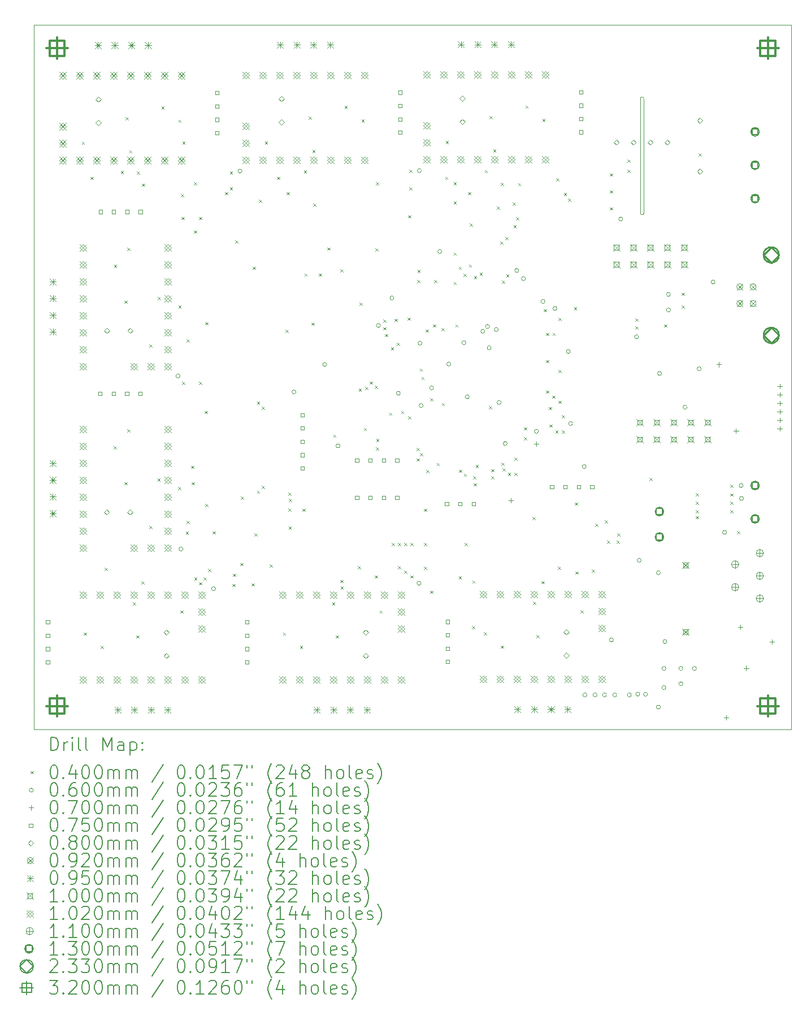
<source format=gbr>
%TF.GenerationSoftware,KiCad,Pcbnew,8.99.0-unknown*%
%TF.CreationDate,2024-03-12T14:31:07+03:00*%
%TF.ProjectId,multistepper,6d756c74-6973-4746-9570-7065722e6b69,rev?*%
%TF.SameCoordinates,Original*%
%TF.FileFunction,Drillmap*%
%TF.FilePolarity,Positive*%
%FSLAX45Y45*%
G04 Gerber Fmt 4.5, Leading zero omitted, Abs format (unit mm)*
G04 Created by KiCad (PCBNEW 8.99.0-unknown) date 2024-03-12 14:31:07*
%MOMM*%
%LPD*%
G01*
G04 APERTURE LIST*
%ADD10C,0.100000*%
%ADD11C,0.200000*%
%ADD12C,0.102000*%
%ADD13C,0.110000*%
%ADD14C,0.130000*%
%ADD15C,0.233000*%
%ADD16C,0.320000*%
G04 APERTURE END LIST*
D10*
X14690000Y-6670000D02*
G75*
G02*
X14640000Y-6670000I-25000J0D01*
G01*
X14640000Y-4960000D02*
G75*
G02*
X14690000Y-4960000I25000J5000D01*
G01*
X14640000Y-4960000D02*
X14640000Y-6670000D01*
X14690000Y-6670000D02*
X14690000Y-4960000D01*
X5550000Y-3850000D02*
X16900000Y-3850000D01*
X16900000Y-14400000D01*
X5550000Y-14400000D01*
X5550000Y-3850000D01*
D11*
D10*
X6270800Y-5601765D02*
X6310800Y-5641765D01*
X6310800Y-5601765D02*
X6270800Y-5641765D01*
X6299292Y-12950800D02*
X6339292Y-12990800D01*
X6339292Y-12950800D02*
X6299292Y-12990800D01*
X6401120Y-6126800D02*
X6441120Y-6166800D01*
X6441120Y-6126800D02*
X6401120Y-6166800D01*
X6553292Y-13150800D02*
X6593292Y-13190800D01*
X6593292Y-13150800D02*
X6553292Y-13190800D01*
X6614480Y-11978960D02*
X6654480Y-12018960D01*
X6654480Y-11978960D02*
X6614480Y-12018960D01*
X6749800Y-10161560D02*
X6789800Y-10201560D01*
X6789800Y-10161560D02*
X6749800Y-10201560D01*
X6752600Y-7442800D02*
X6792600Y-7482800D01*
X6792600Y-7442800D02*
X6752600Y-7482800D01*
X6855000Y-6036765D02*
X6895000Y-6076765D01*
X6895000Y-6036765D02*
X6855000Y-6076765D01*
X6907850Y-10698650D02*
X6947850Y-10738650D01*
X6947850Y-10698650D02*
X6907850Y-10738650D01*
X6910650Y-7979890D02*
X6950650Y-8019890D01*
X6950650Y-7979890D02*
X6910650Y-8019890D01*
X6927510Y-5229615D02*
X6967510Y-5269615D01*
X6967510Y-5229615D02*
X6927510Y-5269615D01*
X6949800Y-9907560D02*
X6989800Y-9947560D01*
X6989800Y-9907560D02*
X6949800Y-9947560D01*
X6952600Y-7188800D02*
X6992600Y-7228800D01*
X6992600Y-7188800D02*
X6952600Y-7228800D01*
X6982000Y-5726885D02*
X7022000Y-5766885D01*
X7022000Y-5726885D02*
X6982000Y-5766885D01*
X7035892Y-12495480D02*
X7075892Y-12535480D01*
X7075892Y-12495480D02*
X7035892Y-12535480D01*
X7090382Y-12992750D02*
X7130382Y-13032750D01*
X7130382Y-12992750D02*
X7090382Y-13032750D01*
X7097080Y-6045520D02*
X7137080Y-6085520D01*
X7137080Y-6045520D02*
X7097080Y-6085520D01*
X7162892Y-12185600D02*
X7202892Y-12225600D01*
X7202892Y-12185600D02*
X7162892Y-12225600D01*
X7174400Y-6228365D02*
X7214400Y-6268365D01*
X7214400Y-6228365D02*
X7174400Y-6268365D01*
X7280000Y-11355360D02*
X7320000Y-11395360D01*
X7320000Y-11355360D02*
X7280000Y-11395360D01*
X7282800Y-8636600D02*
X7322800Y-8676600D01*
X7322800Y-8636600D02*
X7282800Y-8676600D01*
X7405120Y-10644160D02*
X7445120Y-10684160D01*
X7445120Y-10644160D02*
X7405120Y-10684160D01*
X7407920Y-7925400D02*
X7447920Y-7965400D01*
X7447920Y-7925400D02*
X7407920Y-7965400D01*
X7464600Y-5071565D02*
X7504600Y-5111565D01*
X7504600Y-5071565D02*
X7464600Y-5111565D01*
X7715000Y-10771160D02*
X7755000Y-10811160D01*
X7755000Y-10771160D02*
X7715000Y-10811160D01*
X7717800Y-8052400D02*
X7757800Y-8092400D01*
X7757800Y-8052400D02*
X7717800Y-8092400D01*
X7718600Y-5271565D02*
X7758600Y-5311565D01*
X7758600Y-5271565D02*
X7718600Y-5311565D01*
X7747092Y-12620600D02*
X7787092Y-12660600D01*
X7787092Y-12620600D02*
X7747092Y-12660600D01*
X7757480Y-6384790D02*
X7797480Y-6424790D01*
X7797480Y-6384790D02*
X7757480Y-6424790D01*
X7767640Y-6726240D02*
X7807640Y-6766240D01*
X7807640Y-6726240D02*
X7767640Y-6766240D01*
X7772720Y-9195120D02*
X7812720Y-9235120D01*
X7812720Y-9195120D02*
X7772720Y-9235120D01*
X7777800Y-5598480D02*
X7817800Y-5638480D01*
X7817800Y-5598480D02*
X7777800Y-5638480D01*
X7828600Y-11440480D02*
X7868600Y-11480480D01*
X7868600Y-11440480D02*
X7828600Y-11480480D01*
X7838760Y-8560120D02*
X7878760Y-8600120D01*
X7878760Y-8560120D02*
X7838760Y-8600120D01*
X7838760Y-11277920D02*
X7878760Y-11317920D01*
X7878760Y-11277920D02*
X7838760Y-11317920D01*
X7906600Y-10451760D02*
X7946600Y-10491760D01*
X7946600Y-10451760D02*
X7906600Y-10491760D01*
X7920040Y-10698800D02*
X7960040Y-10738800D01*
X7960040Y-10698800D02*
X7920040Y-10738800D01*
X7950520Y-6208080D02*
X7990520Y-6248080D01*
X7990520Y-6208080D02*
X7950520Y-6248080D01*
X7950520Y-6929440D02*
X7990520Y-6969440D01*
X7990520Y-6929440D02*
X7950520Y-6969440D01*
X7955600Y-12126280D02*
X7995600Y-12166280D01*
X7995600Y-12126280D02*
X7955600Y-12166280D01*
X8026720Y-6726240D02*
X8066720Y-6766240D01*
X8066720Y-6726240D02*
X8026720Y-6766240D01*
X8026720Y-9195120D02*
X8066720Y-9235120D01*
X8066720Y-9195120D02*
X8026720Y-9235120D01*
X8026720Y-12197400D02*
X8066720Y-12237400D01*
X8066720Y-12197400D02*
X8026720Y-12237400D01*
X8092760Y-12126280D02*
X8132760Y-12166280D01*
X8132760Y-12126280D02*
X8092760Y-12166280D01*
X8113080Y-9632000D02*
X8153080Y-9672000D01*
X8153080Y-9632000D02*
X8113080Y-9672000D01*
X8123240Y-8301040D02*
X8163240Y-8341040D01*
X8163240Y-8301040D02*
X8123240Y-8341040D01*
X8123240Y-11023920D02*
X8163240Y-11063920D01*
X8163240Y-11023920D02*
X8123240Y-11063920D01*
X8163880Y-11999280D02*
X8203880Y-12039280D01*
X8203880Y-11999280D02*
X8163880Y-12039280D01*
X8229920Y-11435400D02*
X8269920Y-11475400D01*
X8269920Y-11435400D02*
X8229920Y-11475400D01*
X8417880Y-6355400D02*
X8457880Y-6395400D01*
X8457880Y-6355400D02*
X8417880Y-6395400D01*
X8489000Y-6045520D02*
X8529000Y-6085520D01*
X8529000Y-6045520D02*
X8489000Y-6085520D01*
X8489000Y-6284280D02*
X8529000Y-6324280D01*
X8529000Y-6284280D02*
X8489000Y-6324280D01*
X8529640Y-12222800D02*
X8569640Y-12262800D01*
X8569640Y-12222800D02*
X8529640Y-12262800D01*
X8534720Y-12070400D02*
X8574720Y-12110400D01*
X8574720Y-12070400D02*
X8534720Y-12110400D01*
X8570280Y-7076760D02*
X8610280Y-7116760D01*
X8610280Y-7076760D02*
X8570280Y-7116760D01*
X8646480Y-11907840D02*
X8686480Y-11947840D01*
X8686480Y-11907840D02*
X8646480Y-11947840D01*
X8651560Y-10912160D02*
X8691560Y-10952160D01*
X8691560Y-10912160D02*
X8651560Y-10952160D01*
X8814120Y-12212640D02*
X8854120Y-12252640D01*
X8854120Y-12212640D02*
X8814120Y-12252640D01*
X8829360Y-7473000D02*
X8869360Y-7513000D01*
X8869360Y-7473000D02*
X8829360Y-7513000D01*
X8857300Y-11463340D02*
X8897300Y-11503340D01*
X8897300Y-11463340D02*
X8857300Y-11503340D01*
X8895400Y-9489760D02*
X8935400Y-9529760D01*
X8935400Y-9489760D02*
X8895400Y-9529760D01*
X8895400Y-10825800D02*
X8935400Y-10865800D01*
X8935400Y-10825800D02*
X8895400Y-10865800D01*
X8925880Y-6467160D02*
X8965880Y-6507160D01*
X8965880Y-6467160D02*
X8925880Y-6507160D01*
X8966520Y-9565960D02*
X9006520Y-9605960D01*
X9006520Y-9565960D02*
X8966520Y-9605960D01*
X8966520Y-10754680D02*
X9006520Y-10794680D01*
X9006520Y-10754680D02*
X8966520Y-10794680D01*
X9012908Y-5595583D02*
X9052908Y-5635583D01*
X9052908Y-5595583D02*
X9012908Y-5635583D01*
X9083360Y-11928160D02*
X9123360Y-11968160D01*
X9123360Y-11928160D02*
X9083360Y-11968160D01*
X9195120Y-6126800D02*
X9235120Y-6166800D01*
X9235120Y-6126800D02*
X9195120Y-6166800D01*
X9285400Y-12950800D02*
X9325400Y-12990800D01*
X9325400Y-12950800D02*
X9285400Y-12990800D01*
X9322120Y-8417880D02*
X9362120Y-8457880D01*
X9362120Y-8417880D02*
X9322120Y-8457880D01*
X9337360Y-6355400D02*
X9377360Y-6395400D01*
X9377360Y-6355400D02*
X9337360Y-6395400D01*
X9367840Y-10856280D02*
X9407840Y-10896280D01*
X9407840Y-10856280D02*
X9367840Y-10896280D01*
X9367840Y-11089960D02*
X9407840Y-11129960D01*
X9407840Y-11089960D02*
X9367840Y-11129960D01*
X9368253Y-11364280D02*
X9408253Y-11404280D01*
X9408253Y-11364280D02*
X9368253Y-11404280D01*
X9372920Y-10947720D02*
X9412920Y-10987720D01*
X9412920Y-10947720D02*
X9372920Y-10987720D01*
X9539400Y-13150800D02*
X9579400Y-13190800D01*
X9579400Y-13150800D02*
X9539400Y-13190800D01*
X9576120Y-11095040D02*
X9616120Y-11135040D01*
X9616120Y-11095040D02*
X9576120Y-11135040D01*
X9597108Y-6030583D02*
X9637108Y-6070583D01*
X9637108Y-6030583D02*
X9597108Y-6070583D01*
X9606600Y-7574600D02*
X9646600Y-7614600D01*
X9646600Y-7574600D02*
X9606600Y-7614600D01*
X9669618Y-5223433D02*
X9709618Y-5263433D01*
X9709618Y-5223433D02*
X9669618Y-5263433D01*
X9713280Y-8311200D02*
X9753280Y-8351200D01*
X9753280Y-8311200D02*
X9713280Y-8351200D01*
X9724108Y-5720703D02*
X9764108Y-5760703D01*
X9764108Y-5720703D02*
X9724108Y-5760703D01*
X9738680Y-6528120D02*
X9778680Y-6568120D01*
X9778680Y-6528120D02*
X9738680Y-6568120D01*
X9819960Y-7573150D02*
X9859960Y-7613150D01*
X9859960Y-7573150D02*
X9819960Y-7613150D01*
X9946960Y-7183440D02*
X9986960Y-7223440D01*
X9986960Y-7183440D02*
X9946960Y-7223440D01*
X10022000Y-12495480D02*
X10062000Y-12535480D01*
X10062000Y-12495480D02*
X10022000Y-12535480D01*
X10038400Y-9985600D02*
X10078400Y-10025600D01*
X10078400Y-9985600D02*
X10038400Y-10025600D01*
X10076490Y-12992750D02*
X10116490Y-13032750D01*
X10116490Y-12992750D02*
X10076490Y-13032750D01*
X10145080Y-7508560D02*
X10185080Y-7548560D01*
X10185080Y-7508560D02*
X10145080Y-7548560D01*
X10145080Y-12161840D02*
X10185080Y-12201840D01*
X10185080Y-12161840D02*
X10145080Y-12201840D01*
X10149000Y-12258360D02*
X10189000Y-12298360D01*
X10189000Y-12258360D02*
X10149000Y-12298360D01*
X10206708Y-5065383D02*
X10246708Y-5105383D01*
X10246708Y-5065383D02*
X10206708Y-5105383D01*
X10404160Y-11953560D02*
X10444160Y-11993560D01*
X10444160Y-11953560D02*
X10404160Y-11993560D01*
X10419400Y-9296720D02*
X10459400Y-9336720D01*
X10459400Y-9296720D02*
X10419400Y-9336720D01*
X10429560Y-8011480D02*
X10469560Y-8051480D01*
X10469560Y-8011480D02*
X10429560Y-8051480D01*
X10460708Y-5265383D02*
X10500708Y-5305383D01*
X10500708Y-5265383D02*
X10460708Y-5305383D01*
X10495600Y-9886000D02*
X10535600Y-9926000D01*
X10535600Y-9886000D02*
X10495600Y-9926000D01*
X10515980Y-9268953D02*
X10555980Y-9308953D01*
X10555980Y-9268953D02*
X10515980Y-9308953D01*
X10587040Y-9190040D02*
X10627040Y-9230040D01*
X10627040Y-9190040D02*
X10587040Y-9230040D01*
X10663240Y-9256080D02*
X10703240Y-9296080D01*
X10703240Y-9256080D02*
X10663240Y-9296080D01*
X10663240Y-12095800D02*
X10703240Y-12135800D01*
X10703240Y-12095800D02*
X10663240Y-12135800D01*
X10668113Y-7193807D02*
X10708113Y-7233807D01*
X10708113Y-7193807D02*
X10668113Y-7233807D01*
X10678298Y-10175378D02*
X10718298Y-10215378D01*
X10718298Y-10175378D02*
X10678298Y-10215378D01*
X10678480Y-6208080D02*
X10718480Y-6248080D01*
X10718480Y-6208080D02*
X10678480Y-6248080D01*
X10680400Y-10052200D02*
X10720400Y-10092200D01*
X10720400Y-10052200D02*
X10680400Y-10092200D01*
X10733200Y-12620600D02*
X10773200Y-12660600D01*
X10773200Y-12620600D02*
X10733200Y-12660600D01*
X10790240Y-8265480D02*
X10830240Y-8305480D01*
X10830240Y-8265480D02*
X10790240Y-8305480D01*
X10790240Y-8377240D02*
X10830240Y-8417240D01*
X10830240Y-8377240D02*
X10790240Y-8417240D01*
X10815640Y-8478840D02*
X10855640Y-8518840D01*
X10855640Y-8478840D02*
X10815640Y-8518840D01*
X10876600Y-9657400D02*
X10916600Y-9697400D01*
X10916600Y-9657400D02*
X10876600Y-9697400D01*
X10902000Y-8676960D02*
X10942000Y-8716960D01*
X10942000Y-8676960D02*
X10902000Y-8716960D01*
X10912160Y-11608120D02*
X10952160Y-11648120D01*
X10952160Y-11608120D02*
X10912160Y-11648120D01*
X10957880Y-8250240D02*
X10997880Y-8290240D01*
X10997880Y-8250240D02*
X10957880Y-8290240D01*
X10993440Y-8610920D02*
X11033440Y-8650920D01*
X11033440Y-8610920D02*
X10993440Y-8650920D01*
X11008680Y-11608120D02*
X11048680Y-11648120D01*
X11048680Y-11608120D02*
X11008680Y-11648120D01*
X11008680Y-11953560D02*
X11048680Y-11993560D01*
X11048680Y-11953560D02*
X11008680Y-11993560D01*
X11054400Y-9632000D02*
X11094400Y-9672000D01*
X11094400Y-9632000D02*
X11054400Y-9672000D01*
X11100120Y-11608120D02*
X11140120Y-11648120D01*
X11140120Y-11608120D02*
X11100120Y-11648120D01*
X11100120Y-12024680D02*
X11140120Y-12064680D01*
X11140120Y-12024680D02*
X11100120Y-12064680D01*
X11150920Y-8235000D02*
X11190920Y-8275000D01*
X11190920Y-8235000D02*
X11150920Y-8275000D01*
X11161080Y-6700840D02*
X11201080Y-6740840D01*
X11201080Y-6700840D02*
X11161080Y-6740840D01*
X11161500Y-9713700D02*
X11201500Y-9753700D01*
X11201500Y-9713700D02*
X11161500Y-9753700D01*
X11176320Y-6020120D02*
X11216320Y-6060120D01*
X11216320Y-6020120D02*
X11176320Y-6060120D01*
X11176320Y-6284280D02*
X11216320Y-6324280D01*
X11216320Y-6284280D02*
X11176320Y-6324280D01*
X11191560Y-11608120D02*
X11231560Y-11648120D01*
X11231560Y-11608120D02*
X11191560Y-11648120D01*
X11191560Y-12095800D02*
X11231560Y-12135800D01*
X11231560Y-12095800D02*
X11191560Y-12135800D01*
X11289520Y-10182560D02*
X11329520Y-10222560D01*
X11329520Y-10182560D02*
X11289520Y-10222560D01*
X11289520Y-10342560D02*
X11329520Y-10382560D01*
X11329520Y-10342560D02*
X11289520Y-10382560D01*
X11298240Y-7671120D02*
X11338240Y-7711120D01*
X11338240Y-7671120D02*
X11298240Y-7711120D01*
X11300573Y-7516387D02*
X11340573Y-7556387D01*
X11340573Y-7516387D02*
X11300573Y-7556387D01*
X11333800Y-8997000D02*
X11373800Y-9037000D01*
X11373800Y-8997000D02*
X11333800Y-9037000D01*
X11338880Y-10261920D02*
X11378880Y-10301920D01*
X11378880Y-10261920D02*
X11338880Y-10301920D01*
X11359200Y-9124000D02*
X11399200Y-9164000D01*
X11399200Y-9124000D02*
X11359200Y-9164000D01*
X11394760Y-11095040D02*
X11434760Y-11135040D01*
X11434760Y-11095040D02*
X11394760Y-11135040D01*
X11394760Y-11608120D02*
X11434760Y-11648120D01*
X11434760Y-11608120D02*
X11394760Y-11648120D01*
X11394760Y-11964810D02*
X11434760Y-12004810D01*
X11434760Y-11964810D02*
X11394760Y-12004810D01*
X11420160Y-8412800D02*
X11460160Y-8452800D01*
X11460160Y-8412800D02*
X11420160Y-8452800D01*
X11430320Y-10515920D02*
X11470320Y-10555920D01*
X11470320Y-10515920D02*
X11430320Y-10555920D01*
X11491280Y-9438850D02*
X11531280Y-9478850D01*
X11531280Y-9438850D02*
X11491280Y-9478850D01*
X11491280Y-12324400D02*
X11531280Y-12364400D01*
X11531280Y-12324400D02*
X11491280Y-12364400D01*
X11529380Y-8336600D02*
X11569380Y-8376600D01*
X11569380Y-8336600D02*
X11529380Y-8376600D01*
X11547160Y-7671120D02*
X11587160Y-7711120D01*
X11587160Y-7671120D02*
X11547160Y-7711120D01*
X11587800Y-10409240D02*
X11627800Y-10449240D01*
X11627800Y-10409240D02*
X11587800Y-10449240D01*
X11658920Y-8389940D02*
X11698920Y-8429940D01*
X11698920Y-8389940D02*
X11658920Y-8429940D01*
X11664000Y-9513160D02*
X11704000Y-9553160D01*
X11704000Y-9513160D02*
X11664000Y-9553160D01*
X11714800Y-6126800D02*
X11754800Y-6166800D01*
X11754800Y-6126800D02*
X11714800Y-6166800D01*
X11723445Y-5589400D02*
X11763445Y-5629400D01*
X11763445Y-5589400D02*
X11723445Y-5629400D01*
X11841800Y-6208080D02*
X11881800Y-6248080D01*
X11881800Y-6208080D02*
X11841800Y-6248080D01*
X11841800Y-6492560D02*
X11881800Y-6532560D01*
X11881800Y-6492560D02*
X11841800Y-6532560D01*
X11841800Y-7259640D02*
X11881800Y-7299640D01*
X11881800Y-7259640D02*
X11841800Y-7299640D01*
X11841800Y-7701600D02*
X11881800Y-7741600D01*
X11881800Y-7701600D02*
X11841800Y-7741600D01*
X11867200Y-8336600D02*
X11907200Y-8376600D01*
X11907200Y-8336600D02*
X11867200Y-8376600D01*
X11918000Y-7473000D02*
X11958000Y-7513000D01*
X11958000Y-7473000D02*
X11918000Y-7513000D01*
X11918000Y-12105960D02*
X11958000Y-12145960D01*
X11958000Y-12105960D02*
X11918000Y-12145960D01*
X11923080Y-10510840D02*
X11963080Y-10550840D01*
X11963080Y-10510840D02*
X11923080Y-10550840D01*
X11987950Y-7579680D02*
X12027950Y-7619680D01*
X12027950Y-7579680D02*
X11987950Y-7619680D01*
X11994200Y-10571800D02*
X12034200Y-10611800D01*
X12034200Y-10571800D02*
X11994200Y-10611800D01*
X12009440Y-11608120D02*
X12049440Y-11648120D01*
X12049440Y-11608120D02*
X12009440Y-11648120D01*
X12055160Y-6355400D02*
X12095160Y-6395400D01*
X12095160Y-6355400D02*
X12055160Y-6395400D01*
X12070400Y-7437440D02*
X12110400Y-7477440D01*
X12110400Y-7437440D02*
X12070400Y-7477440D01*
X12085640Y-6822760D02*
X12125640Y-6862760D01*
X12125640Y-6822760D02*
X12085640Y-6862760D01*
X12116120Y-12852720D02*
X12156120Y-12892720D01*
X12156120Y-12852720D02*
X12116120Y-12892720D01*
X12121200Y-12170910D02*
X12161200Y-12210910D01*
X12161200Y-12170910D02*
X12121200Y-12210910D01*
X12136440Y-10607360D02*
X12176440Y-10647360D01*
X12176440Y-10607360D02*
X12136440Y-10647360D01*
X12141727Y-10714247D02*
X12181727Y-10754247D01*
X12181727Y-10714247D02*
X12141727Y-10754247D01*
X12146600Y-7612700D02*
X12186600Y-7652700D01*
X12186600Y-7612700D02*
X12146600Y-7652700D01*
X12170910Y-10439720D02*
X12210910Y-10479720D01*
X12210910Y-10439720D02*
X12170910Y-10479720D01*
X12230801Y-7558295D02*
X12270801Y-7598295D01*
X12270801Y-7558295D02*
X12230801Y-7598295D01*
X12291400Y-12944800D02*
X12331400Y-12984800D01*
X12331400Y-12944800D02*
X12291400Y-12984800D01*
X12307645Y-6024400D02*
X12347645Y-6064400D01*
X12347645Y-6024400D02*
X12307645Y-6064400D01*
X12370120Y-9560880D02*
X12410120Y-9600880D01*
X12410120Y-9560880D02*
X12370120Y-9600880D01*
X12380155Y-5217250D02*
X12420155Y-5257250D01*
X12420155Y-5217250D02*
X12380155Y-5257250D01*
X12401690Y-10503771D02*
X12441690Y-10543771D01*
X12441690Y-10503771D02*
X12401690Y-10543771D01*
X12401690Y-10607360D02*
X12441690Y-10647360D01*
X12441690Y-10607360D02*
X12401690Y-10647360D01*
X12434645Y-5714520D02*
X12474645Y-5754520D01*
X12474645Y-5714520D02*
X12434645Y-5754520D01*
X12492040Y-6568760D02*
X12532040Y-6608760D01*
X12532040Y-6568760D02*
X12492040Y-6608760D01*
X12537760Y-7097080D02*
X12577760Y-7137080D01*
X12577760Y-7097080D02*
X12537760Y-7137080D01*
X12545400Y-13144800D02*
X12585400Y-13184800D01*
X12585400Y-13144800D02*
X12545400Y-13184800D01*
X12547045Y-6216000D02*
X12587045Y-6256000D01*
X12587045Y-6216000D02*
X12547045Y-6256000D01*
X12558080Y-10404160D02*
X12598080Y-10444160D01*
X12598080Y-10404160D02*
X12558080Y-10444160D01*
X12568240Y-7681280D02*
X12608240Y-7721280D01*
X12608240Y-7681280D02*
X12568240Y-7721280D01*
X12576420Y-10492238D02*
X12616420Y-10532238D01*
X12616420Y-10492238D02*
X12576420Y-10532238D01*
X12619040Y-7025960D02*
X12659040Y-7065960D01*
X12659040Y-7025960D02*
X12619040Y-7065960D01*
X12629200Y-7583670D02*
X12669200Y-7623670D01*
X12669200Y-7583670D02*
X12629200Y-7623670D01*
X12654600Y-10558550D02*
X12694600Y-10598550D01*
X12694600Y-10558550D02*
X12654600Y-10598550D01*
X12725720Y-6512880D02*
X12765720Y-6552880D01*
X12765720Y-6512880D02*
X12725720Y-6552880D01*
X12737980Y-6848160D02*
X12777980Y-6888160D01*
X12777980Y-6848160D02*
X12737980Y-6888160D01*
X12749600Y-10331050D02*
X12789600Y-10371050D01*
X12789600Y-10331050D02*
X12749600Y-10371050D01*
X12749600Y-10558550D02*
X12789600Y-10598550D01*
X12789600Y-10558550D02*
X12749600Y-10598550D01*
X12776520Y-6731320D02*
X12816520Y-6771320D01*
X12816520Y-6731320D02*
X12776520Y-6771320D01*
X12807000Y-6218240D02*
X12847000Y-6258240D01*
X12847000Y-6218240D02*
X12807000Y-6258240D01*
X12893360Y-9875840D02*
X12933360Y-9915840D01*
X12933360Y-9875840D02*
X12893360Y-9915840D01*
X12893360Y-10023160D02*
X12933360Y-10063160D01*
X12933360Y-10023160D02*
X12893360Y-10063160D01*
X12917245Y-5059200D02*
X12957245Y-5099200D01*
X12957245Y-5059200D02*
X12917245Y-5099200D01*
X13025440Y-11216960D02*
X13065440Y-11256960D01*
X13065440Y-11216960D02*
X13025440Y-11256960D01*
X13028000Y-12489480D02*
X13068000Y-12529480D01*
X13068000Y-12489480D02*
X13028000Y-12529480D01*
X13082490Y-12986750D02*
X13122490Y-13026750D01*
X13122490Y-12986750D02*
X13082490Y-13026750D01*
X13155000Y-12179600D02*
X13195000Y-12219600D01*
X13195000Y-12179600D02*
X13155000Y-12219600D01*
X13171245Y-5259200D02*
X13211245Y-5299200D01*
X13211245Y-5259200D02*
X13171245Y-5299200D01*
X13193080Y-8108000D02*
X13233080Y-8148000D01*
X13233080Y-8108000D02*
X13193080Y-8148000D01*
X13223300Y-8463600D02*
X13263300Y-8503600D01*
X13263300Y-8463600D02*
X13223300Y-8503600D01*
X13223560Y-8870000D02*
X13263560Y-8910000D01*
X13263560Y-8870000D02*
X13223560Y-8910000D01*
X13223560Y-9327200D02*
X13263560Y-9367200D01*
X13263560Y-9327200D02*
X13223560Y-9367200D01*
X13269280Y-9571040D02*
X13309280Y-9611040D01*
X13309280Y-9571040D02*
X13269280Y-9611040D01*
X13274360Y-9835200D02*
X13314360Y-9875200D01*
X13314360Y-9835200D02*
X13274360Y-9875200D01*
X13320080Y-9403400D02*
X13360080Y-9443400D01*
X13360080Y-9403400D02*
X13320080Y-9443400D01*
X13323250Y-8463600D02*
X13363250Y-8503600D01*
X13363250Y-8463600D02*
X13323250Y-8503600D01*
X13365800Y-9923550D02*
X13405800Y-9963550D01*
X13405800Y-9923550D02*
X13365800Y-9963550D01*
X13375960Y-6147120D02*
X13415960Y-6187120D01*
X13415960Y-6147120D02*
X13375960Y-6187120D01*
X13406440Y-11963720D02*
X13446440Y-12003720D01*
X13446440Y-11963720D02*
X13406440Y-12003720D01*
X13411520Y-9479600D02*
X13451520Y-9519600D01*
X13451520Y-9479600D02*
X13411520Y-9519600D01*
X13413300Y-8236100D02*
X13453300Y-8276100D01*
X13453300Y-8236100D02*
X13413300Y-8276100D01*
X13413300Y-9016150D02*
X13453300Y-9056150D01*
X13453300Y-9016150D02*
X13413300Y-9056150D01*
X13460800Y-9696050D02*
X13500800Y-9736050D01*
X13500800Y-9696050D02*
X13460800Y-9736050D01*
X13460800Y-9923550D02*
X13500800Y-9963550D01*
X13500800Y-9923550D02*
X13460800Y-9963550D01*
X13492800Y-6365560D02*
X13532800Y-6405560D01*
X13532800Y-6365560D02*
X13492800Y-6405560D01*
X13558840Y-6451920D02*
X13598840Y-6491920D01*
X13598840Y-6451920D02*
X13558840Y-6491920D01*
X13645200Y-8077519D02*
X13685200Y-8117519D01*
X13685200Y-8077519D02*
X13645200Y-8117519D01*
X13660440Y-11003600D02*
X13700440Y-11043600D01*
X13700440Y-11003600D02*
X13660440Y-11043600D01*
X13665520Y-12034840D02*
X13705520Y-12074840D01*
X13705520Y-12034840D02*
X13665520Y-12074840D01*
X13739200Y-12614600D02*
X13779200Y-12654600D01*
X13779200Y-12614600D02*
X13739200Y-12654600D01*
X13914440Y-12004360D02*
X13954440Y-12044360D01*
X13954440Y-12004360D02*
X13914440Y-12044360D01*
X13960160Y-11318560D02*
X14000160Y-11358560D01*
X14000160Y-11318560D02*
X13960160Y-11358560D01*
X14107480Y-11267760D02*
X14147480Y-11307760D01*
X14147480Y-11267760D02*
X14107480Y-11307760D01*
X14137960Y-11572560D02*
X14177960Y-11612560D01*
X14177960Y-11572560D02*
X14137960Y-11612560D01*
X14183300Y-6076000D02*
X14223300Y-6116000D01*
X14223300Y-6076000D02*
X14183300Y-6116000D01*
X14183300Y-6330000D02*
X14223300Y-6370000D01*
X14223300Y-6330000D02*
X14183300Y-6370000D01*
X14183300Y-6584000D02*
X14223300Y-6624000D01*
X14223300Y-6584000D02*
X14183300Y-6624000D01*
X14285280Y-11572560D02*
X14325280Y-11612560D01*
X14325280Y-11572560D02*
X14285280Y-11612560D01*
X14290360Y-11465880D02*
X14330360Y-11505880D01*
X14330360Y-11465880D02*
X14290360Y-11505880D01*
X14442760Y-5866470D02*
X14482760Y-5906470D01*
X14482760Y-5866470D02*
X14442760Y-5906470D01*
X14442760Y-6020120D02*
X14482760Y-6060120D01*
X14482760Y-6020120D02*
X14442760Y-6060120D01*
X14562100Y-8247700D02*
X14602100Y-8287700D01*
X14602100Y-8247700D02*
X14562100Y-8287700D01*
X14562140Y-8367080D02*
X14602140Y-8407080D01*
X14602140Y-8367080D02*
X14562140Y-8407080D01*
X14778040Y-10632760D02*
X14818040Y-10672760D01*
X14818040Y-10632760D02*
X14778040Y-10672760D01*
X14996480Y-8334800D02*
X15036480Y-8374800D01*
X15036480Y-8334800D02*
X14996480Y-8374800D01*
X15258650Y-7861200D02*
X15298650Y-7901200D01*
X15298650Y-7861200D02*
X15258650Y-7901200D01*
X15258650Y-8051200D02*
X15298650Y-8091200D01*
X15298650Y-8051200D02*
X15258650Y-8091200D01*
X15468920Y-11206800D02*
X15508920Y-11246800D01*
X15508920Y-11206800D02*
X15468920Y-11246800D01*
X15470500Y-10863900D02*
X15510500Y-10903900D01*
X15510500Y-10863900D02*
X15470500Y-10903900D01*
X15470500Y-10990900D02*
X15510500Y-11030900D01*
X15510500Y-10990900D02*
X15470500Y-11030900D01*
X15470500Y-11117900D02*
X15510500Y-11157900D01*
X15510500Y-11117900D02*
X15470500Y-11157900D01*
X15509560Y-5773800D02*
X15549560Y-5813800D01*
X15549560Y-5773800D02*
X15509560Y-5813800D01*
X15985500Y-10736900D02*
X16025500Y-10776900D01*
X16025500Y-10736900D02*
X15985500Y-10776900D01*
X15987080Y-10866440D02*
X16027080Y-10906440D01*
X16027080Y-10866440D02*
X15987080Y-10906440D01*
X15987080Y-10988360D02*
X16027080Y-11028360D01*
X16027080Y-10988360D02*
X15987080Y-11028360D01*
X15987080Y-11115360D02*
X16027080Y-11155360D01*
X16027080Y-11115360D02*
X15987080Y-11155360D01*
X16088680Y-11430320D02*
X16128680Y-11470320D01*
X16128680Y-11430320D02*
X16088680Y-11470320D01*
X7741440Y-9108440D02*
G75*
G02*
X7681440Y-9108440I-30000J0D01*
G01*
X7681440Y-9108440D02*
G75*
G02*
X7741440Y-9108440I30000J0D01*
G01*
X7787160Y-11699240D02*
G75*
G02*
X7727160Y-11699240I-30000J0D01*
G01*
X7727160Y-11699240D02*
G75*
G02*
X7787160Y-11699240I30000J0D01*
G01*
X8274840Y-12293600D02*
G75*
G02*
X8214840Y-12293600I-30000J0D01*
G01*
X8214840Y-12293600D02*
G75*
G02*
X8274840Y-12293600I30000J0D01*
G01*
X8671080Y-6040120D02*
G75*
G02*
X8611080Y-6040120I-30000J0D01*
G01*
X8611080Y-6040120D02*
G75*
G02*
X8671080Y-6040120I30000J0D01*
G01*
X9478800Y-9347200D02*
G75*
G02*
X9418800Y-9347200I-30000J0D01*
G01*
X9418800Y-9347200D02*
G75*
G02*
X9478800Y-9347200I30000J0D01*
G01*
X9941080Y-8935720D02*
G75*
G02*
X9881080Y-8935720I-30000J0D01*
G01*
X9881080Y-8935720D02*
G75*
G02*
X9941080Y-8935720I30000J0D01*
G01*
X10139200Y-10154920D02*
G75*
G02*
X10079200Y-10154920I-30000J0D01*
G01*
X10079200Y-10154920D02*
G75*
G02*
X10139200Y-10154920I30000J0D01*
G01*
X10743720Y-8351520D02*
G75*
G02*
X10683720Y-8351520I-30000J0D01*
G01*
X10683720Y-8351520D02*
G75*
G02*
X10743720Y-8351520I30000J0D01*
G01*
X10946920Y-7940040D02*
G75*
G02*
X10886920Y-7940040I-30000J0D01*
G01*
X10886920Y-7940040D02*
G75*
G02*
X10946920Y-7940040I30000J0D01*
G01*
X11043440Y-9367520D02*
G75*
G02*
X10983440Y-9367520I-30000J0D01*
G01*
X10983440Y-9367520D02*
G75*
G02*
X11043440Y-9367520I30000J0D01*
G01*
X11353320Y-12212320D02*
G75*
G02*
X11293320Y-12212320I-30000J0D01*
G01*
X11293320Y-12212320D02*
G75*
G02*
X11353320Y-12212320I30000J0D01*
G01*
X11358400Y-6035040D02*
G75*
G02*
X11298400Y-6035040I-30000J0D01*
G01*
X11298400Y-6035040D02*
G75*
G02*
X11358400Y-6035040I30000J0D01*
G01*
X11368560Y-8615680D02*
G75*
G02*
X11308560Y-8615680I-30000J0D01*
G01*
X11308560Y-8615680D02*
G75*
G02*
X11368560Y-8615680I30000J0D01*
G01*
X11383800Y-9550400D02*
G75*
G02*
X11323800Y-9550400I-30000J0D01*
G01*
X11323800Y-9550400D02*
G75*
G02*
X11383800Y-9550400I30000J0D01*
G01*
X11541280Y-9286350D02*
G75*
G02*
X11481280Y-9286350I-30000J0D01*
G01*
X11481280Y-9286350D02*
G75*
G02*
X11541280Y-9286350I30000J0D01*
G01*
X11663200Y-7244080D02*
G75*
G02*
X11603200Y-7244080I-30000J0D01*
G01*
X11603200Y-7244080D02*
G75*
G02*
X11663200Y-7244080I30000J0D01*
G01*
X11798360Y-8930640D02*
G75*
G02*
X11738360Y-8930640I-30000J0D01*
G01*
X11738360Y-8930640D02*
G75*
G02*
X11798360Y-8930640I30000J0D01*
G01*
X12023880Y-8610600D02*
G75*
G02*
X11963880Y-8610600I-30000J0D01*
G01*
X11963880Y-8610600D02*
G75*
G02*
X12023880Y-8610600I30000J0D01*
G01*
X12074680Y-9420210D02*
G75*
G02*
X12014680Y-9420210I-30000J0D01*
G01*
X12014680Y-9420210D02*
G75*
G02*
X12074680Y-9420210I30000J0D01*
G01*
X12308360Y-8437880D02*
G75*
G02*
X12248360Y-8437880I-30000J0D01*
G01*
X12248360Y-8437880D02*
G75*
G02*
X12308360Y-8437880I30000J0D01*
G01*
X12379480Y-8366760D02*
G75*
G02*
X12319480Y-8366760I-30000J0D01*
G01*
X12319480Y-8366760D02*
G75*
G02*
X12379480Y-8366760I30000J0D01*
G01*
X12403480Y-8686800D02*
G75*
G02*
X12343480Y-8686800I-30000J0D01*
G01*
X12343480Y-8686800D02*
G75*
G02*
X12403480Y-8686800I30000J0D01*
G01*
X12511560Y-8412480D02*
G75*
G02*
X12451560Y-8412480I-30000J0D01*
G01*
X12451560Y-8412480D02*
G75*
G02*
X12511560Y-8412480I30000J0D01*
G01*
X12552200Y-9504680D02*
G75*
G02*
X12492200Y-9504680I-30000J0D01*
G01*
X12492200Y-9504680D02*
G75*
G02*
X12552200Y-9504680I30000J0D01*
G01*
X12643640Y-10119360D02*
G75*
G02*
X12583640Y-10119360I-30000J0D01*
G01*
X12583640Y-10119360D02*
G75*
G02*
X12643640Y-10119360I30000J0D01*
G01*
X12816360Y-7528560D02*
G75*
G02*
X12756360Y-7528560I-30000J0D01*
G01*
X12756360Y-7528560D02*
G75*
G02*
X12816360Y-7528560I30000J0D01*
G01*
X12917960Y-7650480D02*
G75*
G02*
X12857960Y-7650480I-30000J0D01*
G01*
X12857960Y-7650480D02*
G75*
G02*
X12917960Y-7650480I30000J0D01*
G01*
X13111000Y-9936480D02*
G75*
G02*
X13051000Y-9936480I-30000J0D01*
G01*
X13051000Y-9936480D02*
G75*
G02*
X13111000Y-9936480I30000J0D01*
G01*
X13209222Y-7992542D02*
G75*
G02*
X13149222Y-7992542I-30000J0D01*
G01*
X13149222Y-7992542D02*
G75*
G02*
X13209222Y-7992542I30000J0D01*
G01*
X13387860Y-8097520D02*
G75*
G02*
X13327860Y-8097520I-30000J0D01*
G01*
X13327860Y-8097520D02*
G75*
G02*
X13387860Y-8097520I30000J0D01*
G01*
X13588520Y-8742680D02*
G75*
G02*
X13528520Y-8742680I-30000J0D01*
G01*
X13528520Y-8742680D02*
G75*
G02*
X13588520Y-8742680I30000J0D01*
G01*
X13624080Y-9819640D02*
G75*
G02*
X13564080Y-9819640I-30000J0D01*
G01*
X13564080Y-9819640D02*
G75*
G02*
X13624080Y-9819640I30000J0D01*
G01*
X13827280Y-10464800D02*
G75*
G02*
X13767280Y-10464800I-30000J0D01*
G01*
X13767280Y-10464800D02*
G75*
G02*
X13827280Y-10464800I30000J0D01*
G01*
X13837440Y-13883640D02*
G75*
G02*
X13777440Y-13883640I-30000J0D01*
G01*
X13777440Y-13883640D02*
G75*
G02*
X13837440Y-13883640I30000J0D01*
G01*
X13989840Y-13883640D02*
G75*
G02*
X13929840Y-13883640I-30000J0D01*
G01*
X13929840Y-13883640D02*
G75*
G02*
X13989840Y-13883640I30000J0D01*
G01*
X14132080Y-13883640D02*
G75*
G02*
X14072080Y-13883640I-30000J0D01*
G01*
X14072080Y-13883640D02*
G75*
G02*
X14132080Y-13883640I30000J0D01*
G01*
X14233680Y-13060680D02*
G75*
G02*
X14173680Y-13060680I-30000J0D01*
G01*
X14173680Y-13060680D02*
G75*
G02*
X14233680Y-13060680I30000J0D01*
G01*
X14284480Y-13883640D02*
G75*
G02*
X14224480Y-13883640I-30000J0D01*
G01*
X14224480Y-13883640D02*
G75*
G02*
X14284480Y-13883640I30000J0D01*
G01*
X14374650Y-6757670D02*
G75*
G02*
X14314650Y-6757670I-30000J0D01*
G01*
X14314650Y-6757670D02*
G75*
G02*
X14374650Y-6757670I30000J0D01*
G01*
X14504300Y-13883640D02*
G75*
G02*
X14444300Y-13883640I-30000J0D01*
G01*
X14444300Y-13883640D02*
G75*
G02*
X14504300Y-13883640I30000J0D01*
G01*
X14612100Y-8521700D02*
G75*
G02*
X14552100Y-8521700I-30000J0D01*
G01*
X14552100Y-8521700D02*
G75*
G02*
X14612100Y-8521700I30000J0D01*
G01*
X14629920Y-13873480D02*
G75*
G02*
X14569920Y-13873480I-30000J0D01*
G01*
X14569920Y-13873480D02*
G75*
G02*
X14629920Y-13873480I30000J0D01*
G01*
X14650240Y-11866880D02*
G75*
G02*
X14590240Y-11866880I-30000J0D01*
G01*
X14590240Y-11866880D02*
G75*
G02*
X14650240Y-11866880I30000J0D01*
G01*
X14746760Y-13873480D02*
G75*
G02*
X14686760Y-13873480I-30000J0D01*
G01*
X14686760Y-13873480D02*
G75*
G02*
X14746760Y-13873480I30000J0D01*
G01*
X14938813Y-14065533D02*
G75*
G02*
X14878813Y-14065533I-30000J0D01*
G01*
X14878813Y-14065533D02*
G75*
G02*
X14938813Y-14065533I30000J0D01*
G01*
X14939800Y-12054840D02*
G75*
G02*
X14879800Y-12054840I-30000J0D01*
G01*
X14879800Y-12054840D02*
G75*
G02*
X14939800Y-12054840I30000J0D01*
G01*
X14957580Y-9070340D02*
G75*
G02*
X14897580Y-9070340I-30000J0D01*
G01*
X14897580Y-9070340D02*
G75*
G02*
X14957580Y-9070340I30000J0D01*
G01*
X15021080Y-13487400D02*
G75*
G02*
X14961080Y-13487400I-30000J0D01*
G01*
X14961080Y-13487400D02*
G75*
G02*
X15021080Y-13487400I30000J0D01*
G01*
X15021080Y-13774900D02*
G75*
G02*
X14961080Y-13774900I-30000J0D01*
G01*
X14961080Y-13774900D02*
G75*
G02*
X15021080Y-13774900I30000J0D01*
G01*
X15036320Y-13086080D02*
G75*
G02*
X14976320Y-13086080I-30000J0D01*
G01*
X14976320Y-13086080D02*
G75*
G02*
X15036320Y-13086080I30000J0D01*
G01*
X15090000Y-7887040D02*
G75*
G02*
X15030000Y-7887040I-30000J0D01*
G01*
X15030000Y-7887040D02*
G75*
G02*
X15090000Y-7887040I30000J0D01*
G01*
X15090000Y-8120000D02*
G75*
G02*
X15030000Y-8120000I-30000J0D01*
G01*
X15030000Y-8120000D02*
G75*
G02*
X15090000Y-8120000I30000J0D01*
G01*
X15275000Y-13487400D02*
G75*
G02*
X15215000Y-13487400I-30000J0D01*
G01*
X15215000Y-13487400D02*
G75*
G02*
X15275000Y-13487400I30000J0D01*
G01*
X15275000Y-13717400D02*
G75*
G02*
X15215000Y-13717400I-30000J0D01*
G01*
X15215000Y-13717400D02*
G75*
G02*
X15275000Y-13717400I30000J0D01*
G01*
X15338580Y-9575800D02*
G75*
G02*
X15278580Y-9575800I-30000J0D01*
G01*
X15278580Y-9575800D02*
G75*
G02*
X15338580Y-9575800I30000J0D01*
G01*
X15478280Y-13487400D02*
G75*
G02*
X15418280Y-13487400I-30000J0D01*
G01*
X15418280Y-13487400D02*
G75*
G02*
X15478280Y-13487400I30000J0D01*
G01*
X15549790Y-9000312D02*
G75*
G02*
X15489790Y-9000312I-30000J0D01*
G01*
X15489790Y-9000312D02*
G75*
G02*
X15549790Y-9000312I30000J0D01*
G01*
X15757680Y-7701280D02*
G75*
G02*
X15697680Y-7701280I-30000J0D01*
G01*
X15697680Y-7701280D02*
G75*
G02*
X15757680Y-7701280I30000J0D01*
G01*
X15930400Y-11450320D02*
G75*
G02*
X15870400Y-11450320I-30000J0D01*
G01*
X15870400Y-11450320D02*
G75*
G02*
X15930400Y-11450320I30000J0D01*
G01*
X16178240Y-10748200D02*
G75*
G02*
X16118240Y-10748200I-30000J0D01*
G01*
X16118240Y-10748200D02*
G75*
G02*
X16178240Y-10748200I30000J0D01*
G01*
X16184400Y-10942320D02*
G75*
G02*
X16124400Y-10942320I-30000J0D01*
G01*
X16124400Y-10942320D02*
G75*
G02*
X16184400Y-10942320I30000J0D01*
G01*
X12700000Y-10937800D02*
X12700000Y-11007800D01*
X12665000Y-10972800D02*
X12735000Y-10972800D01*
X13081000Y-10089440D02*
X13081000Y-10159440D01*
X13046000Y-10124440D02*
X13116000Y-10124440D01*
X15816750Y-8899800D02*
X15816750Y-8969800D01*
X15781750Y-8934800D02*
X15851750Y-8934800D01*
X15925800Y-14189000D02*
X15925800Y-14259000D01*
X15890800Y-14224000D02*
X15960800Y-14224000D01*
X16073120Y-9896400D02*
X16073120Y-9966400D01*
X16038120Y-9931400D02*
X16108120Y-9931400D01*
X16136620Y-12835180D02*
X16136620Y-12905180D01*
X16101620Y-12870180D02*
X16171620Y-12870180D01*
X16225520Y-13447320D02*
X16225520Y-13517320D01*
X16190520Y-13482320D02*
X16260520Y-13482320D01*
X16609060Y-13051080D02*
X16609060Y-13121080D01*
X16574060Y-13086080D02*
X16644060Y-13086080D01*
X16725860Y-9225840D02*
X16725860Y-9295840D01*
X16690860Y-9260840D02*
X16760860Y-9260840D01*
X16725860Y-9352840D02*
X16725860Y-9422840D01*
X16690860Y-9387840D02*
X16760860Y-9387840D01*
X16725860Y-9479840D02*
X16725860Y-9549840D01*
X16690860Y-9514840D02*
X16760860Y-9514840D01*
X16725860Y-9606840D02*
X16725860Y-9676840D01*
X16690860Y-9641840D02*
X16760860Y-9641840D01*
X16725860Y-9733840D02*
X16725860Y-9803840D01*
X16690860Y-9768840D02*
X16760860Y-9768840D01*
X16725860Y-9860840D02*
X16725860Y-9930840D01*
X16690860Y-9895840D02*
X16760860Y-9895840D01*
X5787009Y-12819917D02*
X5787009Y-12766883D01*
X5733976Y-12766883D01*
X5733976Y-12819917D01*
X5787009Y-12819917D01*
X5787009Y-13019917D02*
X5787009Y-12966883D01*
X5733976Y-12966883D01*
X5733976Y-13019917D01*
X5787009Y-13019917D01*
X5787009Y-13219917D02*
X5787009Y-13166883D01*
X5733976Y-13166883D01*
X5733976Y-13219917D01*
X5787009Y-13219917D01*
X5787009Y-13419917D02*
X5787009Y-13366883D01*
X5733976Y-13366883D01*
X5733976Y-13419917D01*
X5787009Y-13419917D01*
X6573717Y-9395277D02*
X6573717Y-9342243D01*
X6520683Y-9342243D01*
X6520683Y-9395277D01*
X6573717Y-9395277D01*
X6576517Y-6676517D02*
X6576517Y-6623483D01*
X6523483Y-6623483D01*
X6523483Y-6676517D01*
X6576517Y-6676517D01*
X6773717Y-9395277D02*
X6773717Y-9342243D01*
X6720683Y-9342243D01*
X6720683Y-9395277D01*
X6773717Y-9395277D01*
X6776517Y-6676517D02*
X6776517Y-6623483D01*
X6723483Y-6623483D01*
X6723483Y-6676517D01*
X6776517Y-6676517D01*
X6973717Y-9395277D02*
X6973717Y-9342243D01*
X6920683Y-9342243D01*
X6920683Y-9395277D01*
X6973717Y-9395277D01*
X6976517Y-6676517D02*
X6976517Y-6623483D01*
X6923483Y-6623483D01*
X6923483Y-6676517D01*
X6976517Y-6676517D01*
X7173717Y-9395277D02*
X7173717Y-9342243D01*
X7120683Y-9342243D01*
X7120683Y-9395277D01*
X7173717Y-9395277D01*
X7176517Y-6676517D02*
X7176517Y-6623483D01*
X7123483Y-6623483D01*
X7123483Y-6676517D01*
X7176517Y-6676517D01*
X8323917Y-4895482D02*
X8323917Y-4842449D01*
X8270883Y-4842449D01*
X8270883Y-4895482D01*
X8323917Y-4895482D01*
X8323917Y-5095482D02*
X8323917Y-5042449D01*
X8270883Y-5042449D01*
X8270883Y-5095482D01*
X8323917Y-5095482D01*
X8323917Y-5295482D02*
X8323917Y-5242449D01*
X8270883Y-5242449D01*
X8270883Y-5295482D01*
X8323917Y-5295482D01*
X8323917Y-5495482D02*
X8323917Y-5442449D01*
X8270883Y-5442449D01*
X8270883Y-5495482D01*
X8323917Y-5495482D01*
X8773117Y-12819917D02*
X8773117Y-12766883D01*
X8720083Y-12766883D01*
X8720083Y-12819917D01*
X8773117Y-12819917D01*
X8773117Y-13019917D02*
X8773117Y-12966883D01*
X8720083Y-12966883D01*
X8720083Y-13019917D01*
X8773117Y-13019917D01*
X8773117Y-13219917D02*
X8773117Y-13166883D01*
X8720083Y-13166883D01*
X8720083Y-13219917D01*
X8773117Y-13219917D01*
X8773117Y-13419917D02*
X8773117Y-13366883D01*
X8720083Y-13366883D01*
X8720083Y-13419917D01*
X8773117Y-13419917D01*
X9602317Y-9716717D02*
X9602317Y-9663683D01*
X9549283Y-9663683D01*
X9549283Y-9716717D01*
X9602317Y-9716717D01*
X9602317Y-9916717D02*
X9602317Y-9863683D01*
X9549283Y-9863683D01*
X9549283Y-9916717D01*
X9602317Y-9916717D01*
X9602317Y-10116717D02*
X9602317Y-10063683D01*
X9549283Y-10063683D01*
X9549283Y-10116717D01*
X9602317Y-10116717D01*
X9602317Y-10316717D02*
X9602317Y-10263683D01*
X9549283Y-10263683D01*
X9549283Y-10316717D01*
X9602317Y-10316717D01*
X9602317Y-10516717D02*
X9602317Y-10463683D01*
X9549283Y-10463683D01*
X9549283Y-10516717D01*
X9602317Y-10516717D01*
X10419917Y-10399877D02*
X10419917Y-10346843D01*
X10366883Y-10346843D01*
X10366883Y-10399877D01*
X10419917Y-10399877D01*
X10419917Y-10958677D02*
X10419917Y-10905643D01*
X10366883Y-10905643D01*
X10366883Y-10958677D01*
X10419917Y-10958677D01*
X10619917Y-10399877D02*
X10619917Y-10346843D01*
X10566883Y-10346843D01*
X10566883Y-10399877D01*
X10619917Y-10399877D01*
X10619917Y-10958677D02*
X10619917Y-10905643D01*
X10566883Y-10905643D01*
X10566883Y-10958677D01*
X10619917Y-10958677D01*
X10819917Y-10399877D02*
X10819917Y-10346843D01*
X10766883Y-10346843D01*
X10766883Y-10399877D01*
X10819917Y-10399877D01*
X10819917Y-10958677D02*
X10819917Y-10905643D01*
X10766883Y-10905643D01*
X10766883Y-10958677D01*
X10819917Y-10958677D01*
X11019917Y-10399877D02*
X11019917Y-10346843D01*
X10966883Y-10346843D01*
X10966883Y-10399877D01*
X11019917Y-10399877D01*
X11019917Y-10958677D02*
X11019917Y-10905643D01*
X10966883Y-10905643D01*
X10966883Y-10958677D01*
X11019917Y-10958677D01*
X11066024Y-4889300D02*
X11066024Y-4836266D01*
X11012991Y-4836266D01*
X11012991Y-4889300D01*
X11066024Y-4889300D01*
X11066024Y-5089300D02*
X11066024Y-5036266D01*
X11012991Y-5036266D01*
X11012991Y-5089300D01*
X11066024Y-5089300D01*
X11066024Y-5289300D02*
X11066024Y-5236266D01*
X11012991Y-5236266D01*
X11012991Y-5289300D01*
X11066024Y-5289300D01*
X11066024Y-5489300D02*
X11066024Y-5436266D01*
X11012991Y-5436266D01*
X11012991Y-5489300D01*
X11066024Y-5489300D01*
X11764517Y-11045917D02*
X11764517Y-10992883D01*
X11711483Y-10992883D01*
X11711483Y-11045917D01*
X11764517Y-11045917D01*
X11779117Y-12813917D02*
X11779117Y-12760883D01*
X11726083Y-12760883D01*
X11726083Y-12813917D01*
X11779117Y-12813917D01*
X11779117Y-13013917D02*
X11779117Y-12960883D01*
X11726083Y-12960883D01*
X11726083Y-13013917D01*
X11779117Y-13013917D01*
X11779117Y-13213917D02*
X11779117Y-13160883D01*
X11726083Y-13160883D01*
X11726083Y-13213917D01*
X11779117Y-13213917D01*
X11779117Y-13413917D02*
X11779117Y-13360883D01*
X11726083Y-13360883D01*
X11726083Y-13413917D01*
X11779117Y-13413917D01*
X11964517Y-11045917D02*
X11964517Y-10992883D01*
X11911483Y-10992883D01*
X11911483Y-11045917D01*
X11964517Y-11045917D01*
X12164517Y-11045917D02*
X12164517Y-10992883D01*
X12111483Y-10992883D01*
X12111483Y-11045917D01*
X12164517Y-11045917D01*
X13340917Y-10796997D02*
X13340917Y-10743963D01*
X13287883Y-10743963D01*
X13287883Y-10796997D01*
X13340917Y-10796997D01*
X13540917Y-10796997D02*
X13540917Y-10743963D01*
X13487883Y-10743963D01*
X13487883Y-10796997D01*
X13540917Y-10796997D01*
X13740917Y-10796997D02*
X13740917Y-10743963D01*
X13687883Y-10743963D01*
X13687883Y-10796997D01*
X13740917Y-10796997D01*
X13776562Y-4883117D02*
X13776562Y-4830083D01*
X13723528Y-4830083D01*
X13723528Y-4883117D01*
X13776562Y-4883117D01*
X13776562Y-5083117D02*
X13776562Y-5030083D01*
X13723528Y-5030083D01*
X13723528Y-5083117D01*
X13776562Y-5083117D01*
X13776562Y-5283117D02*
X13776562Y-5230083D01*
X13723528Y-5230083D01*
X13723528Y-5283117D01*
X13776562Y-5283117D01*
X13776562Y-5483117D02*
X13776562Y-5430083D01*
X13723528Y-5430083D01*
X13723528Y-5483117D01*
X13776562Y-5483117D01*
X13940917Y-10796997D02*
X13940917Y-10743963D01*
X13887883Y-10743963D01*
X13887883Y-10796997D01*
X13940917Y-10796997D01*
X6519400Y-5004565D02*
X6559400Y-4964565D01*
X6519400Y-4924565D01*
X6479400Y-4964565D01*
X6519400Y-5004565D01*
X6519400Y-5354565D02*
X6559400Y-5314565D01*
X6519400Y-5274565D01*
X6479400Y-5314565D01*
X6519400Y-5354565D01*
X6642800Y-11186760D02*
X6682800Y-11146760D01*
X6642800Y-11106760D01*
X6602800Y-11146760D01*
X6642800Y-11186760D01*
X6645600Y-8468000D02*
X6685600Y-8428000D01*
X6645600Y-8388000D01*
X6605600Y-8428000D01*
X6645600Y-8468000D01*
X6992800Y-11186760D02*
X7032800Y-11146760D01*
X6992800Y-11106760D01*
X6952800Y-11146760D01*
X6992800Y-11186760D01*
X6995600Y-8468000D02*
X7035600Y-8428000D01*
X6995600Y-8388000D01*
X6955600Y-8428000D01*
X6995600Y-8468000D01*
X7538492Y-12987800D02*
X7578492Y-12947800D01*
X7538492Y-12907800D01*
X7498492Y-12947800D01*
X7538492Y-12987800D01*
X7538492Y-13337800D02*
X7578492Y-13297800D01*
X7538492Y-13257800D01*
X7498492Y-13297800D01*
X7538492Y-13337800D01*
X9261508Y-4998383D02*
X9301508Y-4958383D01*
X9261508Y-4918383D01*
X9221508Y-4958383D01*
X9261508Y-4998383D01*
X9261508Y-5348383D02*
X9301508Y-5308383D01*
X9261508Y-5268383D01*
X9221508Y-5308383D01*
X9261508Y-5348383D01*
X10524600Y-12987800D02*
X10564600Y-12947800D01*
X10524600Y-12907800D01*
X10484600Y-12947800D01*
X10524600Y-12987800D01*
X10524600Y-13337800D02*
X10564600Y-13297800D01*
X10524600Y-13257800D01*
X10484600Y-13297800D01*
X10524600Y-13337800D01*
X11972045Y-4992200D02*
X12012045Y-4952200D01*
X11972045Y-4912200D01*
X11932045Y-4952200D01*
X11972045Y-4992200D01*
X11972045Y-5342200D02*
X12012045Y-5302200D01*
X11972045Y-5262200D01*
X11932045Y-5302200D01*
X11972045Y-5342200D01*
X13530600Y-12981800D02*
X13570600Y-12941800D01*
X13530600Y-12901800D01*
X13490600Y-12941800D01*
X13530600Y-12981800D01*
X13530600Y-13331800D02*
X13570600Y-13291800D01*
X13530600Y-13251800D01*
X13490600Y-13291800D01*
X13530600Y-13331800D01*
X14279880Y-5648320D02*
X14319880Y-5608320D01*
X14279880Y-5568320D01*
X14239880Y-5608320D01*
X14279880Y-5648320D01*
X14533880Y-5648320D02*
X14573880Y-5608320D01*
X14533880Y-5568320D01*
X14493880Y-5608320D01*
X14533880Y-5648320D01*
X14787880Y-5648320D02*
X14827880Y-5608320D01*
X14787880Y-5568320D01*
X14747880Y-5608320D01*
X14787880Y-5648320D01*
X15041880Y-5648320D02*
X15081880Y-5608320D01*
X15041880Y-5568320D01*
X15001880Y-5608320D01*
X15041880Y-5648320D01*
X15529560Y-5323200D02*
X15569560Y-5283200D01*
X15529560Y-5243200D01*
X15489560Y-5283200D01*
X15529560Y-5323200D01*
X15529560Y-6085200D02*
X15569560Y-6045200D01*
X15529560Y-6005200D01*
X15489560Y-6045200D01*
X15529560Y-6085200D01*
X16083000Y-7727000D02*
X16175000Y-7819000D01*
X16175000Y-7727000D02*
X16083000Y-7819000D01*
X16175000Y-7773000D02*
G75*
G02*
X16083000Y-7773000I-46000J0D01*
G01*
X16083000Y-7773000D02*
G75*
G02*
X16175000Y-7773000I46000J0D01*
G01*
X16083000Y-7977000D02*
X16175000Y-8069000D01*
X16175000Y-7977000D02*
X16083000Y-8069000D01*
X16175000Y-8023000D02*
G75*
G02*
X16083000Y-8023000I-46000J0D01*
G01*
X16083000Y-8023000D02*
G75*
G02*
X16175000Y-8023000I46000J0D01*
G01*
X16283000Y-7727000D02*
X16375000Y-7819000D01*
X16375000Y-7727000D02*
X16283000Y-7819000D01*
X16375000Y-7773000D02*
G75*
G02*
X16283000Y-7773000I-46000J0D01*
G01*
X16283000Y-7773000D02*
G75*
G02*
X16375000Y-7773000I46000J0D01*
G01*
X16283000Y-7977000D02*
X16375000Y-8069000D01*
X16375000Y-7977000D02*
X16283000Y-8069000D01*
X16375000Y-8023000D02*
G75*
G02*
X16283000Y-8023000I-46000J0D01*
G01*
X16283000Y-8023000D02*
G75*
G02*
X16375000Y-8023000I46000J0D01*
G01*
X5787100Y-10368660D02*
X5882100Y-10463660D01*
X5882100Y-10368660D02*
X5787100Y-10463660D01*
X5834600Y-10368660D02*
X5834600Y-10463660D01*
X5787100Y-10416160D02*
X5882100Y-10416160D01*
X5787100Y-10618660D02*
X5882100Y-10713660D01*
X5882100Y-10618660D02*
X5787100Y-10713660D01*
X5834600Y-10618660D02*
X5834600Y-10713660D01*
X5787100Y-10666160D02*
X5882100Y-10666160D01*
X5787100Y-10868660D02*
X5882100Y-10963660D01*
X5882100Y-10868660D02*
X5787100Y-10963660D01*
X5834600Y-10868660D02*
X5834600Y-10963660D01*
X5787100Y-10916160D02*
X5882100Y-10916160D01*
X5787100Y-11118660D02*
X5882100Y-11213660D01*
X5882100Y-11118660D02*
X5787100Y-11213660D01*
X5834600Y-11118660D02*
X5834600Y-11213660D01*
X5787100Y-11166160D02*
X5882100Y-11166160D01*
X5789900Y-7649900D02*
X5884900Y-7744900D01*
X5884900Y-7649900D02*
X5789900Y-7744900D01*
X5837400Y-7649900D02*
X5837400Y-7744900D01*
X5789900Y-7697400D02*
X5884900Y-7697400D01*
X5789900Y-7899900D02*
X5884900Y-7994900D01*
X5884900Y-7899900D02*
X5789900Y-7994900D01*
X5837400Y-7899900D02*
X5837400Y-7994900D01*
X5789900Y-7947400D02*
X5884900Y-7947400D01*
X5789900Y-8149900D02*
X5884900Y-8244900D01*
X5884900Y-8149900D02*
X5789900Y-8244900D01*
X5837400Y-8149900D02*
X5837400Y-8244900D01*
X5789900Y-8197400D02*
X5884900Y-8197400D01*
X5789900Y-8399900D02*
X5884900Y-8494900D01*
X5884900Y-8399900D02*
X5789900Y-8494900D01*
X5837400Y-8399900D02*
X5837400Y-8494900D01*
X5789900Y-8447400D02*
X5884900Y-8447400D01*
X6466900Y-4108865D02*
X6561900Y-4203865D01*
X6561900Y-4108865D02*
X6466900Y-4203865D01*
X6514400Y-4108865D02*
X6514400Y-4203865D01*
X6466900Y-4156365D02*
X6561900Y-4156365D01*
X6716900Y-4108865D02*
X6811900Y-4203865D01*
X6811900Y-4108865D02*
X6716900Y-4203865D01*
X6764400Y-4108865D02*
X6764400Y-4203865D01*
X6716900Y-4156365D02*
X6811900Y-4156365D01*
X6760392Y-14058500D02*
X6855392Y-14153500D01*
X6855392Y-14058500D02*
X6760392Y-14153500D01*
X6807892Y-14058500D02*
X6807892Y-14153500D01*
X6760392Y-14106000D02*
X6855392Y-14106000D01*
X6966900Y-4108865D02*
X7061900Y-4203865D01*
X7061900Y-4108865D02*
X6966900Y-4203865D01*
X7014400Y-4108865D02*
X7014400Y-4203865D01*
X6966900Y-4156365D02*
X7061900Y-4156365D01*
X7010392Y-14058500D02*
X7105392Y-14153500D01*
X7105392Y-14058500D02*
X7010392Y-14153500D01*
X7057892Y-14058500D02*
X7057892Y-14153500D01*
X7010392Y-14106000D02*
X7105392Y-14106000D01*
X7216900Y-4108865D02*
X7311900Y-4203865D01*
X7311900Y-4108865D02*
X7216900Y-4203865D01*
X7264400Y-4108865D02*
X7264400Y-4203865D01*
X7216900Y-4156365D02*
X7311900Y-4156365D01*
X7260392Y-14058500D02*
X7355392Y-14153500D01*
X7355392Y-14058500D02*
X7260392Y-14153500D01*
X7307892Y-14058500D02*
X7307892Y-14153500D01*
X7260392Y-14106000D02*
X7355392Y-14106000D01*
X7510392Y-14058500D02*
X7605392Y-14153500D01*
X7605392Y-14058500D02*
X7510392Y-14153500D01*
X7557892Y-14058500D02*
X7557892Y-14153500D01*
X7510392Y-14106000D02*
X7605392Y-14106000D01*
X9194608Y-4102683D02*
X9289608Y-4197683D01*
X9289608Y-4102683D02*
X9194608Y-4197683D01*
X9242108Y-4102683D02*
X9242108Y-4197683D01*
X9194608Y-4150183D02*
X9289608Y-4150183D01*
X9444608Y-4102683D02*
X9539608Y-4197683D01*
X9539608Y-4102683D02*
X9444608Y-4197683D01*
X9492108Y-4102683D02*
X9492108Y-4197683D01*
X9444608Y-4150183D02*
X9539608Y-4150183D01*
X9694608Y-4102683D02*
X9789608Y-4197683D01*
X9789608Y-4102683D02*
X9694608Y-4197683D01*
X9742108Y-4102683D02*
X9742108Y-4197683D01*
X9694608Y-4150183D02*
X9789608Y-4150183D01*
X9746500Y-14058500D02*
X9841500Y-14153500D01*
X9841500Y-14058500D02*
X9746500Y-14153500D01*
X9794000Y-14058500D02*
X9794000Y-14153500D01*
X9746500Y-14106000D02*
X9841500Y-14106000D01*
X9944608Y-4102683D02*
X10039608Y-4197683D01*
X10039608Y-4102683D02*
X9944608Y-4197683D01*
X9992108Y-4102683D02*
X9992108Y-4197683D01*
X9944608Y-4150183D02*
X10039608Y-4150183D01*
X9996500Y-14058500D02*
X10091500Y-14153500D01*
X10091500Y-14058500D02*
X9996500Y-14153500D01*
X10044000Y-14058500D02*
X10044000Y-14153500D01*
X9996500Y-14106000D02*
X10091500Y-14106000D01*
X10246500Y-14058500D02*
X10341500Y-14153500D01*
X10341500Y-14058500D02*
X10246500Y-14153500D01*
X10294000Y-14058500D02*
X10294000Y-14153500D01*
X10246500Y-14106000D02*
X10341500Y-14106000D01*
X10496500Y-14058500D02*
X10591500Y-14153500D01*
X10591500Y-14058500D02*
X10496500Y-14153500D01*
X10544000Y-14058500D02*
X10544000Y-14153500D01*
X10496500Y-14106000D02*
X10591500Y-14106000D01*
X11905145Y-4096500D02*
X12000145Y-4191500D01*
X12000145Y-4096500D02*
X11905145Y-4191500D01*
X11952645Y-4096500D02*
X11952645Y-4191500D01*
X11905145Y-4144000D02*
X12000145Y-4144000D01*
X12155145Y-4096500D02*
X12250145Y-4191500D01*
X12250145Y-4096500D02*
X12155145Y-4191500D01*
X12202645Y-4096500D02*
X12202645Y-4191500D01*
X12155145Y-4144000D02*
X12250145Y-4144000D01*
X12405145Y-4096500D02*
X12500145Y-4191500D01*
X12500145Y-4096500D02*
X12405145Y-4191500D01*
X12452645Y-4096500D02*
X12452645Y-4191500D01*
X12405145Y-4144000D02*
X12500145Y-4144000D01*
X12655145Y-4096500D02*
X12750145Y-4191500D01*
X12750145Y-4096500D02*
X12655145Y-4191500D01*
X12702645Y-4096500D02*
X12702645Y-4191500D01*
X12655145Y-4144000D02*
X12750145Y-4144000D01*
X12752500Y-14052500D02*
X12847500Y-14147500D01*
X12847500Y-14052500D02*
X12752500Y-14147500D01*
X12800000Y-14052500D02*
X12800000Y-14147500D01*
X12752500Y-14100000D02*
X12847500Y-14100000D01*
X13002500Y-14052500D02*
X13097500Y-14147500D01*
X13097500Y-14052500D02*
X13002500Y-14147500D01*
X13050000Y-14052500D02*
X13050000Y-14147500D01*
X13002500Y-14100000D02*
X13097500Y-14100000D01*
X13252500Y-14052500D02*
X13347500Y-14147500D01*
X13347500Y-14052500D02*
X13252500Y-14147500D01*
X13300000Y-14052500D02*
X13300000Y-14147500D01*
X13252500Y-14100000D02*
X13347500Y-14100000D01*
X13502500Y-14052500D02*
X13597500Y-14147500D01*
X13597500Y-14052500D02*
X13502500Y-14147500D01*
X13550000Y-14052500D02*
X13550000Y-14147500D01*
X13502500Y-14100000D02*
X13597500Y-14100000D01*
X14229880Y-7134070D02*
X14329880Y-7234070D01*
X14329880Y-7134070D02*
X14229880Y-7234070D01*
X14315236Y-7219426D02*
X14315236Y-7148714D01*
X14244524Y-7148714D01*
X14244524Y-7219426D01*
X14315236Y-7219426D01*
X14229880Y-7388070D02*
X14329880Y-7488070D01*
X14329880Y-7388070D02*
X14229880Y-7488070D01*
X14315236Y-7473426D02*
X14315236Y-7402714D01*
X14244524Y-7402714D01*
X14244524Y-7473426D01*
X14315236Y-7473426D01*
X14483880Y-7134070D02*
X14583880Y-7234070D01*
X14583880Y-7134070D02*
X14483880Y-7234070D01*
X14569236Y-7219426D02*
X14569236Y-7148714D01*
X14498524Y-7148714D01*
X14498524Y-7219426D01*
X14569236Y-7219426D01*
X14483880Y-7388070D02*
X14583880Y-7488070D01*
X14583880Y-7388070D02*
X14483880Y-7488070D01*
X14569236Y-7473426D02*
X14569236Y-7402714D01*
X14498524Y-7402714D01*
X14498524Y-7473426D01*
X14569236Y-7473426D01*
X14580400Y-9754400D02*
X14680400Y-9854400D01*
X14680400Y-9754400D02*
X14580400Y-9854400D01*
X14665756Y-9839756D02*
X14665756Y-9769044D01*
X14595044Y-9769044D01*
X14595044Y-9839756D01*
X14665756Y-9839756D01*
X14580400Y-10008400D02*
X14680400Y-10108400D01*
X14680400Y-10008400D02*
X14580400Y-10108400D01*
X14665756Y-10093756D02*
X14665756Y-10023044D01*
X14595044Y-10023044D01*
X14595044Y-10093756D01*
X14665756Y-10093756D01*
X14737880Y-7134070D02*
X14837880Y-7234070D01*
X14837880Y-7134070D02*
X14737880Y-7234070D01*
X14823236Y-7219426D02*
X14823236Y-7148714D01*
X14752524Y-7148714D01*
X14752524Y-7219426D01*
X14823236Y-7219426D01*
X14737880Y-7388070D02*
X14837880Y-7488070D01*
X14837880Y-7388070D02*
X14737880Y-7488070D01*
X14823236Y-7473426D02*
X14823236Y-7402714D01*
X14752524Y-7402714D01*
X14752524Y-7473426D01*
X14823236Y-7473426D01*
X14834400Y-9754400D02*
X14934400Y-9854400D01*
X14934400Y-9754400D02*
X14834400Y-9854400D01*
X14919756Y-9839756D02*
X14919756Y-9769044D01*
X14849044Y-9769044D01*
X14849044Y-9839756D01*
X14919756Y-9839756D01*
X14834400Y-10008400D02*
X14934400Y-10108400D01*
X14934400Y-10008400D02*
X14834400Y-10108400D01*
X14919756Y-10093756D02*
X14919756Y-10023044D01*
X14849044Y-10023044D01*
X14849044Y-10093756D01*
X14919756Y-10093756D01*
X14991880Y-7134070D02*
X15091880Y-7234070D01*
X15091880Y-7134070D02*
X14991880Y-7234070D01*
X15077236Y-7219426D02*
X15077236Y-7148714D01*
X15006524Y-7148714D01*
X15006524Y-7219426D01*
X15077236Y-7219426D01*
X14991880Y-7388070D02*
X15091880Y-7488070D01*
X15091880Y-7388070D02*
X14991880Y-7488070D01*
X15077236Y-7473426D02*
X15077236Y-7402714D01*
X15006524Y-7402714D01*
X15006524Y-7473426D01*
X15077236Y-7473426D01*
X15088400Y-9754400D02*
X15188400Y-9854400D01*
X15188400Y-9754400D02*
X15088400Y-9854400D01*
X15173756Y-9839756D02*
X15173756Y-9769044D01*
X15103044Y-9769044D01*
X15103044Y-9839756D01*
X15173756Y-9839756D01*
X15088400Y-10008400D02*
X15188400Y-10108400D01*
X15188400Y-10008400D02*
X15088400Y-10108400D01*
X15173756Y-10093756D02*
X15173756Y-10023044D01*
X15103044Y-10023044D01*
X15103044Y-10093756D01*
X15173756Y-10093756D01*
X15245880Y-7134070D02*
X15345880Y-7234070D01*
X15345880Y-7134070D02*
X15245880Y-7234070D01*
X15331236Y-7219426D02*
X15331236Y-7148714D01*
X15260524Y-7148714D01*
X15260524Y-7219426D01*
X15331236Y-7219426D01*
X15245880Y-7388070D02*
X15345880Y-7488070D01*
X15345880Y-7388070D02*
X15245880Y-7488070D01*
X15331236Y-7473426D02*
X15331236Y-7402714D01*
X15260524Y-7402714D01*
X15260524Y-7473426D01*
X15331236Y-7473426D01*
X15266200Y-11890920D02*
X15366200Y-11990920D01*
X15366200Y-11890920D02*
X15266200Y-11990920D01*
X15351556Y-11976276D02*
X15351556Y-11905564D01*
X15280844Y-11905564D01*
X15280844Y-11976276D01*
X15351556Y-11976276D01*
X15266200Y-12890920D02*
X15366200Y-12990920D01*
X15366200Y-12890920D02*
X15266200Y-12990920D01*
X15351556Y-12976276D02*
X15351556Y-12905564D01*
X15280844Y-12905564D01*
X15280844Y-12976276D01*
X15351556Y-12976276D01*
X15342400Y-9754400D02*
X15442400Y-9854400D01*
X15442400Y-9754400D02*
X15342400Y-9854400D01*
X15427756Y-9839756D02*
X15427756Y-9769044D01*
X15357044Y-9769044D01*
X15357044Y-9839756D01*
X15427756Y-9839756D01*
X15342400Y-10008400D02*
X15442400Y-10108400D01*
X15442400Y-10008400D02*
X15342400Y-10108400D01*
X15427756Y-10093756D02*
X15427756Y-10023044D01*
X15357044Y-10023044D01*
X15357044Y-10093756D01*
X15427756Y-10093756D01*
X15596400Y-9754400D02*
X15696400Y-9854400D01*
X15696400Y-9754400D02*
X15596400Y-9854400D01*
X15681756Y-9839756D02*
X15681756Y-9769044D01*
X15611044Y-9769044D01*
X15611044Y-9839756D01*
X15681756Y-9839756D01*
X15596400Y-10008400D02*
X15696400Y-10108400D01*
X15696400Y-10008400D02*
X15596400Y-10108400D01*
X15681756Y-10093756D02*
X15681756Y-10023044D01*
X15611044Y-10023044D01*
X15611044Y-10093756D01*
X15681756Y-10093756D01*
D12*
X5935000Y-4557965D02*
X6037000Y-4659965D01*
X6037000Y-4557965D02*
X5935000Y-4659965D01*
X5986000Y-4659965D02*
X6037000Y-4608965D01*
X5986000Y-4557965D01*
X5935000Y-4608965D01*
X5986000Y-4659965D01*
X5935000Y-5319965D02*
X6037000Y-5421965D01*
X6037000Y-5319965D02*
X5935000Y-5421965D01*
X5986000Y-5421965D02*
X6037000Y-5370965D01*
X5986000Y-5319965D01*
X5935000Y-5370965D01*
X5986000Y-5421965D01*
X5935000Y-5573965D02*
X6037000Y-5675965D01*
X6037000Y-5573965D02*
X5935000Y-5675965D01*
X5986000Y-5675965D02*
X6037000Y-5624965D01*
X5986000Y-5573965D01*
X5935000Y-5624965D01*
X5986000Y-5675965D01*
X5935000Y-5827965D02*
X6037000Y-5929965D01*
X6037000Y-5827965D02*
X5935000Y-5929965D01*
X5986000Y-5929965D02*
X6037000Y-5878965D01*
X5986000Y-5827965D01*
X5935000Y-5878965D01*
X5986000Y-5929965D01*
X6189000Y-4557965D02*
X6291000Y-4659965D01*
X6291000Y-4557965D02*
X6189000Y-4659965D01*
X6240000Y-4659965D02*
X6291000Y-4608965D01*
X6240000Y-4557965D01*
X6189000Y-4608965D01*
X6240000Y-4659965D01*
X6189000Y-5827965D02*
X6291000Y-5929965D01*
X6291000Y-5827965D02*
X6189000Y-5929965D01*
X6240000Y-5929965D02*
X6291000Y-5878965D01*
X6240000Y-5827965D01*
X6189000Y-5878965D01*
X6240000Y-5929965D01*
X6236200Y-9851160D02*
X6338200Y-9953160D01*
X6338200Y-9851160D02*
X6236200Y-9953160D01*
X6287200Y-9953160D02*
X6338200Y-9902160D01*
X6287200Y-9851160D01*
X6236200Y-9902160D01*
X6287200Y-9953160D01*
X6236200Y-10105160D02*
X6338200Y-10207160D01*
X6338200Y-10105160D02*
X6236200Y-10207160D01*
X6287200Y-10207160D02*
X6338200Y-10156160D01*
X6287200Y-10105160D01*
X6236200Y-10156160D01*
X6287200Y-10207160D01*
X6236200Y-10359160D02*
X6338200Y-10461160D01*
X6338200Y-10359160D02*
X6236200Y-10461160D01*
X6287200Y-10461160D02*
X6338200Y-10410160D01*
X6287200Y-10359160D01*
X6236200Y-10410160D01*
X6287200Y-10461160D01*
X6236200Y-10613160D02*
X6338200Y-10715160D01*
X6338200Y-10613160D02*
X6236200Y-10715160D01*
X6287200Y-10715160D02*
X6338200Y-10664160D01*
X6287200Y-10613160D01*
X6236200Y-10664160D01*
X6287200Y-10715160D01*
X6236200Y-10867160D02*
X6338200Y-10969160D01*
X6338200Y-10867160D02*
X6236200Y-10969160D01*
X6287200Y-10969160D02*
X6338200Y-10918160D01*
X6287200Y-10867160D01*
X6236200Y-10918160D01*
X6287200Y-10969160D01*
X6236200Y-11121160D02*
X6338200Y-11223160D01*
X6338200Y-11121160D02*
X6236200Y-11223160D01*
X6287200Y-11223160D02*
X6338200Y-11172160D01*
X6287200Y-11121160D01*
X6236200Y-11172160D01*
X6287200Y-11223160D01*
X6236200Y-11375160D02*
X6338200Y-11477160D01*
X6338200Y-11375160D02*
X6236200Y-11477160D01*
X6287200Y-11477160D02*
X6338200Y-11426160D01*
X6287200Y-11375160D01*
X6236200Y-11426160D01*
X6287200Y-11477160D01*
X6236200Y-11629160D02*
X6338200Y-11731160D01*
X6338200Y-11629160D02*
X6236200Y-11731160D01*
X6287200Y-11731160D02*
X6338200Y-11680160D01*
X6287200Y-11629160D01*
X6236200Y-11680160D01*
X6287200Y-11731160D01*
X6239000Y-7132400D02*
X6341000Y-7234400D01*
X6341000Y-7132400D02*
X6239000Y-7234400D01*
X6290000Y-7234400D02*
X6341000Y-7183400D01*
X6290000Y-7132400D01*
X6239000Y-7183400D01*
X6290000Y-7234400D01*
X6239000Y-7386400D02*
X6341000Y-7488400D01*
X6341000Y-7386400D02*
X6239000Y-7488400D01*
X6290000Y-7488400D02*
X6341000Y-7437400D01*
X6290000Y-7386400D01*
X6239000Y-7437400D01*
X6290000Y-7488400D01*
X6239000Y-7640400D02*
X6341000Y-7742400D01*
X6341000Y-7640400D02*
X6239000Y-7742400D01*
X6290000Y-7742400D02*
X6341000Y-7691400D01*
X6290000Y-7640400D01*
X6239000Y-7691400D01*
X6290000Y-7742400D01*
X6239000Y-7894400D02*
X6341000Y-7996400D01*
X6341000Y-7894400D02*
X6239000Y-7996400D01*
X6290000Y-7996400D02*
X6341000Y-7945400D01*
X6290000Y-7894400D01*
X6239000Y-7945400D01*
X6290000Y-7996400D01*
X6239000Y-8148400D02*
X6341000Y-8250400D01*
X6341000Y-8148400D02*
X6239000Y-8250400D01*
X6290000Y-8250400D02*
X6341000Y-8199400D01*
X6290000Y-8148400D01*
X6239000Y-8199400D01*
X6290000Y-8250400D01*
X6239000Y-8402400D02*
X6341000Y-8504400D01*
X6341000Y-8402400D02*
X6239000Y-8504400D01*
X6290000Y-8504400D02*
X6341000Y-8453400D01*
X6290000Y-8402400D01*
X6239000Y-8453400D01*
X6290000Y-8504400D01*
X6239000Y-8656400D02*
X6341000Y-8758400D01*
X6341000Y-8656400D02*
X6239000Y-8758400D01*
X6290000Y-8758400D02*
X6341000Y-8707400D01*
X6290000Y-8656400D01*
X6239000Y-8707400D01*
X6290000Y-8758400D01*
X6239000Y-8910400D02*
X6341000Y-9012400D01*
X6341000Y-8910400D02*
X6239000Y-9012400D01*
X6290000Y-9012400D02*
X6341000Y-8961400D01*
X6290000Y-8910400D01*
X6239000Y-8961400D01*
X6290000Y-9012400D01*
X6242892Y-12332400D02*
X6344892Y-12434400D01*
X6344892Y-12332400D02*
X6242892Y-12434400D01*
X6293892Y-12434400D02*
X6344892Y-12383400D01*
X6293892Y-12332400D01*
X6242892Y-12383400D01*
X6293892Y-12434400D01*
X6242892Y-13602400D02*
X6344892Y-13704400D01*
X6344892Y-13602400D02*
X6242892Y-13704400D01*
X6293892Y-13704400D02*
X6344892Y-13653400D01*
X6293892Y-13602400D01*
X6242892Y-13653400D01*
X6293892Y-13704400D01*
X6443000Y-4557965D02*
X6545000Y-4659965D01*
X6545000Y-4557965D02*
X6443000Y-4659965D01*
X6494000Y-4659965D02*
X6545000Y-4608965D01*
X6494000Y-4557965D01*
X6443000Y-4608965D01*
X6494000Y-4659965D01*
X6443000Y-5827965D02*
X6545000Y-5929965D01*
X6545000Y-5827965D02*
X6443000Y-5929965D01*
X6494000Y-5929965D02*
X6545000Y-5878965D01*
X6494000Y-5827965D01*
X6443000Y-5878965D01*
X6494000Y-5929965D01*
X6496892Y-12332400D02*
X6598892Y-12434400D01*
X6598892Y-12332400D02*
X6496892Y-12434400D01*
X6547892Y-12434400D02*
X6598892Y-12383400D01*
X6547892Y-12332400D01*
X6496892Y-12383400D01*
X6547892Y-12434400D01*
X6496892Y-13602400D02*
X6598892Y-13704400D01*
X6598892Y-13602400D02*
X6496892Y-13704400D01*
X6547892Y-13704400D02*
X6598892Y-13653400D01*
X6547892Y-13602400D01*
X6496892Y-13653400D01*
X6547892Y-13704400D01*
X6697000Y-4557965D02*
X6799000Y-4659965D01*
X6799000Y-4557965D02*
X6697000Y-4659965D01*
X6748000Y-4659965D02*
X6799000Y-4608965D01*
X6748000Y-4557965D01*
X6697000Y-4608965D01*
X6748000Y-4659965D01*
X6697000Y-5827965D02*
X6799000Y-5929965D01*
X6799000Y-5827965D02*
X6697000Y-5929965D01*
X6748000Y-5929965D02*
X6799000Y-5878965D01*
X6748000Y-5827965D01*
X6697000Y-5878965D01*
X6748000Y-5929965D01*
X6750892Y-12332400D02*
X6852892Y-12434400D01*
X6852892Y-12332400D02*
X6750892Y-12434400D01*
X6801892Y-12434400D02*
X6852892Y-12383400D01*
X6801892Y-12332400D01*
X6750892Y-12383400D01*
X6801892Y-12434400D01*
X6750892Y-13602400D02*
X6852892Y-13704400D01*
X6852892Y-13602400D02*
X6750892Y-13704400D01*
X6801892Y-13704400D02*
X6852892Y-13653400D01*
X6801892Y-13602400D01*
X6750892Y-13653400D01*
X6801892Y-13704400D01*
X6951000Y-4557965D02*
X7053000Y-4659965D01*
X7053000Y-4557965D02*
X6951000Y-4659965D01*
X7002000Y-4659965D02*
X7053000Y-4608965D01*
X7002000Y-4557965D01*
X6951000Y-4608965D01*
X7002000Y-4659965D01*
X6951000Y-5827965D02*
X7053000Y-5929965D01*
X7053000Y-5827965D02*
X6951000Y-5929965D01*
X7002000Y-5929965D02*
X7053000Y-5878965D01*
X7002000Y-5827965D01*
X6951000Y-5878965D01*
X7002000Y-5929965D01*
X6998200Y-11629160D02*
X7100200Y-11731160D01*
X7100200Y-11629160D02*
X6998200Y-11731160D01*
X7049200Y-11731160D02*
X7100200Y-11680160D01*
X7049200Y-11629160D01*
X6998200Y-11680160D01*
X7049200Y-11731160D01*
X7001000Y-8910400D02*
X7103000Y-9012400D01*
X7103000Y-8910400D02*
X7001000Y-9012400D01*
X7052000Y-9012400D02*
X7103000Y-8961400D01*
X7052000Y-8910400D01*
X7001000Y-8961400D01*
X7052000Y-9012400D01*
X7004892Y-12332400D02*
X7106892Y-12434400D01*
X7106892Y-12332400D02*
X7004892Y-12434400D01*
X7055892Y-12434400D02*
X7106892Y-12383400D01*
X7055892Y-12332400D01*
X7004892Y-12383400D01*
X7055892Y-12434400D01*
X7004892Y-13602400D02*
X7106892Y-13704400D01*
X7106892Y-13602400D02*
X7004892Y-13704400D01*
X7055892Y-13704400D02*
X7106892Y-13653400D01*
X7055892Y-13602400D01*
X7004892Y-13653400D01*
X7055892Y-13704400D01*
X7205000Y-4557965D02*
X7307000Y-4659965D01*
X7307000Y-4557965D02*
X7205000Y-4659965D01*
X7256000Y-4659965D02*
X7307000Y-4608965D01*
X7256000Y-4557965D01*
X7205000Y-4608965D01*
X7256000Y-4659965D01*
X7205000Y-5827965D02*
X7307000Y-5929965D01*
X7307000Y-5827965D02*
X7205000Y-5929965D01*
X7256000Y-5929965D02*
X7307000Y-5878965D01*
X7256000Y-5827965D01*
X7205000Y-5878965D01*
X7256000Y-5929965D01*
X7252200Y-11629160D02*
X7354200Y-11731160D01*
X7354200Y-11629160D02*
X7252200Y-11731160D01*
X7303200Y-11731160D02*
X7354200Y-11680160D01*
X7303200Y-11629160D01*
X7252200Y-11680160D01*
X7303200Y-11731160D01*
X7255000Y-8910400D02*
X7357000Y-9012400D01*
X7357000Y-8910400D02*
X7255000Y-9012400D01*
X7306000Y-9012400D02*
X7357000Y-8961400D01*
X7306000Y-8910400D01*
X7255000Y-8961400D01*
X7306000Y-9012400D01*
X7258892Y-12332400D02*
X7360892Y-12434400D01*
X7360892Y-12332400D02*
X7258892Y-12434400D01*
X7309892Y-12434400D02*
X7360892Y-12383400D01*
X7309892Y-12332400D01*
X7258892Y-12383400D01*
X7309892Y-12434400D01*
X7258892Y-13602400D02*
X7360892Y-13704400D01*
X7360892Y-13602400D02*
X7258892Y-13704400D01*
X7309892Y-13704400D02*
X7360892Y-13653400D01*
X7309892Y-13602400D01*
X7258892Y-13653400D01*
X7309892Y-13704400D01*
X7459000Y-4557965D02*
X7561000Y-4659965D01*
X7561000Y-4557965D02*
X7459000Y-4659965D01*
X7510000Y-4659965D02*
X7561000Y-4608965D01*
X7510000Y-4557965D01*
X7459000Y-4608965D01*
X7510000Y-4659965D01*
X7459000Y-5827965D02*
X7561000Y-5929965D01*
X7561000Y-5827965D02*
X7459000Y-5929965D01*
X7510000Y-5929965D02*
X7561000Y-5878965D01*
X7510000Y-5827965D01*
X7459000Y-5878965D01*
X7510000Y-5929965D01*
X7506200Y-9851160D02*
X7608200Y-9953160D01*
X7608200Y-9851160D02*
X7506200Y-9953160D01*
X7557200Y-9953160D02*
X7608200Y-9902160D01*
X7557200Y-9851160D01*
X7506200Y-9902160D01*
X7557200Y-9953160D01*
X7506200Y-10105160D02*
X7608200Y-10207160D01*
X7608200Y-10105160D02*
X7506200Y-10207160D01*
X7557200Y-10207160D02*
X7608200Y-10156160D01*
X7557200Y-10105160D01*
X7506200Y-10156160D01*
X7557200Y-10207160D01*
X7506200Y-10359160D02*
X7608200Y-10461160D01*
X7608200Y-10359160D02*
X7506200Y-10461160D01*
X7557200Y-10461160D02*
X7608200Y-10410160D01*
X7557200Y-10359160D01*
X7506200Y-10410160D01*
X7557200Y-10461160D01*
X7506200Y-10613160D02*
X7608200Y-10715160D01*
X7608200Y-10613160D02*
X7506200Y-10715160D01*
X7557200Y-10715160D02*
X7608200Y-10664160D01*
X7557200Y-10613160D01*
X7506200Y-10664160D01*
X7557200Y-10715160D01*
X7506200Y-10867160D02*
X7608200Y-10969160D01*
X7608200Y-10867160D02*
X7506200Y-10969160D01*
X7557200Y-10969160D02*
X7608200Y-10918160D01*
X7557200Y-10867160D01*
X7506200Y-10918160D01*
X7557200Y-10969160D01*
X7506200Y-11121160D02*
X7608200Y-11223160D01*
X7608200Y-11121160D02*
X7506200Y-11223160D01*
X7557200Y-11223160D02*
X7608200Y-11172160D01*
X7557200Y-11121160D01*
X7506200Y-11172160D01*
X7557200Y-11223160D01*
X7506200Y-11375160D02*
X7608200Y-11477160D01*
X7608200Y-11375160D02*
X7506200Y-11477160D01*
X7557200Y-11477160D02*
X7608200Y-11426160D01*
X7557200Y-11375160D01*
X7506200Y-11426160D01*
X7557200Y-11477160D01*
X7506200Y-11629160D02*
X7608200Y-11731160D01*
X7608200Y-11629160D02*
X7506200Y-11731160D01*
X7557200Y-11731160D02*
X7608200Y-11680160D01*
X7557200Y-11629160D01*
X7506200Y-11680160D01*
X7557200Y-11731160D01*
X7509000Y-7132400D02*
X7611000Y-7234400D01*
X7611000Y-7132400D02*
X7509000Y-7234400D01*
X7560000Y-7234400D02*
X7611000Y-7183400D01*
X7560000Y-7132400D01*
X7509000Y-7183400D01*
X7560000Y-7234400D01*
X7509000Y-7386400D02*
X7611000Y-7488400D01*
X7611000Y-7386400D02*
X7509000Y-7488400D01*
X7560000Y-7488400D02*
X7611000Y-7437400D01*
X7560000Y-7386400D01*
X7509000Y-7437400D01*
X7560000Y-7488400D01*
X7509000Y-7640400D02*
X7611000Y-7742400D01*
X7611000Y-7640400D02*
X7509000Y-7742400D01*
X7560000Y-7742400D02*
X7611000Y-7691400D01*
X7560000Y-7640400D01*
X7509000Y-7691400D01*
X7560000Y-7742400D01*
X7509000Y-7894400D02*
X7611000Y-7996400D01*
X7611000Y-7894400D02*
X7509000Y-7996400D01*
X7560000Y-7996400D02*
X7611000Y-7945400D01*
X7560000Y-7894400D01*
X7509000Y-7945400D01*
X7560000Y-7996400D01*
X7509000Y-8148400D02*
X7611000Y-8250400D01*
X7611000Y-8148400D02*
X7509000Y-8250400D01*
X7560000Y-8250400D02*
X7611000Y-8199400D01*
X7560000Y-8148400D01*
X7509000Y-8199400D01*
X7560000Y-8250400D01*
X7509000Y-8402400D02*
X7611000Y-8504400D01*
X7611000Y-8402400D02*
X7509000Y-8504400D01*
X7560000Y-8504400D02*
X7611000Y-8453400D01*
X7560000Y-8402400D01*
X7509000Y-8453400D01*
X7560000Y-8504400D01*
X7509000Y-8656400D02*
X7611000Y-8758400D01*
X7611000Y-8656400D02*
X7509000Y-8758400D01*
X7560000Y-8758400D02*
X7611000Y-8707400D01*
X7560000Y-8656400D01*
X7509000Y-8707400D01*
X7560000Y-8758400D01*
X7509000Y-8910400D02*
X7611000Y-9012400D01*
X7611000Y-8910400D02*
X7509000Y-9012400D01*
X7560000Y-9012400D02*
X7611000Y-8961400D01*
X7560000Y-8910400D01*
X7509000Y-8961400D01*
X7560000Y-9012400D01*
X7512892Y-12332400D02*
X7614892Y-12434400D01*
X7614892Y-12332400D02*
X7512892Y-12434400D01*
X7563892Y-12434400D02*
X7614892Y-12383400D01*
X7563892Y-12332400D01*
X7512892Y-12383400D01*
X7563892Y-12434400D01*
X7512892Y-13602400D02*
X7614892Y-13704400D01*
X7614892Y-13602400D02*
X7512892Y-13704400D01*
X7563892Y-13704400D02*
X7614892Y-13653400D01*
X7563892Y-13602400D01*
X7512892Y-13653400D01*
X7563892Y-13704400D01*
X7713000Y-4557965D02*
X7815000Y-4659965D01*
X7815000Y-4557965D02*
X7713000Y-4659965D01*
X7764000Y-4659965D02*
X7815000Y-4608965D01*
X7764000Y-4557965D01*
X7713000Y-4608965D01*
X7764000Y-4659965D01*
X7713000Y-5827965D02*
X7815000Y-5929965D01*
X7815000Y-5827965D02*
X7713000Y-5929965D01*
X7764000Y-5929965D02*
X7815000Y-5878965D01*
X7764000Y-5827965D01*
X7713000Y-5878965D01*
X7764000Y-5929965D01*
X7766892Y-12332400D02*
X7868892Y-12434400D01*
X7868892Y-12332400D02*
X7766892Y-12434400D01*
X7817892Y-12434400D02*
X7868892Y-12383400D01*
X7817892Y-12332400D01*
X7766892Y-12383400D01*
X7817892Y-12434400D01*
X7766892Y-13602400D02*
X7868892Y-13704400D01*
X7868892Y-13602400D02*
X7766892Y-13704400D01*
X7817892Y-13704400D02*
X7868892Y-13653400D01*
X7817892Y-13602400D01*
X7766892Y-13653400D01*
X7817892Y-13704400D01*
X8020892Y-12332400D02*
X8122892Y-12434400D01*
X8122892Y-12332400D02*
X8020892Y-12434400D01*
X8071892Y-12434400D02*
X8122892Y-12383400D01*
X8071892Y-12332400D01*
X8020892Y-12383400D01*
X8071892Y-12434400D01*
X8020892Y-12586400D02*
X8122892Y-12688400D01*
X8122892Y-12586400D02*
X8020892Y-12688400D01*
X8071892Y-12688400D02*
X8122892Y-12637400D01*
X8071892Y-12586400D01*
X8020892Y-12637400D01*
X8071892Y-12688400D01*
X8020892Y-12840400D02*
X8122892Y-12942400D01*
X8122892Y-12840400D02*
X8020892Y-12942400D01*
X8071892Y-12942400D02*
X8122892Y-12891400D01*
X8071892Y-12840400D01*
X8020892Y-12891400D01*
X8071892Y-12942400D01*
X8020892Y-13602400D02*
X8122892Y-13704400D01*
X8122892Y-13602400D02*
X8020892Y-13704400D01*
X8071892Y-13704400D02*
X8122892Y-13653400D01*
X8071892Y-13602400D01*
X8020892Y-13653400D01*
X8071892Y-13704400D01*
X8677108Y-4551783D02*
X8779108Y-4653783D01*
X8779108Y-4551783D02*
X8677108Y-4653783D01*
X8728108Y-4653783D02*
X8779108Y-4602783D01*
X8728108Y-4551783D01*
X8677108Y-4602783D01*
X8728108Y-4653783D01*
X8677108Y-5313783D02*
X8779108Y-5415783D01*
X8779108Y-5313783D02*
X8677108Y-5415783D01*
X8728108Y-5415783D02*
X8779108Y-5364783D01*
X8728108Y-5313783D01*
X8677108Y-5364783D01*
X8728108Y-5415783D01*
X8677108Y-5567783D02*
X8779108Y-5669783D01*
X8779108Y-5567783D02*
X8677108Y-5669783D01*
X8728108Y-5669783D02*
X8779108Y-5618783D01*
X8728108Y-5567783D01*
X8677108Y-5618783D01*
X8728108Y-5669783D01*
X8677108Y-5821783D02*
X8779108Y-5923783D01*
X8779108Y-5821783D02*
X8677108Y-5923783D01*
X8728108Y-5923783D02*
X8779108Y-5872783D01*
X8728108Y-5821783D01*
X8677108Y-5872783D01*
X8728108Y-5923783D01*
X8931108Y-4551783D02*
X9033108Y-4653783D01*
X9033108Y-4551783D02*
X8931108Y-4653783D01*
X8982108Y-4653783D02*
X9033108Y-4602783D01*
X8982108Y-4551783D01*
X8931108Y-4602783D01*
X8982108Y-4653783D01*
X8931108Y-5821783D02*
X9033108Y-5923783D01*
X9033108Y-5821783D02*
X8931108Y-5923783D01*
X8982108Y-5923783D02*
X9033108Y-5872783D01*
X8982108Y-5821783D01*
X8931108Y-5872783D01*
X8982108Y-5923783D01*
X9185108Y-4551783D02*
X9287108Y-4653783D01*
X9287108Y-4551783D02*
X9185108Y-4653783D01*
X9236108Y-4653783D02*
X9287108Y-4602783D01*
X9236108Y-4551783D01*
X9185108Y-4602783D01*
X9236108Y-4653783D01*
X9185108Y-5821783D02*
X9287108Y-5923783D01*
X9287108Y-5821783D02*
X9185108Y-5923783D01*
X9236108Y-5923783D02*
X9287108Y-5872783D01*
X9236108Y-5821783D01*
X9185108Y-5872783D01*
X9236108Y-5923783D01*
X9229000Y-12332400D02*
X9331000Y-12434400D01*
X9331000Y-12332400D02*
X9229000Y-12434400D01*
X9280000Y-12434400D02*
X9331000Y-12383400D01*
X9280000Y-12332400D01*
X9229000Y-12383400D01*
X9280000Y-12434400D01*
X9229000Y-13602400D02*
X9331000Y-13704400D01*
X9331000Y-13602400D02*
X9229000Y-13704400D01*
X9280000Y-13704400D02*
X9331000Y-13653400D01*
X9280000Y-13602400D01*
X9229000Y-13653400D01*
X9280000Y-13704400D01*
X9439108Y-4551783D02*
X9541108Y-4653783D01*
X9541108Y-4551783D02*
X9439108Y-4653783D01*
X9490108Y-4653783D02*
X9541108Y-4602783D01*
X9490108Y-4551783D01*
X9439108Y-4602783D01*
X9490108Y-4653783D01*
X9439108Y-5821783D02*
X9541108Y-5923783D01*
X9541108Y-5821783D02*
X9439108Y-5923783D01*
X9490108Y-5923783D02*
X9541108Y-5872783D01*
X9490108Y-5821783D01*
X9439108Y-5872783D01*
X9490108Y-5923783D01*
X9483000Y-12332400D02*
X9585000Y-12434400D01*
X9585000Y-12332400D02*
X9483000Y-12434400D01*
X9534000Y-12434400D02*
X9585000Y-12383400D01*
X9534000Y-12332400D01*
X9483000Y-12383400D01*
X9534000Y-12434400D01*
X9483000Y-13602400D02*
X9585000Y-13704400D01*
X9585000Y-13602400D02*
X9483000Y-13704400D01*
X9534000Y-13704400D02*
X9585000Y-13653400D01*
X9534000Y-13602400D01*
X9483000Y-13653400D01*
X9534000Y-13704400D01*
X9693108Y-4551783D02*
X9795108Y-4653783D01*
X9795108Y-4551783D02*
X9693108Y-4653783D01*
X9744108Y-4653783D02*
X9795108Y-4602783D01*
X9744108Y-4551783D01*
X9693108Y-4602783D01*
X9744108Y-4653783D01*
X9693108Y-5821783D02*
X9795108Y-5923783D01*
X9795108Y-5821783D02*
X9693108Y-5923783D01*
X9744108Y-5923783D02*
X9795108Y-5872783D01*
X9744108Y-5821783D01*
X9693108Y-5872783D01*
X9744108Y-5923783D01*
X9737000Y-12332400D02*
X9839000Y-12434400D01*
X9839000Y-12332400D02*
X9737000Y-12434400D01*
X9788000Y-12434400D02*
X9839000Y-12383400D01*
X9788000Y-12332400D01*
X9737000Y-12383400D01*
X9788000Y-12434400D01*
X9737000Y-13602400D02*
X9839000Y-13704400D01*
X9839000Y-13602400D02*
X9737000Y-13704400D01*
X9788000Y-13704400D02*
X9839000Y-13653400D01*
X9788000Y-13602400D01*
X9737000Y-13653400D01*
X9788000Y-13704400D01*
X9947108Y-4551783D02*
X10049108Y-4653783D01*
X10049108Y-4551783D02*
X9947108Y-4653783D01*
X9998108Y-4653783D02*
X10049108Y-4602783D01*
X9998108Y-4551783D01*
X9947108Y-4602783D01*
X9998108Y-4653783D01*
X9947108Y-5821783D02*
X10049108Y-5923783D01*
X10049108Y-5821783D02*
X9947108Y-5923783D01*
X9998108Y-5923783D02*
X10049108Y-5872783D01*
X9998108Y-5821783D01*
X9947108Y-5872783D01*
X9998108Y-5923783D01*
X9991000Y-12332400D02*
X10093000Y-12434400D01*
X10093000Y-12332400D02*
X9991000Y-12434400D01*
X10042000Y-12434400D02*
X10093000Y-12383400D01*
X10042000Y-12332400D01*
X9991000Y-12383400D01*
X10042000Y-12434400D01*
X9991000Y-13602400D02*
X10093000Y-13704400D01*
X10093000Y-13602400D02*
X9991000Y-13704400D01*
X10042000Y-13704400D02*
X10093000Y-13653400D01*
X10042000Y-13602400D01*
X9991000Y-13653400D01*
X10042000Y-13704400D01*
X10201108Y-4551783D02*
X10303108Y-4653783D01*
X10303108Y-4551783D02*
X10201108Y-4653783D01*
X10252108Y-4653783D02*
X10303108Y-4602783D01*
X10252108Y-4551783D01*
X10201108Y-4602783D01*
X10252108Y-4653783D01*
X10201108Y-5821783D02*
X10303108Y-5923783D01*
X10303108Y-5821783D02*
X10201108Y-5923783D01*
X10252108Y-5923783D02*
X10303108Y-5872783D01*
X10252108Y-5821783D01*
X10201108Y-5872783D01*
X10252108Y-5923783D01*
X10245000Y-12332400D02*
X10347000Y-12434400D01*
X10347000Y-12332400D02*
X10245000Y-12434400D01*
X10296000Y-12434400D02*
X10347000Y-12383400D01*
X10296000Y-12332400D01*
X10245000Y-12383400D01*
X10296000Y-12434400D01*
X10245000Y-13602400D02*
X10347000Y-13704400D01*
X10347000Y-13602400D02*
X10245000Y-13704400D01*
X10296000Y-13704400D02*
X10347000Y-13653400D01*
X10296000Y-13602400D01*
X10245000Y-13653400D01*
X10296000Y-13704400D01*
X10455108Y-4551783D02*
X10557108Y-4653783D01*
X10557108Y-4551783D02*
X10455108Y-4653783D01*
X10506108Y-4653783D02*
X10557108Y-4602783D01*
X10506108Y-4551783D01*
X10455108Y-4602783D01*
X10506108Y-4653783D01*
X10455108Y-5821783D02*
X10557108Y-5923783D01*
X10557108Y-5821783D02*
X10455108Y-5923783D01*
X10506108Y-5923783D02*
X10557108Y-5872783D01*
X10506108Y-5821783D01*
X10455108Y-5872783D01*
X10506108Y-5923783D01*
X10499000Y-12332400D02*
X10601000Y-12434400D01*
X10601000Y-12332400D02*
X10499000Y-12434400D01*
X10550000Y-12434400D02*
X10601000Y-12383400D01*
X10550000Y-12332400D01*
X10499000Y-12383400D01*
X10550000Y-12434400D01*
X10499000Y-13602400D02*
X10601000Y-13704400D01*
X10601000Y-13602400D02*
X10499000Y-13704400D01*
X10550000Y-13704400D02*
X10601000Y-13653400D01*
X10550000Y-13602400D01*
X10499000Y-13653400D01*
X10550000Y-13704400D01*
X10753000Y-12332400D02*
X10855000Y-12434400D01*
X10855000Y-12332400D02*
X10753000Y-12434400D01*
X10804000Y-12434400D02*
X10855000Y-12383400D01*
X10804000Y-12332400D01*
X10753000Y-12383400D01*
X10804000Y-12434400D01*
X10753000Y-13602400D02*
X10855000Y-13704400D01*
X10855000Y-13602400D02*
X10753000Y-13704400D01*
X10804000Y-13704400D02*
X10855000Y-13653400D01*
X10804000Y-13602400D01*
X10753000Y-13653400D01*
X10804000Y-13704400D01*
X11007000Y-12332400D02*
X11109000Y-12434400D01*
X11109000Y-12332400D02*
X11007000Y-12434400D01*
X11058000Y-12434400D02*
X11109000Y-12383400D01*
X11058000Y-12332400D01*
X11007000Y-12383400D01*
X11058000Y-12434400D01*
X11007000Y-12586400D02*
X11109000Y-12688400D01*
X11109000Y-12586400D02*
X11007000Y-12688400D01*
X11058000Y-12688400D02*
X11109000Y-12637400D01*
X11058000Y-12586400D01*
X11007000Y-12637400D01*
X11058000Y-12688400D01*
X11007000Y-12840400D02*
X11109000Y-12942400D01*
X11109000Y-12840400D02*
X11007000Y-12942400D01*
X11058000Y-12942400D02*
X11109000Y-12891400D01*
X11058000Y-12840400D01*
X11007000Y-12891400D01*
X11058000Y-12942400D01*
X11007000Y-13602400D02*
X11109000Y-13704400D01*
X11109000Y-13602400D02*
X11007000Y-13704400D01*
X11058000Y-13704400D02*
X11109000Y-13653400D01*
X11058000Y-13602400D01*
X11007000Y-13653400D01*
X11058000Y-13704400D01*
X11387645Y-4545600D02*
X11489645Y-4647600D01*
X11489645Y-4545600D02*
X11387645Y-4647600D01*
X11438645Y-4647600D02*
X11489645Y-4596600D01*
X11438645Y-4545600D01*
X11387645Y-4596600D01*
X11438645Y-4647600D01*
X11387645Y-5307600D02*
X11489645Y-5409600D01*
X11489645Y-5307600D02*
X11387645Y-5409600D01*
X11438645Y-5409600D02*
X11489645Y-5358600D01*
X11438645Y-5307600D01*
X11387645Y-5358600D01*
X11438645Y-5409600D01*
X11387645Y-5561600D02*
X11489645Y-5663600D01*
X11489645Y-5561600D02*
X11387645Y-5663600D01*
X11438645Y-5663600D02*
X11489645Y-5612600D01*
X11438645Y-5561600D01*
X11387645Y-5612600D01*
X11438645Y-5663600D01*
X11387645Y-5815600D02*
X11489645Y-5917600D01*
X11489645Y-5815600D02*
X11387645Y-5917600D01*
X11438645Y-5917600D02*
X11489645Y-5866600D01*
X11438645Y-5815600D01*
X11387645Y-5866600D01*
X11438645Y-5917600D01*
X11641645Y-4545600D02*
X11743645Y-4647600D01*
X11743645Y-4545600D02*
X11641645Y-4647600D01*
X11692645Y-4647600D02*
X11743645Y-4596600D01*
X11692645Y-4545600D01*
X11641645Y-4596600D01*
X11692645Y-4647600D01*
X11641645Y-5815600D02*
X11743645Y-5917600D01*
X11743645Y-5815600D02*
X11641645Y-5917600D01*
X11692645Y-5917600D02*
X11743645Y-5866600D01*
X11692645Y-5815600D01*
X11641645Y-5866600D01*
X11692645Y-5917600D01*
X11895645Y-4545600D02*
X11997645Y-4647600D01*
X11997645Y-4545600D02*
X11895645Y-4647600D01*
X11946645Y-4647600D02*
X11997645Y-4596600D01*
X11946645Y-4545600D01*
X11895645Y-4596600D01*
X11946645Y-4647600D01*
X11895645Y-5815600D02*
X11997645Y-5917600D01*
X11997645Y-5815600D02*
X11895645Y-5917600D01*
X11946645Y-5917600D02*
X11997645Y-5866600D01*
X11946645Y-5815600D01*
X11895645Y-5866600D01*
X11946645Y-5917600D01*
X12149645Y-4545600D02*
X12251645Y-4647600D01*
X12251645Y-4545600D02*
X12149645Y-4647600D01*
X12200645Y-4647600D02*
X12251645Y-4596600D01*
X12200645Y-4545600D01*
X12149645Y-4596600D01*
X12200645Y-4647600D01*
X12149645Y-5815600D02*
X12251645Y-5917600D01*
X12251645Y-5815600D02*
X12149645Y-5917600D01*
X12200645Y-5917600D02*
X12251645Y-5866600D01*
X12200645Y-5815600D01*
X12149645Y-5866600D01*
X12200645Y-5917600D01*
X12235000Y-12326400D02*
X12337000Y-12428400D01*
X12337000Y-12326400D02*
X12235000Y-12428400D01*
X12286000Y-12428400D02*
X12337000Y-12377400D01*
X12286000Y-12326400D01*
X12235000Y-12377400D01*
X12286000Y-12428400D01*
X12235000Y-13596400D02*
X12337000Y-13698400D01*
X12337000Y-13596400D02*
X12235000Y-13698400D01*
X12286000Y-13698400D02*
X12337000Y-13647400D01*
X12286000Y-13596400D01*
X12235000Y-13647400D01*
X12286000Y-13698400D01*
X12403645Y-4545600D02*
X12505645Y-4647600D01*
X12505645Y-4545600D02*
X12403645Y-4647600D01*
X12454645Y-4647600D02*
X12505645Y-4596600D01*
X12454645Y-4545600D01*
X12403645Y-4596600D01*
X12454645Y-4647600D01*
X12403645Y-5815600D02*
X12505645Y-5917600D01*
X12505645Y-5815600D02*
X12403645Y-5917600D01*
X12454645Y-5917600D02*
X12505645Y-5866600D01*
X12454645Y-5815600D01*
X12403645Y-5866600D01*
X12454645Y-5917600D01*
X12489000Y-12326400D02*
X12591000Y-12428400D01*
X12591000Y-12326400D02*
X12489000Y-12428400D01*
X12540000Y-12428400D02*
X12591000Y-12377400D01*
X12540000Y-12326400D01*
X12489000Y-12377400D01*
X12540000Y-12428400D01*
X12489000Y-13596400D02*
X12591000Y-13698400D01*
X12591000Y-13596400D02*
X12489000Y-13698400D01*
X12540000Y-13698400D02*
X12591000Y-13647400D01*
X12540000Y-13596400D01*
X12489000Y-13647400D01*
X12540000Y-13698400D01*
X12657645Y-4545600D02*
X12759645Y-4647600D01*
X12759645Y-4545600D02*
X12657645Y-4647600D01*
X12708645Y-4647600D02*
X12759645Y-4596600D01*
X12708645Y-4545600D01*
X12657645Y-4596600D01*
X12708645Y-4647600D01*
X12657645Y-5815600D02*
X12759645Y-5917600D01*
X12759645Y-5815600D02*
X12657645Y-5917600D01*
X12708645Y-5917600D02*
X12759645Y-5866600D01*
X12708645Y-5815600D01*
X12657645Y-5866600D01*
X12708645Y-5917600D01*
X12743000Y-12326400D02*
X12845000Y-12428400D01*
X12845000Y-12326400D02*
X12743000Y-12428400D01*
X12794000Y-12428400D02*
X12845000Y-12377400D01*
X12794000Y-12326400D01*
X12743000Y-12377400D01*
X12794000Y-12428400D01*
X12743000Y-13596400D02*
X12845000Y-13698400D01*
X12845000Y-13596400D02*
X12743000Y-13698400D01*
X12794000Y-13698400D02*
X12845000Y-13647400D01*
X12794000Y-13596400D01*
X12743000Y-13647400D01*
X12794000Y-13698400D01*
X12911645Y-4545600D02*
X13013645Y-4647600D01*
X13013645Y-4545600D02*
X12911645Y-4647600D01*
X12962645Y-4647600D02*
X13013645Y-4596600D01*
X12962645Y-4545600D01*
X12911645Y-4596600D01*
X12962645Y-4647600D01*
X12911645Y-5815600D02*
X13013645Y-5917600D01*
X13013645Y-5815600D02*
X12911645Y-5917600D01*
X12962645Y-5917600D02*
X13013645Y-5866600D01*
X12962645Y-5815600D01*
X12911645Y-5866600D01*
X12962645Y-5917600D01*
X12997000Y-12326400D02*
X13099000Y-12428400D01*
X13099000Y-12326400D02*
X12997000Y-12428400D01*
X13048000Y-12428400D02*
X13099000Y-12377400D01*
X13048000Y-12326400D01*
X12997000Y-12377400D01*
X13048000Y-12428400D01*
X12997000Y-13596400D02*
X13099000Y-13698400D01*
X13099000Y-13596400D02*
X12997000Y-13698400D01*
X13048000Y-13698400D02*
X13099000Y-13647400D01*
X13048000Y-13596400D01*
X12997000Y-13647400D01*
X13048000Y-13698400D01*
X13165645Y-4545600D02*
X13267645Y-4647600D01*
X13267645Y-4545600D02*
X13165645Y-4647600D01*
X13216645Y-4647600D02*
X13267645Y-4596600D01*
X13216645Y-4545600D01*
X13165645Y-4596600D01*
X13216645Y-4647600D01*
X13165645Y-5815600D02*
X13267645Y-5917600D01*
X13267645Y-5815600D02*
X13165645Y-5917600D01*
X13216645Y-5917600D02*
X13267645Y-5866600D01*
X13216645Y-5815600D01*
X13165645Y-5866600D01*
X13216645Y-5917600D01*
X13251000Y-12326400D02*
X13353000Y-12428400D01*
X13353000Y-12326400D02*
X13251000Y-12428400D01*
X13302000Y-12428400D02*
X13353000Y-12377400D01*
X13302000Y-12326400D01*
X13251000Y-12377400D01*
X13302000Y-12428400D01*
X13251000Y-13596400D02*
X13353000Y-13698400D01*
X13353000Y-13596400D02*
X13251000Y-13698400D01*
X13302000Y-13698400D02*
X13353000Y-13647400D01*
X13302000Y-13596400D01*
X13251000Y-13647400D01*
X13302000Y-13698400D01*
X13505000Y-12326400D02*
X13607000Y-12428400D01*
X13607000Y-12326400D02*
X13505000Y-12428400D01*
X13556000Y-12428400D02*
X13607000Y-12377400D01*
X13556000Y-12326400D01*
X13505000Y-12377400D01*
X13556000Y-12428400D01*
X13505000Y-13596400D02*
X13607000Y-13698400D01*
X13607000Y-13596400D02*
X13505000Y-13698400D01*
X13556000Y-13698400D02*
X13607000Y-13647400D01*
X13556000Y-13596400D01*
X13505000Y-13647400D01*
X13556000Y-13698400D01*
X13759000Y-12326400D02*
X13861000Y-12428400D01*
X13861000Y-12326400D02*
X13759000Y-12428400D01*
X13810000Y-12428400D02*
X13861000Y-12377400D01*
X13810000Y-12326400D01*
X13759000Y-12377400D01*
X13810000Y-12428400D01*
X13759000Y-13596400D02*
X13861000Y-13698400D01*
X13861000Y-13596400D02*
X13759000Y-13698400D01*
X13810000Y-13698400D02*
X13861000Y-13647400D01*
X13810000Y-13596400D01*
X13759000Y-13647400D01*
X13810000Y-13698400D01*
X14013000Y-12326400D02*
X14115000Y-12428400D01*
X14115000Y-12326400D02*
X14013000Y-12428400D01*
X14064000Y-12428400D02*
X14115000Y-12377400D01*
X14064000Y-12326400D01*
X14013000Y-12377400D01*
X14064000Y-12428400D01*
X14013000Y-12580400D02*
X14115000Y-12682400D01*
X14115000Y-12580400D02*
X14013000Y-12682400D01*
X14064000Y-12682400D02*
X14115000Y-12631400D01*
X14064000Y-12580400D01*
X14013000Y-12631400D01*
X14064000Y-12682400D01*
X14013000Y-12834400D02*
X14115000Y-12936400D01*
X14115000Y-12834400D02*
X14013000Y-12936400D01*
X14064000Y-12936400D02*
X14115000Y-12885400D01*
X14064000Y-12834400D01*
X14013000Y-12885400D01*
X14064000Y-12936400D01*
X14013000Y-13596400D02*
X14115000Y-13698400D01*
X14115000Y-13596400D02*
X14013000Y-13698400D01*
X14064000Y-13698400D02*
X14115000Y-13647400D01*
X14064000Y-13596400D01*
X14013000Y-13647400D01*
X14064000Y-13698400D01*
D13*
X16058720Y-11875200D02*
X16058720Y-11985200D01*
X16003720Y-11930200D02*
X16113720Y-11930200D01*
X16113720Y-11930200D02*
G75*
G02*
X16003720Y-11930200I-55000J0D01*
G01*
X16003720Y-11930200D02*
G75*
G02*
X16113720Y-11930200I55000J0D01*
G01*
X16058720Y-12215200D02*
X16058720Y-12325200D01*
X16003720Y-12270200D02*
X16113720Y-12270200D01*
X16113720Y-12270200D02*
G75*
G02*
X16003720Y-12270200I-55000J0D01*
G01*
X16003720Y-12270200D02*
G75*
G02*
X16113720Y-12270200I55000J0D01*
G01*
X16428720Y-11705200D02*
X16428720Y-11815200D01*
X16373720Y-11760200D02*
X16483720Y-11760200D01*
X16483720Y-11760200D02*
G75*
G02*
X16373720Y-11760200I-55000J0D01*
G01*
X16373720Y-11760200D02*
G75*
G02*
X16483720Y-11760200I55000J0D01*
G01*
X16428720Y-12045200D02*
X16428720Y-12155200D01*
X16373720Y-12100200D02*
X16483720Y-12100200D01*
X16483720Y-12100200D02*
G75*
G02*
X16373720Y-12100200I-55000J0D01*
G01*
X16373720Y-12100200D02*
G75*
G02*
X16483720Y-12100200I55000J0D01*
G01*
X16428720Y-12385200D02*
X16428720Y-12495200D01*
X16373720Y-12440200D02*
X16483720Y-12440200D01*
X16483720Y-12440200D02*
G75*
G02*
X16373720Y-12440200I-55000J0D01*
G01*
X16373720Y-12440200D02*
G75*
G02*
X16483720Y-12440200I55000J0D01*
G01*
D14*
X14971002Y-11184402D02*
X14971002Y-11092478D01*
X14879078Y-11092478D01*
X14879078Y-11184402D01*
X14971002Y-11184402D01*
X14990040Y-11138440D02*
G75*
G02*
X14860040Y-11138440I-65000J0D01*
G01*
X14860040Y-11138440D02*
G75*
G02*
X14990040Y-11138440I65000J0D01*
G01*
X14971002Y-11565402D02*
X14971002Y-11473478D01*
X14879078Y-11473478D01*
X14879078Y-11565402D01*
X14971002Y-11565402D01*
X14990040Y-11519440D02*
G75*
G02*
X14860040Y-11519440I-65000J0D01*
G01*
X14860040Y-11519440D02*
G75*
G02*
X14990040Y-11519440I65000J0D01*
G01*
X16403562Y-5497562D02*
X16403562Y-5405638D01*
X16311638Y-5405638D01*
X16311638Y-5497562D01*
X16403562Y-5497562D01*
X16422600Y-5451600D02*
G75*
G02*
X16292600Y-5451600I-65000J0D01*
G01*
X16292600Y-5451600D02*
G75*
G02*
X16422600Y-5451600I65000J0D01*
G01*
X16403562Y-5997562D02*
X16403562Y-5905638D01*
X16311638Y-5905638D01*
X16311638Y-5997562D01*
X16403562Y-5997562D01*
X16422600Y-5951600D02*
G75*
G02*
X16292600Y-5951600I-65000J0D01*
G01*
X16292600Y-5951600D02*
G75*
G02*
X16422600Y-5951600I65000J0D01*
G01*
X16403562Y-6497562D02*
X16403562Y-6405638D01*
X16311638Y-6405638D01*
X16311638Y-6497562D01*
X16403562Y-6497562D01*
X16422600Y-6451600D02*
G75*
G02*
X16292600Y-6451600I-65000J0D01*
G01*
X16292600Y-6451600D02*
G75*
G02*
X16422600Y-6451600I65000J0D01*
G01*
X16403562Y-10794162D02*
X16403562Y-10702238D01*
X16311638Y-10702238D01*
X16311638Y-10794162D01*
X16403562Y-10794162D01*
X16422600Y-10748200D02*
G75*
G02*
X16292600Y-10748200I-65000J0D01*
G01*
X16292600Y-10748200D02*
G75*
G02*
X16422600Y-10748200I65000J0D01*
G01*
X16403562Y-11294162D02*
X16403562Y-11202238D01*
X16311638Y-11202238D01*
X16311638Y-11294162D01*
X16403562Y-11294162D01*
X16422600Y-11248200D02*
G75*
G02*
X16292600Y-11248200I-65000J0D01*
G01*
X16292600Y-11248200D02*
G75*
G02*
X16422600Y-11248200I65000J0D01*
G01*
D15*
X16600000Y-7412500D02*
X16716500Y-7296000D01*
X16600000Y-7179500D01*
X16483500Y-7296000D01*
X16600000Y-7412500D01*
X16716500Y-7296000D02*
G75*
G02*
X16483500Y-7296000I-116500J0D01*
G01*
X16483500Y-7296000D02*
G75*
G02*
X16716500Y-7296000I116500J0D01*
G01*
X16600000Y-8616500D02*
X16716500Y-8500000D01*
X16600000Y-8383500D01*
X16483500Y-8500000D01*
X16600000Y-8616500D01*
X16716500Y-8500000D02*
G75*
G02*
X16483500Y-8500000I-116500J0D01*
G01*
X16483500Y-8500000D02*
G75*
G02*
X16716500Y-8500000I116500J0D01*
G01*
D16*
X5900000Y-4040000D02*
X5900000Y-4360000D01*
X5740000Y-4200000D02*
X6060000Y-4200000D01*
X6013138Y-4313138D02*
X6013138Y-4086862D01*
X5786862Y-4086862D01*
X5786862Y-4313138D01*
X6013138Y-4313138D01*
X5900000Y-13890000D02*
X5900000Y-14210000D01*
X5740000Y-14050000D02*
X6060000Y-14050000D01*
X6013138Y-14163138D02*
X6013138Y-13936862D01*
X5786862Y-13936862D01*
X5786862Y-14163138D01*
X6013138Y-14163138D01*
X16550000Y-4040000D02*
X16550000Y-4360000D01*
X16390000Y-4200000D02*
X16710000Y-4200000D01*
X16663138Y-4313138D02*
X16663138Y-4086862D01*
X16436862Y-4086862D01*
X16436862Y-4313138D01*
X16663138Y-4313138D01*
X16550000Y-13890000D02*
X16550000Y-14210000D01*
X16390000Y-14050000D02*
X16710000Y-14050000D01*
X16663138Y-14163138D02*
X16663138Y-13936862D01*
X16436862Y-13936862D01*
X16436862Y-14163138D01*
X16663138Y-14163138D01*
D11*
X5805777Y-14716484D02*
X5805777Y-14516484D01*
X5805777Y-14516484D02*
X5853396Y-14516484D01*
X5853396Y-14516484D02*
X5881967Y-14526008D01*
X5881967Y-14526008D02*
X5901015Y-14545055D01*
X5901015Y-14545055D02*
X5910539Y-14564103D01*
X5910539Y-14564103D02*
X5920062Y-14602198D01*
X5920062Y-14602198D02*
X5920062Y-14630769D01*
X5920062Y-14630769D02*
X5910539Y-14668865D01*
X5910539Y-14668865D02*
X5901015Y-14687912D01*
X5901015Y-14687912D02*
X5881967Y-14706960D01*
X5881967Y-14706960D02*
X5853396Y-14716484D01*
X5853396Y-14716484D02*
X5805777Y-14716484D01*
X6005777Y-14716484D02*
X6005777Y-14583150D01*
X6005777Y-14621246D02*
X6015301Y-14602198D01*
X6015301Y-14602198D02*
X6024824Y-14592674D01*
X6024824Y-14592674D02*
X6043872Y-14583150D01*
X6043872Y-14583150D02*
X6062920Y-14583150D01*
X6129586Y-14716484D02*
X6129586Y-14583150D01*
X6129586Y-14516484D02*
X6120062Y-14526008D01*
X6120062Y-14526008D02*
X6129586Y-14535531D01*
X6129586Y-14535531D02*
X6139110Y-14526008D01*
X6139110Y-14526008D02*
X6129586Y-14516484D01*
X6129586Y-14516484D02*
X6129586Y-14535531D01*
X6253396Y-14716484D02*
X6234348Y-14706960D01*
X6234348Y-14706960D02*
X6224824Y-14687912D01*
X6224824Y-14687912D02*
X6224824Y-14516484D01*
X6358158Y-14716484D02*
X6339110Y-14706960D01*
X6339110Y-14706960D02*
X6329586Y-14687912D01*
X6329586Y-14687912D02*
X6329586Y-14516484D01*
X6586729Y-14716484D02*
X6586729Y-14516484D01*
X6586729Y-14516484D02*
X6653396Y-14659341D01*
X6653396Y-14659341D02*
X6720062Y-14516484D01*
X6720062Y-14516484D02*
X6720062Y-14716484D01*
X6901015Y-14716484D02*
X6901015Y-14611722D01*
X6901015Y-14611722D02*
X6891491Y-14592674D01*
X6891491Y-14592674D02*
X6872443Y-14583150D01*
X6872443Y-14583150D02*
X6834348Y-14583150D01*
X6834348Y-14583150D02*
X6815301Y-14592674D01*
X6901015Y-14706960D02*
X6881967Y-14716484D01*
X6881967Y-14716484D02*
X6834348Y-14716484D01*
X6834348Y-14716484D02*
X6815301Y-14706960D01*
X6815301Y-14706960D02*
X6805777Y-14687912D01*
X6805777Y-14687912D02*
X6805777Y-14668865D01*
X6805777Y-14668865D02*
X6815301Y-14649817D01*
X6815301Y-14649817D02*
X6834348Y-14640293D01*
X6834348Y-14640293D02*
X6881967Y-14640293D01*
X6881967Y-14640293D02*
X6901015Y-14630769D01*
X6996253Y-14583150D02*
X6996253Y-14783150D01*
X6996253Y-14592674D02*
X7015301Y-14583150D01*
X7015301Y-14583150D02*
X7053396Y-14583150D01*
X7053396Y-14583150D02*
X7072443Y-14592674D01*
X7072443Y-14592674D02*
X7081967Y-14602198D01*
X7081967Y-14602198D02*
X7091491Y-14621246D01*
X7091491Y-14621246D02*
X7091491Y-14678388D01*
X7091491Y-14678388D02*
X7081967Y-14697436D01*
X7081967Y-14697436D02*
X7072443Y-14706960D01*
X7072443Y-14706960D02*
X7053396Y-14716484D01*
X7053396Y-14716484D02*
X7015301Y-14716484D01*
X7015301Y-14716484D02*
X6996253Y-14706960D01*
X7177205Y-14697436D02*
X7186729Y-14706960D01*
X7186729Y-14706960D02*
X7177205Y-14716484D01*
X7177205Y-14716484D02*
X7167682Y-14706960D01*
X7167682Y-14706960D02*
X7177205Y-14697436D01*
X7177205Y-14697436D02*
X7177205Y-14716484D01*
X7177205Y-14592674D02*
X7186729Y-14602198D01*
X7186729Y-14602198D02*
X7177205Y-14611722D01*
X7177205Y-14611722D02*
X7167682Y-14602198D01*
X7167682Y-14602198D02*
X7177205Y-14592674D01*
X7177205Y-14592674D02*
X7177205Y-14611722D01*
D10*
X5505000Y-15025000D02*
X5545000Y-15065000D01*
X5545000Y-15025000D02*
X5505000Y-15065000D01*
D11*
X5843872Y-14936484D02*
X5862920Y-14936484D01*
X5862920Y-14936484D02*
X5881967Y-14946008D01*
X5881967Y-14946008D02*
X5891491Y-14955531D01*
X5891491Y-14955531D02*
X5901015Y-14974579D01*
X5901015Y-14974579D02*
X5910539Y-15012674D01*
X5910539Y-15012674D02*
X5910539Y-15060293D01*
X5910539Y-15060293D02*
X5901015Y-15098388D01*
X5901015Y-15098388D02*
X5891491Y-15117436D01*
X5891491Y-15117436D02*
X5881967Y-15126960D01*
X5881967Y-15126960D02*
X5862920Y-15136484D01*
X5862920Y-15136484D02*
X5843872Y-15136484D01*
X5843872Y-15136484D02*
X5824824Y-15126960D01*
X5824824Y-15126960D02*
X5815301Y-15117436D01*
X5815301Y-15117436D02*
X5805777Y-15098388D01*
X5805777Y-15098388D02*
X5796253Y-15060293D01*
X5796253Y-15060293D02*
X5796253Y-15012674D01*
X5796253Y-15012674D02*
X5805777Y-14974579D01*
X5805777Y-14974579D02*
X5815301Y-14955531D01*
X5815301Y-14955531D02*
X5824824Y-14946008D01*
X5824824Y-14946008D02*
X5843872Y-14936484D01*
X5996253Y-15117436D02*
X6005777Y-15126960D01*
X6005777Y-15126960D02*
X5996253Y-15136484D01*
X5996253Y-15136484D02*
X5986729Y-15126960D01*
X5986729Y-15126960D02*
X5996253Y-15117436D01*
X5996253Y-15117436D02*
X5996253Y-15136484D01*
X6177205Y-15003150D02*
X6177205Y-15136484D01*
X6129586Y-14926960D02*
X6081967Y-15069817D01*
X6081967Y-15069817D02*
X6205777Y-15069817D01*
X6320062Y-14936484D02*
X6339110Y-14936484D01*
X6339110Y-14936484D02*
X6358158Y-14946008D01*
X6358158Y-14946008D02*
X6367682Y-14955531D01*
X6367682Y-14955531D02*
X6377205Y-14974579D01*
X6377205Y-14974579D02*
X6386729Y-15012674D01*
X6386729Y-15012674D02*
X6386729Y-15060293D01*
X6386729Y-15060293D02*
X6377205Y-15098388D01*
X6377205Y-15098388D02*
X6367682Y-15117436D01*
X6367682Y-15117436D02*
X6358158Y-15126960D01*
X6358158Y-15126960D02*
X6339110Y-15136484D01*
X6339110Y-15136484D02*
X6320062Y-15136484D01*
X6320062Y-15136484D02*
X6301015Y-15126960D01*
X6301015Y-15126960D02*
X6291491Y-15117436D01*
X6291491Y-15117436D02*
X6281967Y-15098388D01*
X6281967Y-15098388D02*
X6272443Y-15060293D01*
X6272443Y-15060293D02*
X6272443Y-15012674D01*
X6272443Y-15012674D02*
X6281967Y-14974579D01*
X6281967Y-14974579D02*
X6291491Y-14955531D01*
X6291491Y-14955531D02*
X6301015Y-14946008D01*
X6301015Y-14946008D02*
X6320062Y-14936484D01*
X6510539Y-14936484D02*
X6529586Y-14936484D01*
X6529586Y-14936484D02*
X6548634Y-14946008D01*
X6548634Y-14946008D02*
X6558158Y-14955531D01*
X6558158Y-14955531D02*
X6567682Y-14974579D01*
X6567682Y-14974579D02*
X6577205Y-15012674D01*
X6577205Y-15012674D02*
X6577205Y-15060293D01*
X6577205Y-15060293D02*
X6567682Y-15098388D01*
X6567682Y-15098388D02*
X6558158Y-15117436D01*
X6558158Y-15117436D02*
X6548634Y-15126960D01*
X6548634Y-15126960D02*
X6529586Y-15136484D01*
X6529586Y-15136484D02*
X6510539Y-15136484D01*
X6510539Y-15136484D02*
X6491491Y-15126960D01*
X6491491Y-15126960D02*
X6481967Y-15117436D01*
X6481967Y-15117436D02*
X6472443Y-15098388D01*
X6472443Y-15098388D02*
X6462920Y-15060293D01*
X6462920Y-15060293D02*
X6462920Y-15012674D01*
X6462920Y-15012674D02*
X6472443Y-14974579D01*
X6472443Y-14974579D02*
X6481967Y-14955531D01*
X6481967Y-14955531D02*
X6491491Y-14946008D01*
X6491491Y-14946008D02*
X6510539Y-14936484D01*
X6662920Y-15136484D02*
X6662920Y-15003150D01*
X6662920Y-15022198D02*
X6672443Y-15012674D01*
X6672443Y-15012674D02*
X6691491Y-15003150D01*
X6691491Y-15003150D02*
X6720063Y-15003150D01*
X6720063Y-15003150D02*
X6739110Y-15012674D01*
X6739110Y-15012674D02*
X6748634Y-15031722D01*
X6748634Y-15031722D02*
X6748634Y-15136484D01*
X6748634Y-15031722D02*
X6758158Y-15012674D01*
X6758158Y-15012674D02*
X6777205Y-15003150D01*
X6777205Y-15003150D02*
X6805777Y-15003150D01*
X6805777Y-15003150D02*
X6824824Y-15012674D01*
X6824824Y-15012674D02*
X6834348Y-15031722D01*
X6834348Y-15031722D02*
X6834348Y-15136484D01*
X6929586Y-15136484D02*
X6929586Y-15003150D01*
X6929586Y-15022198D02*
X6939110Y-15012674D01*
X6939110Y-15012674D02*
X6958158Y-15003150D01*
X6958158Y-15003150D02*
X6986729Y-15003150D01*
X6986729Y-15003150D02*
X7005777Y-15012674D01*
X7005777Y-15012674D02*
X7015301Y-15031722D01*
X7015301Y-15031722D02*
X7015301Y-15136484D01*
X7015301Y-15031722D02*
X7024824Y-15012674D01*
X7024824Y-15012674D02*
X7043872Y-15003150D01*
X7043872Y-15003150D02*
X7072443Y-15003150D01*
X7072443Y-15003150D02*
X7091491Y-15012674D01*
X7091491Y-15012674D02*
X7101015Y-15031722D01*
X7101015Y-15031722D02*
X7101015Y-15136484D01*
X7491491Y-14926960D02*
X7320063Y-15184103D01*
X7748634Y-14936484D02*
X7767682Y-14936484D01*
X7767682Y-14936484D02*
X7786729Y-14946008D01*
X7786729Y-14946008D02*
X7796253Y-14955531D01*
X7796253Y-14955531D02*
X7805777Y-14974579D01*
X7805777Y-14974579D02*
X7815301Y-15012674D01*
X7815301Y-15012674D02*
X7815301Y-15060293D01*
X7815301Y-15060293D02*
X7805777Y-15098388D01*
X7805777Y-15098388D02*
X7796253Y-15117436D01*
X7796253Y-15117436D02*
X7786729Y-15126960D01*
X7786729Y-15126960D02*
X7767682Y-15136484D01*
X7767682Y-15136484D02*
X7748634Y-15136484D01*
X7748634Y-15136484D02*
X7729586Y-15126960D01*
X7729586Y-15126960D02*
X7720063Y-15117436D01*
X7720063Y-15117436D02*
X7710539Y-15098388D01*
X7710539Y-15098388D02*
X7701015Y-15060293D01*
X7701015Y-15060293D02*
X7701015Y-15012674D01*
X7701015Y-15012674D02*
X7710539Y-14974579D01*
X7710539Y-14974579D02*
X7720063Y-14955531D01*
X7720063Y-14955531D02*
X7729586Y-14946008D01*
X7729586Y-14946008D02*
X7748634Y-14936484D01*
X7901015Y-15117436D02*
X7910539Y-15126960D01*
X7910539Y-15126960D02*
X7901015Y-15136484D01*
X7901015Y-15136484D02*
X7891491Y-15126960D01*
X7891491Y-15126960D02*
X7901015Y-15117436D01*
X7901015Y-15117436D02*
X7901015Y-15136484D01*
X8034348Y-14936484D02*
X8053396Y-14936484D01*
X8053396Y-14936484D02*
X8072444Y-14946008D01*
X8072444Y-14946008D02*
X8081967Y-14955531D01*
X8081967Y-14955531D02*
X8091491Y-14974579D01*
X8091491Y-14974579D02*
X8101015Y-15012674D01*
X8101015Y-15012674D02*
X8101015Y-15060293D01*
X8101015Y-15060293D02*
X8091491Y-15098388D01*
X8091491Y-15098388D02*
X8081967Y-15117436D01*
X8081967Y-15117436D02*
X8072444Y-15126960D01*
X8072444Y-15126960D02*
X8053396Y-15136484D01*
X8053396Y-15136484D02*
X8034348Y-15136484D01*
X8034348Y-15136484D02*
X8015301Y-15126960D01*
X8015301Y-15126960D02*
X8005777Y-15117436D01*
X8005777Y-15117436D02*
X7996253Y-15098388D01*
X7996253Y-15098388D02*
X7986729Y-15060293D01*
X7986729Y-15060293D02*
X7986729Y-15012674D01*
X7986729Y-15012674D02*
X7996253Y-14974579D01*
X7996253Y-14974579D02*
X8005777Y-14955531D01*
X8005777Y-14955531D02*
X8015301Y-14946008D01*
X8015301Y-14946008D02*
X8034348Y-14936484D01*
X8291491Y-15136484D02*
X8177206Y-15136484D01*
X8234348Y-15136484D02*
X8234348Y-14936484D01*
X8234348Y-14936484D02*
X8215301Y-14965055D01*
X8215301Y-14965055D02*
X8196253Y-14984103D01*
X8196253Y-14984103D02*
X8177206Y-14993627D01*
X8472444Y-14936484D02*
X8377206Y-14936484D01*
X8377206Y-14936484D02*
X8367682Y-15031722D01*
X8367682Y-15031722D02*
X8377206Y-15022198D01*
X8377206Y-15022198D02*
X8396253Y-15012674D01*
X8396253Y-15012674D02*
X8443872Y-15012674D01*
X8443872Y-15012674D02*
X8462920Y-15022198D01*
X8462920Y-15022198D02*
X8472444Y-15031722D01*
X8472444Y-15031722D02*
X8481968Y-15050769D01*
X8481968Y-15050769D02*
X8481968Y-15098388D01*
X8481968Y-15098388D02*
X8472444Y-15117436D01*
X8472444Y-15117436D02*
X8462920Y-15126960D01*
X8462920Y-15126960D02*
X8443872Y-15136484D01*
X8443872Y-15136484D02*
X8396253Y-15136484D01*
X8396253Y-15136484D02*
X8377206Y-15126960D01*
X8377206Y-15126960D02*
X8367682Y-15117436D01*
X8548634Y-14936484D02*
X8681968Y-14936484D01*
X8681968Y-14936484D02*
X8596253Y-15136484D01*
X8748634Y-14936484D02*
X8748634Y-14974579D01*
X8824825Y-14936484D02*
X8824825Y-14974579D01*
X9120063Y-15212674D02*
X9110539Y-15203150D01*
X9110539Y-15203150D02*
X9091491Y-15174579D01*
X9091491Y-15174579D02*
X9081968Y-15155531D01*
X9081968Y-15155531D02*
X9072444Y-15126960D01*
X9072444Y-15126960D02*
X9062920Y-15079341D01*
X9062920Y-15079341D02*
X9062920Y-15041246D01*
X9062920Y-15041246D02*
X9072444Y-14993627D01*
X9072444Y-14993627D02*
X9081968Y-14965055D01*
X9081968Y-14965055D02*
X9091491Y-14946008D01*
X9091491Y-14946008D02*
X9110539Y-14917436D01*
X9110539Y-14917436D02*
X9120063Y-14907912D01*
X9186730Y-14955531D02*
X9196253Y-14946008D01*
X9196253Y-14946008D02*
X9215301Y-14936484D01*
X9215301Y-14936484D02*
X9262920Y-14936484D01*
X9262920Y-14936484D02*
X9281968Y-14946008D01*
X9281968Y-14946008D02*
X9291491Y-14955531D01*
X9291491Y-14955531D02*
X9301015Y-14974579D01*
X9301015Y-14974579D02*
X9301015Y-14993627D01*
X9301015Y-14993627D02*
X9291491Y-15022198D01*
X9291491Y-15022198D02*
X9177206Y-15136484D01*
X9177206Y-15136484D02*
X9301015Y-15136484D01*
X9472444Y-15003150D02*
X9472444Y-15136484D01*
X9424825Y-14926960D02*
X9377206Y-15069817D01*
X9377206Y-15069817D02*
X9501015Y-15069817D01*
X9605777Y-15022198D02*
X9586730Y-15012674D01*
X9586730Y-15012674D02*
X9577206Y-15003150D01*
X9577206Y-15003150D02*
X9567682Y-14984103D01*
X9567682Y-14984103D02*
X9567682Y-14974579D01*
X9567682Y-14974579D02*
X9577206Y-14955531D01*
X9577206Y-14955531D02*
X9586730Y-14946008D01*
X9586730Y-14946008D02*
X9605777Y-14936484D01*
X9605777Y-14936484D02*
X9643872Y-14936484D01*
X9643872Y-14936484D02*
X9662920Y-14946008D01*
X9662920Y-14946008D02*
X9672444Y-14955531D01*
X9672444Y-14955531D02*
X9681968Y-14974579D01*
X9681968Y-14974579D02*
X9681968Y-14984103D01*
X9681968Y-14984103D02*
X9672444Y-15003150D01*
X9672444Y-15003150D02*
X9662920Y-15012674D01*
X9662920Y-15012674D02*
X9643872Y-15022198D01*
X9643872Y-15022198D02*
X9605777Y-15022198D01*
X9605777Y-15022198D02*
X9586730Y-15031722D01*
X9586730Y-15031722D02*
X9577206Y-15041246D01*
X9577206Y-15041246D02*
X9567682Y-15060293D01*
X9567682Y-15060293D02*
X9567682Y-15098388D01*
X9567682Y-15098388D02*
X9577206Y-15117436D01*
X9577206Y-15117436D02*
X9586730Y-15126960D01*
X9586730Y-15126960D02*
X9605777Y-15136484D01*
X9605777Y-15136484D02*
X9643872Y-15136484D01*
X9643872Y-15136484D02*
X9662920Y-15126960D01*
X9662920Y-15126960D02*
X9672444Y-15117436D01*
X9672444Y-15117436D02*
X9681968Y-15098388D01*
X9681968Y-15098388D02*
X9681968Y-15060293D01*
X9681968Y-15060293D02*
X9672444Y-15041246D01*
X9672444Y-15041246D02*
X9662920Y-15031722D01*
X9662920Y-15031722D02*
X9643872Y-15022198D01*
X9920063Y-15136484D02*
X9920063Y-14936484D01*
X10005777Y-15136484D02*
X10005777Y-15031722D01*
X10005777Y-15031722D02*
X9996253Y-15012674D01*
X9996253Y-15012674D02*
X9977206Y-15003150D01*
X9977206Y-15003150D02*
X9948634Y-15003150D01*
X9948634Y-15003150D02*
X9929587Y-15012674D01*
X9929587Y-15012674D02*
X9920063Y-15022198D01*
X10129587Y-15136484D02*
X10110539Y-15126960D01*
X10110539Y-15126960D02*
X10101015Y-15117436D01*
X10101015Y-15117436D02*
X10091492Y-15098388D01*
X10091492Y-15098388D02*
X10091492Y-15041246D01*
X10091492Y-15041246D02*
X10101015Y-15022198D01*
X10101015Y-15022198D02*
X10110539Y-15012674D01*
X10110539Y-15012674D02*
X10129587Y-15003150D01*
X10129587Y-15003150D02*
X10158158Y-15003150D01*
X10158158Y-15003150D02*
X10177206Y-15012674D01*
X10177206Y-15012674D02*
X10186730Y-15022198D01*
X10186730Y-15022198D02*
X10196253Y-15041246D01*
X10196253Y-15041246D02*
X10196253Y-15098388D01*
X10196253Y-15098388D02*
X10186730Y-15117436D01*
X10186730Y-15117436D02*
X10177206Y-15126960D01*
X10177206Y-15126960D02*
X10158158Y-15136484D01*
X10158158Y-15136484D02*
X10129587Y-15136484D01*
X10310539Y-15136484D02*
X10291492Y-15126960D01*
X10291492Y-15126960D02*
X10281968Y-15107912D01*
X10281968Y-15107912D02*
X10281968Y-14936484D01*
X10462920Y-15126960D02*
X10443873Y-15136484D01*
X10443873Y-15136484D02*
X10405777Y-15136484D01*
X10405777Y-15136484D02*
X10386730Y-15126960D01*
X10386730Y-15126960D02*
X10377206Y-15107912D01*
X10377206Y-15107912D02*
X10377206Y-15031722D01*
X10377206Y-15031722D02*
X10386730Y-15012674D01*
X10386730Y-15012674D02*
X10405777Y-15003150D01*
X10405777Y-15003150D02*
X10443873Y-15003150D01*
X10443873Y-15003150D02*
X10462920Y-15012674D01*
X10462920Y-15012674D02*
X10472444Y-15031722D01*
X10472444Y-15031722D02*
X10472444Y-15050769D01*
X10472444Y-15050769D02*
X10377206Y-15069817D01*
X10548634Y-15126960D02*
X10567682Y-15136484D01*
X10567682Y-15136484D02*
X10605777Y-15136484D01*
X10605777Y-15136484D02*
X10624825Y-15126960D01*
X10624825Y-15126960D02*
X10634349Y-15107912D01*
X10634349Y-15107912D02*
X10634349Y-15098388D01*
X10634349Y-15098388D02*
X10624825Y-15079341D01*
X10624825Y-15079341D02*
X10605777Y-15069817D01*
X10605777Y-15069817D02*
X10577206Y-15069817D01*
X10577206Y-15069817D02*
X10558158Y-15060293D01*
X10558158Y-15060293D02*
X10548634Y-15041246D01*
X10548634Y-15041246D02*
X10548634Y-15031722D01*
X10548634Y-15031722D02*
X10558158Y-15012674D01*
X10558158Y-15012674D02*
X10577206Y-15003150D01*
X10577206Y-15003150D02*
X10605777Y-15003150D01*
X10605777Y-15003150D02*
X10624825Y-15012674D01*
X10701015Y-15212674D02*
X10710539Y-15203150D01*
X10710539Y-15203150D02*
X10729587Y-15174579D01*
X10729587Y-15174579D02*
X10739111Y-15155531D01*
X10739111Y-15155531D02*
X10748634Y-15126960D01*
X10748634Y-15126960D02*
X10758158Y-15079341D01*
X10758158Y-15079341D02*
X10758158Y-15041246D01*
X10758158Y-15041246D02*
X10748634Y-14993627D01*
X10748634Y-14993627D02*
X10739111Y-14965055D01*
X10739111Y-14965055D02*
X10729587Y-14946008D01*
X10729587Y-14946008D02*
X10710539Y-14917436D01*
X10710539Y-14917436D02*
X10701015Y-14907912D01*
D10*
X5545000Y-15309000D02*
G75*
G02*
X5485000Y-15309000I-30000J0D01*
G01*
X5485000Y-15309000D02*
G75*
G02*
X5545000Y-15309000I30000J0D01*
G01*
D11*
X5843872Y-15200484D02*
X5862920Y-15200484D01*
X5862920Y-15200484D02*
X5881967Y-15210008D01*
X5881967Y-15210008D02*
X5891491Y-15219531D01*
X5891491Y-15219531D02*
X5901015Y-15238579D01*
X5901015Y-15238579D02*
X5910539Y-15276674D01*
X5910539Y-15276674D02*
X5910539Y-15324293D01*
X5910539Y-15324293D02*
X5901015Y-15362388D01*
X5901015Y-15362388D02*
X5891491Y-15381436D01*
X5891491Y-15381436D02*
X5881967Y-15390960D01*
X5881967Y-15390960D02*
X5862920Y-15400484D01*
X5862920Y-15400484D02*
X5843872Y-15400484D01*
X5843872Y-15400484D02*
X5824824Y-15390960D01*
X5824824Y-15390960D02*
X5815301Y-15381436D01*
X5815301Y-15381436D02*
X5805777Y-15362388D01*
X5805777Y-15362388D02*
X5796253Y-15324293D01*
X5796253Y-15324293D02*
X5796253Y-15276674D01*
X5796253Y-15276674D02*
X5805777Y-15238579D01*
X5805777Y-15238579D02*
X5815301Y-15219531D01*
X5815301Y-15219531D02*
X5824824Y-15210008D01*
X5824824Y-15210008D02*
X5843872Y-15200484D01*
X5996253Y-15381436D02*
X6005777Y-15390960D01*
X6005777Y-15390960D02*
X5996253Y-15400484D01*
X5996253Y-15400484D02*
X5986729Y-15390960D01*
X5986729Y-15390960D02*
X5996253Y-15381436D01*
X5996253Y-15381436D02*
X5996253Y-15400484D01*
X6177205Y-15200484D02*
X6139110Y-15200484D01*
X6139110Y-15200484D02*
X6120062Y-15210008D01*
X6120062Y-15210008D02*
X6110539Y-15219531D01*
X6110539Y-15219531D02*
X6091491Y-15248103D01*
X6091491Y-15248103D02*
X6081967Y-15286198D01*
X6081967Y-15286198D02*
X6081967Y-15362388D01*
X6081967Y-15362388D02*
X6091491Y-15381436D01*
X6091491Y-15381436D02*
X6101015Y-15390960D01*
X6101015Y-15390960D02*
X6120062Y-15400484D01*
X6120062Y-15400484D02*
X6158158Y-15400484D01*
X6158158Y-15400484D02*
X6177205Y-15390960D01*
X6177205Y-15390960D02*
X6186729Y-15381436D01*
X6186729Y-15381436D02*
X6196253Y-15362388D01*
X6196253Y-15362388D02*
X6196253Y-15314769D01*
X6196253Y-15314769D02*
X6186729Y-15295722D01*
X6186729Y-15295722D02*
X6177205Y-15286198D01*
X6177205Y-15286198D02*
X6158158Y-15276674D01*
X6158158Y-15276674D02*
X6120062Y-15276674D01*
X6120062Y-15276674D02*
X6101015Y-15286198D01*
X6101015Y-15286198D02*
X6091491Y-15295722D01*
X6091491Y-15295722D02*
X6081967Y-15314769D01*
X6320062Y-15200484D02*
X6339110Y-15200484D01*
X6339110Y-15200484D02*
X6358158Y-15210008D01*
X6358158Y-15210008D02*
X6367682Y-15219531D01*
X6367682Y-15219531D02*
X6377205Y-15238579D01*
X6377205Y-15238579D02*
X6386729Y-15276674D01*
X6386729Y-15276674D02*
X6386729Y-15324293D01*
X6386729Y-15324293D02*
X6377205Y-15362388D01*
X6377205Y-15362388D02*
X6367682Y-15381436D01*
X6367682Y-15381436D02*
X6358158Y-15390960D01*
X6358158Y-15390960D02*
X6339110Y-15400484D01*
X6339110Y-15400484D02*
X6320062Y-15400484D01*
X6320062Y-15400484D02*
X6301015Y-15390960D01*
X6301015Y-15390960D02*
X6291491Y-15381436D01*
X6291491Y-15381436D02*
X6281967Y-15362388D01*
X6281967Y-15362388D02*
X6272443Y-15324293D01*
X6272443Y-15324293D02*
X6272443Y-15276674D01*
X6272443Y-15276674D02*
X6281967Y-15238579D01*
X6281967Y-15238579D02*
X6291491Y-15219531D01*
X6291491Y-15219531D02*
X6301015Y-15210008D01*
X6301015Y-15210008D02*
X6320062Y-15200484D01*
X6510539Y-15200484D02*
X6529586Y-15200484D01*
X6529586Y-15200484D02*
X6548634Y-15210008D01*
X6548634Y-15210008D02*
X6558158Y-15219531D01*
X6558158Y-15219531D02*
X6567682Y-15238579D01*
X6567682Y-15238579D02*
X6577205Y-15276674D01*
X6577205Y-15276674D02*
X6577205Y-15324293D01*
X6577205Y-15324293D02*
X6567682Y-15362388D01*
X6567682Y-15362388D02*
X6558158Y-15381436D01*
X6558158Y-15381436D02*
X6548634Y-15390960D01*
X6548634Y-15390960D02*
X6529586Y-15400484D01*
X6529586Y-15400484D02*
X6510539Y-15400484D01*
X6510539Y-15400484D02*
X6491491Y-15390960D01*
X6491491Y-15390960D02*
X6481967Y-15381436D01*
X6481967Y-15381436D02*
X6472443Y-15362388D01*
X6472443Y-15362388D02*
X6462920Y-15324293D01*
X6462920Y-15324293D02*
X6462920Y-15276674D01*
X6462920Y-15276674D02*
X6472443Y-15238579D01*
X6472443Y-15238579D02*
X6481967Y-15219531D01*
X6481967Y-15219531D02*
X6491491Y-15210008D01*
X6491491Y-15210008D02*
X6510539Y-15200484D01*
X6662920Y-15400484D02*
X6662920Y-15267150D01*
X6662920Y-15286198D02*
X6672443Y-15276674D01*
X6672443Y-15276674D02*
X6691491Y-15267150D01*
X6691491Y-15267150D02*
X6720063Y-15267150D01*
X6720063Y-15267150D02*
X6739110Y-15276674D01*
X6739110Y-15276674D02*
X6748634Y-15295722D01*
X6748634Y-15295722D02*
X6748634Y-15400484D01*
X6748634Y-15295722D02*
X6758158Y-15276674D01*
X6758158Y-15276674D02*
X6777205Y-15267150D01*
X6777205Y-15267150D02*
X6805777Y-15267150D01*
X6805777Y-15267150D02*
X6824824Y-15276674D01*
X6824824Y-15276674D02*
X6834348Y-15295722D01*
X6834348Y-15295722D02*
X6834348Y-15400484D01*
X6929586Y-15400484D02*
X6929586Y-15267150D01*
X6929586Y-15286198D02*
X6939110Y-15276674D01*
X6939110Y-15276674D02*
X6958158Y-15267150D01*
X6958158Y-15267150D02*
X6986729Y-15267150D01*
X6986729Y-15267150D02*
X7005777Y-15276674D01*
X7005777Y-15276674D02*
X7015301Y-15295722D01*
X7015301Y-15295722D02*
X7015301Y-15400484D01*
X7015301Y-15295722D02*
X7024824Y-15276674D01*
X7024824Y-15276674D02*
X7043872Y-15267150D01*
X7043872Y-15267150D02*
X7072443Y-15267150D01*
X7072443Y-15267150D02*
X7091491Y-15276674D01*
X7091491Y-15276674D02*
X7101015Y-15295722D01*
X7101015Y-15295722D02*
X7101015Y-15400484D01*
X7491491Y-15190960D02*
X7320063Y-15448103D01*
X7748634Y-15200484D02*
X7767682Y-15200484D01*
X7767682Y-15200484D02*
X7786729Y-15210008D01*
X7786729Y-15210008D02*
X7796253Y-15219531D01*
X7796253Y-15219531D02*
X7805777Y-15238579D01*
X7805777Y-15238579D02*
X7815301Y-15276674D01*
X7815301Y-15276674D02*
X7815301Y-15324293D01*
X7815301Y-15324293D02*
X7805777Y-15362388D01*
X7805777Y-15362388D02*
X7796253Y-15381436D01*
X7796253Y-15381436D02*
X7786729Y-15390960D01*
X7786729Y-15390960D02*
X7767682Y-15400484D01*
X7767682Y-15400484D02*
X7748634Y-15400484D01*
X7748634Y-15400484D02*
X7729586Y-15390960D01*
X7729586Y-15390960D02*
X7720063Y-15381436D01*
X7720063Y-15381436D02*
X7710539Y-15362388D01*
X7710539Y-15362388D02*
X7701015Y-15324293D01*
X7701015Y-15324293D02*
X7701015Y-15276674D01*
X7701015Y-15276674D02*
X7710539Y-15238579D01*
X7710539Y-15238579D02*
X7720063Y-15219531D01*
X7720063Y-15219531D02*
X7729586Y-15210008D01*
X7729586Y-15210008D02*
X7748634Y-15200484D01*
X7901015Y-15381436D02*
X7910539Y-15390960D01*
X7910539Y-15390960D02*
X7901015Y-15400484D01*
X7901015Y-15400484D02*
X7891491Y-15390960D01*
X7891491Y-15390960D02*
X7901015Y-15381436D01*
X7901015Y-15381436D02*
X7901015Y-15400484D01*
X8034348Y-15200484D02*
X8053396Y-15200484D01*
X8053396Y-15200484D02*
X8072444Y-15210008D01*
X8072444Y-15210008D02*
X8081967Y-15219531D01*
X8081967Y-15219531D02*
X8091491Y-15238579D01*
X8091491Y-15238579D02*
X8101015Y-15276674D01*
X8101015Y-15276674D02*
X8101015Y-15324293D01*
X8101015Y-15324293D02*
X8091491Y-15362388D01*
X8091491Y-15362388D02*
X8081967Y-15381436D01*
X8081967Y-15381436D02*
X8072444Y-15390960D01*
X8072444Y-15390960D02*
X8053396Y-15400484D01*
X8053396Y-15400484D02*
X8034348Y-15400484D01*
X8034348Y-15400484D02*
X8015301Y-15390960D01*
X8015301Y-15390960D02*
X8005777Y-15381436D01*
X8005777Y-15381436D02*
X7996253Y-15362388D01*
X7996253Y-15362388D02*
X7986729Y-15324293D01*
X7986729Y-15324293D02*
X7986729Y-15276674D01*
X7986729Y-15276674D02*
X7996253Y-15238579D01*
X7996253Y-15238579D02*
X8005777Y-15219531D01*
X8005777Y-15219531D02*
X8015301Y-15210008D01*
X8015301Y-15210008D02*
X8034348Y-15200484D01*
X8177206Y-15219531D02*
X8186729Y-15210008D01*
X8186729Y-15210008D02*
X8205777Y-15200484D01*
X8205777Y-15200484D02*
X8253396Y-15200484D01*
X8253396Y-15200484D02*
X8272444Y-15210008D01*
X8272444Y-15210008D02*
X8281967Y-15219531D01*
X8281967Y-15219531D02*
X8291491Y-15238579D01*
X8291491Y-15238579D02*
X8291491Y-15257627D01*
X8291491Y-15257627D02*
X8281967Y-15286198D01*
X8281967Y-15286198D02*
X8167682Y-15400484D01*
X8167682Y-15400484D02*
X8291491Y-15400484D01*
X8358158Y-15200484D02*
X8481968Y-15200484D01*
X8481968Y-15200484D02*
X8415301Y-15276674D01*
X8415301Y-15276674D02*
X8443872Y-15276674D01*
X8443872Y-15276674D02*
X8462920Y-15286198D01*
X8462920Y-15286198D02*
X8472444Y-15295722D01*
X8472444Y-15295722D02*
X8481968Y-15314769D01*
X8481968Y-15314769D02*
X8481968Y-15362388D01*
X8481968Y-15362388D02*
X8472444Y-15381436D01*
X8472444Y-15381436D02*
X8462920Y-15390960D01*
X8462920Y-15390960D02*
X8443872Y-15400484D01*
X8443872Y-15400484D02*
X8386729Y-15400484D01*
X8386729Y-15400484D02*
X8367682Y-15390960D01*
X8367682Y-15390960D02*
X8358158Y-15381436D01*
X8653396Y-15200484D02*
X8615301Y-15200484D01*
X8615301Y-15200484D02*
X8596253Y-15210008D01*
X8596253Y-15210008D02*
X8586729Y-15219531D01*
X8586729Y-15219531D02*
X8567682Y-15248103D01*
X8567682Y-15248103D02*
X8558158Y-15286198D01*
X8558158Y-15286198D02*
X8558158Y-15362388D01*
X8558158Y-15362388D02*
X8567682Y-15381436D01*
X8567682Y-15381436D02*
X8577206Y-15390960D01*
X8577206Y-15390960D02*
X8596253Y-15400484D01*
X8596253Y-15400484D02*
X8634349Y-15400484D01*
X8634349Y-15400484D02*
X8653396Y-15390960D01*
X8653396Y-15390960D02*
X8662920Y-15381436D01*
X8662920Y-15381436D02*
X8672444Y-15362388D01*
X8672444Y-15362388D02*
X8672444Y-15314769D01*
X8672444Y-15314769D02*
X8662920Y-15295722D01*
X8662920Y-15295722D02*
X8653396Y-15286198D01*
X8653396Y-15286198D02*
X8634349Y-15276674D01*
X8634349Y-15276674D02*
X8596253Y-15276674D01*
X8596253Y-15276674D02*
X8577206Y-15286198D01*
X8577206Y-15286198D02*
X8567682Y-15295722D01*
X8567682Y-15295722D02*
X8558158Y-15314769D01*
X8748634Y-15200484D02*
X8748634Y-15238579D01*
X8824825Y-15200484D02*
X8824825Y-15238579D01*
X9120063Y-15476674D02*
X9110539Y-15467150D01*
X9110539Y-15467150D02*
X9091491Y-15438579D01*
X9091491Y-15438579D02*
X9081968Y-15419531D01*
X9081968Y-15419531D02*
X9072444Y-15390960D01*
X9072444Y-15390960D02*
X9062920Y-15343341D01*
X9062920Y-15343341D02*
X9062920Y-15305246D01*
X9062920Y-15305246D02*
X9072444Y-15257627D01*
X9072444Y-15257627D02*
X9081968Y-15229055D01*
X9081968Y-15229055D02*
X9091491Y-15210008D01*
X9091491Y-15210008D02*
X9110539Y-15181436D01*
X9110539Y-15181436D02*
X9120063Y-15171912D01*
X9281968Y-15200484D02*
X9243872Y-15200484D01*
X9243872Y-15200484D02*
X9224825Y-15210008D01*
X9224825Y-15210008D02*
X9215301Y-15219531D01*
X9215301Y-15219531D02*
X9196253Y-15248103D01*
X9196253Y-15248103D02*
X9186730Y-15286198D01*
X9186730Y-15286198D02*
X9186730Y-15362388D01*
X9186730Y-15362388D02*
X9196253Y-15381436D01*
X9196253Y-15381436D02*
X9205777Y-15390960D01*
X9205777Y-15390960D02*
X9224825Y-15400484D01*
X9224825Y-15400484D02*
X9262920Y-15400484D01*
X9262920Y-15400484D02*
X9281968Y-15390960D01*
X9281968Y-15390960D02*
X9291491Y-15381436D01*
X9291491Y-15381436D02*
X9301015Y-15362388D01*
X9301015Y-15362388D02*
X9301015Y-15314769D01*
X9301015Y-15314769D02*
X9291491Y-15295722D01*
X9291491Y-15295722D02*
X9281968Y-15286198D01*
X9281968Y-15286198D02*
X9262920Y-15276674D01*
X9262920Y-15276674D02*
X9224825Y-15276674D01*
X9224825Y-15276674D02*
X9205777Y-15286198D01*
X9205777Y-15286198D02*
X9196253Y-15295722D01*
X9196253Y-15295722D02*
X9186730Y-15314769D01*
X9491491Y-15400484D02*
X9377206Y-15400484D01*
X9434349Y-15400484D02*
X9434349Y-15200484D01*
X9434349Y-15200484D02*
X9415301Y-15229055D01*
X9415301Y-15229055D02*
X9396253Y-15248103D01*
X9396253Y-15248103D02*
X9377206Y-15257627D01*
X9729587Y-15400484D02*
X9729587Y-15200484D01*
X9815301Y-15400484D02*
X9815301Y-15295722D01*
X9815301Y-15295722D02*
X9805777Y-15276674D01*
X9805777Y-15276674D02*
X9786730Y-15267150D01*
X9786730Y-15267150D02*
X9758158Y-15267150D01*
X9758158Y-15267150D02*
X9739111Y-15276674D01*
X9739111Y-15276674D02*
X9729587Y-15286198D01*
X9939111Y-15400484D02*
X9920063Y-15390960D01*
X9920063Y-15390960D02*
X9910539Y-15381436D01*
X9910539Y-15381436D02*
X9901015Y-15362388D01*
X9901015Y-15362388D02*
X9901015Y-15305246D01*
X9901015Y-15305246D02*
X9910539Y-15286198D01*
X9910539Y-15286198D02*
X9920063Y-15276674D01*
X9920063Y-15276674D02*
X9939111Y-15267150D01*
X9939111Y-15267150D02*
X9967682Y-15267150D01*
X9967682Y-15267150D02*
X9986730Y-15276674D01*
X9986730Y-15276674D02*
X9996253Y-15286198D01*
X9996253Y-15286198D02*
X10005777Y-15305246D01*
X10005777Y-15305246D02*
X10005777Y-15362388D01*
X10005777Y-15362388D02*
X9996253Y-15381436D01*
X9996253Y-15381436D02*
X9986730Y-15390960D01*
X9986730Y-15390960D02*
X9967682Y-15400484D01*
X9967682Y-15400484D02*
X9939111Y-15400484D01*
X10120063Y-15400484D02*
X10101015Y-15390960D01*
X10101015Y-15390960D02*
X10091492Y-15371912D01*
X10091492Y-15371912D02*
X10091492Y-15200484D01*
X10272444Y-15390960D02*
X10253396Y-15400484D01*
X10253396Y-15400484D02*
X10215301Y-15400484D01*
X10215301Y-15400484D02*
X10196253Y-15390960D01*
X10196253Y-15390960D02*
X10186730Y-15371912D01*
X10186730Y-15371912D02*
X10186730Y-15295722D01*
X10186730Y-15295722D02*
X10196253Y-15276674D01*
X10196253Y-15276674D02*
X10215301Y-15267150D01*
X10215301Y-15267150D02*
X10253396Y-15267150D01*
X10253396Y-15267150D02*
X10272444Y-15276674D01*
X10272444Y-15276674D02*
X10281968Y-15295722D01*
X10281968Y-15295722D02*
X10281968Y-15314769D01*
X10281968Y-15314769D02*
X10186730Y-15333817D01*
X10358158Y-15390960D02*
X10377206Y-15400484D01*
X10377206Y-15400484D02*
X10415301Y-15400484D01*
X10415301Y-15400484D02*
X10434349Y-15390960D01*
X10434349Y-15390960D02*
X10443873Y-15371912D01*
X10443873Y-15371912D02*
X10443873Y-15362388D01*
X10443873Y-15362388D02*
X10434349Y-15343341D01*
X10434349Y-15343341D02*
X10415301Y-15333817D01*
X10415301Y-15333817D02*
X10386730Y-15333817D01*
X10386730Y-15333817D02*
X10367682Y-15324293D01*
X10367682Y-15324293D02*
X10358158Y-15305246D01*
X10358158Y-15305246D02*
X10358158Y-15295722D01*
X10358158Y-15295722D02*
X10367682Y-15276674D01*
X10367682Y-15276674D02*
X10386730Y-15267150D01*
X10386730Y-15267150D02*
X10415301Y-15267150D01*
X10415301Y-15267150D02*
X10434349Y-15276674D01*
X10510539Y-15476674D02*
X10520063Y-15467150D01*
X10520063Y-15467150D02*
X10539111Y-15438579D01*
X10539111Y-15438579D02*
X10548634Y-15419531D01*
X10548634Y-15419531D02*
X10558158Y-15390960D01*
X10558158Y-15390960D02*
X10567682Y-15343341D01*
X10567682Y-15343341D02*
X10567682Y-15305246D01*
X10567682Y-15305246D02*
X10558158Y-15257627D01*
X10558158Y-15257627D02*
X10548634Y-15229055D01*
X10548634Y-15229055D02*
X10539111Y-15210008D01*
X10539111Y-15210008D02*
X10520063Y-15181436D01*
X10520063Y-15181436D02*
X10510539Y-15171912D01*
D10*
X5510000Y-15538000D02*
X5510000Y-15608000D01*
X5475000Y-15573000D02*
X5545000Y-15573000D01*
D11*
X5843872Y-15464484D02*
X5862920Y-15464484D01*
X5862920Y-15464484D02*
X5881967Y-15474008D01*
X5881967Y-15474008D02*
X5891491Y-15483531D01*
X5891491Y-15483531D02*
X5901015Y-15502579D01*
X5901015Y-15502579D02*
X5910539Y-15540674D01*
X5910539Y-15540674D02*
X5910539Y-15588293D01*
X5910539Y-15588293D02*
X5901015Y-15626388D01*
X5901015Y-15626388D02*
X5891491Y-15645436D01*
X5891491Y-15645436D02*
X5881967Y-15654960D01*
X5881967Y-15654960D02*
X5862920Y-15664484D01*
X5862920Y-15664484D02*
X5843872Y-15664484D01*
X5843872Y-15664484D02*
X5824824Y-15654960D01*
X5824824Y-15654960D02*
X5815301Y-15645436D01*
X5815301Y-15645436D02*
X5805777Y-15626388D01*
X5805777Y-15626388D02*
X5796253Y-15588293D01*
X5796253Y-15588293D02*
X5796253Y-15540674D01*
X5796253Y-15540674D02*
X5805777Y-15502579D01*
X5805777Y-15502579D02*
X5815301Y-15483531D01*
X5815301Y-15483531D02*
X5824824Y-15474008D01*
X5824824Y-15474008D02*
X5843872Y-15464484D01*
X5996253Y-15645436D02*
X6005777Y-15654960D01*
X6005777Y-15654960D02*
X5996253Y-15664484D01*
X5996253Y-15664484D02*
X5986729Y-15654960D01*
X5986729Y-15654960D02*
X5996253Y-15645436D01*
X5996253Y-15645436D02*
X5996253Y-15664484D01*
X6072443Y-15464484D02*
X6205777Y-15464484D01*
X6205777Y-15464484D02*
X6120062Y-15664484D01*
X6320062Y-15464484D02*
X6339110Y-15464484D01*
X6339110Y-15464484D02*
X6358158Y-15474008D01*
X6358158Y-15474008D02*
X6367682Y-15483531D01*
X6367682Y-15483531D02*
X6377205Y-15502579D01*
X6377205Y-15502579D02*
X6386729Y-15540674D01*
X6386729Y-15540674D02*
X6386729Y-15588293D01*
X6386729Y-15588293D02*
X6377205Y-15626388D01*
X6377205Y-15626388D02*
X6367682Y-15645436D01*
X6367682Y-15645436D02*
X6358158Y-15654960D01*
X6358158Y-15654960D02*
X6339110Y-15664484D01*
X6339110Y-15664484D02*
X6320062Y-15664484D01*
X6320062Y-15664484D02*
X6301015Y-15654960D01*
X6301015Y-15654960D02*
X6291491Y-15645436D01*
X6291491Y-15645436D02*
X6281967Y-15626388D01*
X6281967Y-15626388D02*
X6272443Y-15588293D01*
X6272443Y-15588293D02*
X6272443Y-15540674D01*
X6272443Y-15540674D02*
X6281967Y-15502579D01*
X6281967Y-15502579D02*
X6291491Y-15483531D01*
X6291491Y-15483531D02*
X6301015Y-15474008D01*
X6301015Y-15474008D02*
X6320062Y-15464484D01*
X6510539Y-15464484D02*
X6529586Y-15464484D01*
X6529586Y-15464484D02*
X6548634Y-15474008D01*
X6548634Y-15474008D02*
X6558158Y-15483531D01*
X6558158Y-15483531D02*
X6567682Y-15502579D01*
X6567682Y-15502579D02*
X6577205Y-15540674D01*
X6577205Y-15540674D02*
X6577205Y-15588293D01*
X6577205Y-15588293D02*
X6567682Y-15626388D01*
X6567682Y-15626388D02*
X6558158Y-15645436D01*
X6558158Y-15645436D02*
X6548634Y-15654960D01*
X6548634Y-15654960D02*
X6529586Y-15664484D01*
X6529586Y-15664484D02*
X6510539Y-15664484D01*
X6510539Y-15664484D02*
X6491491Y-15654960D01*
X6491491Y-15654960D02*
X6481967Y-15645436D01*
X6481967Y-15645436D02*
X6472443Y-15626388D01*
X6472443Y-15626388D02*
X6462920Y-15588293D01*
X6462920Y-15588293D02*
X6462920Y-15540674D01*
X6462920Y-15540674D02*
X6472443Y-15502579D01*
X6472443Y-15502579D02*
X6481967Y-15483531D01*
X6481967Y-15483531D02*
X6491491Y-15474008D01*
X6491491Y-15474008D02*
X6510539Y-15464484D01*
X6662920Y-15664484D02*
X6662920Y-15531150D01*
X6662920Y-15550198D02*
X6672443Y-15540674D01*
X6672443Y-15540674D02*
X6691491Y-15531150D01*
X6691491Y-15531150D02*
X6720063Y-15531150D01*
X6720063Y-15531150D02*
X6739110Y-15540674D01*
X6739110Y-15540674D02*
X6748634Y-15559722D01*
X6748634Y-15559722D02*
X6748634Y-15664484D01*
X6748634Y-15559722D02*
X6758158Y-15540674D01*
X6758158Y-15540674D02*
X6777205Y-15531150D01*
X6777205Y-15531150D02*
X6805777Y-15531150D01*
X6805777Y-15531150D02*
X6824824Y-15540674D01*
X6824824Y-15540674D02*
X6834348Y-15559722D01*
X6834348Y-15559722D02*
X6834348Y-15664484D01*
X6929586Y-15664484D02*
X6929586Y-15531150D01*
X6929586Y-15550198D02*
X6939110Y-15540674D01*
X6939110Y-15540674D02*
X6958158Y-15531150D01*
X6958158Y-15531150D02*
X6986729Y-15531150D01*
X6986729Y-15531150D02*
X7005777Y-15540674D01*
X7005777Y-15540674D02*
X7015301Y-15559722D01*
X7015301Y-15559722D02*
X7015301Y-15664484D01*
X7015301Y-15559722D02*
X7024824Y-15540674D01*
X7024824Y-15540674D02*
X7043872Y-15531150D01*
X7043872Y-15531150D02*
X7072443Y-15531150D01*
X7072443Y-15531150D02*
X7091491Y-15540674D01*
X7091491Y-15540674D02*
X7101015Y-15559722D01*
X7101015Y-15559722D02*
X7101015Y-15664484D01*
X7491491Y-15454960D02*
X7320063Y-15712103D01*
X7748634Y-15464484D02*
X7767682Y-15464484D01*
X7767682Y-15464484D02*
X7786729Y-15474008D01*
X7786729Y-15474008D02*
X7796253Y-15483531D01*
X7796253Y-15483531D02*
X7805777Y-15502579D01*
X7805777Y-15502579D02*
X7815301Y-15540674D01*
X7815301Y-15540674D02*
X7815301Y-15588293D01*
X7815301Y-15588293D02*
X7805777Y-15626388D01*
X7805777Y-15626388D02*
X7796253Y-15645436D01*
X7796253Y-15645436D02*
X7786729Y-15654960D01*
X7786729Y-15654960D02*
X7767682Y-15664484D01*
X7767682Y-15664484D02*
X7748634Y-15664484D01*
X7748634Y-15664484D02*
X7729586Y-15654960D01*
X7729586Y-15654960D02*
X7720063Y-15645436D01*
X7720063Y-15645436D02*
X7710539Y-15626388D01*
X7710539Y-15626388D02*
X7701015Y-15588293D01*
X7701015Y-15588293D02*
X7701015Y-15540674D01*
X7701015Y-15540674D02*
X7710539Y-15502579D01*
X7710539Y-15502579D02*
X7720063Y-15483531D01*
X7720063Y-15483531D02*
X7729586Y-15474008D01*
X7729586Y-15474008D02*
X7748634Y-15464484D01*
X7901015Y-15645436D02*
X7910539Y-15654960D01*
X7910539Y-15654960D02*
X7901015Y-15664484D01*
X7901015Y-15664484D02*
X7891491Y-15654960D01*
X7891491Y-15654960D02*
X7901015Y-15645436D01*
X7901015Y-15645436D02*
X7901015Y-15664484D01*
X8034348Y-15464484D02*
X8053396Y-15464484D01*
X8053396Y-15464484D02*
X8072444Y-15474008D01*
X8072444Y-15474008D02*
X8081967Y-15483531D01*
X8081967Y-15483531D02*
X8091491Y-15502579D01*
X8091491Y-15502579D02*
X8101015Y-15540674D01*
X8101015Y-15540674D02*
X8101015Y-15588293D01*
X8101015Y-15588293D02*
X8091491Y-15626388D01*
X8091491Y-15626388D02*
X8081967Y-15645436D01*
X8081967Y-15645436D02*
X8072444Y-15654960D01*
X8072444Y-15654960D02*
X8053396Y-15664484D01*
X8053396Y-15664484D02*
X8034348Y-15664484D01*
X8034348Y-15664484D02*
X8015301Y-15654960D01*
X8015301Y-15654960D02*
X8005777Y-15645436D01*
X8005777Y-15645436D02*
X7996253Y-15626388D01*
X7996253Y-15626388D02*
X7986729Y-15588293D01*
X7986729Y-15588293D02*
X7986729Y-15540674D01*
X7986729Y-15540674D02*
X7996253Y-15502579D01*
X7996253Y-15502579D02*
X8005777Y-15483531D01*
X8005777Y-15483531D02*
X8015301Y-15474008D01*
X8015301Y-15474008D02*
X8034348Y-15464484D01*
X8177206Y-15483531D02*
X8186729Y-15474008D01*
X8186729Y-15474008D02*
X8205777Y-15464484D01*
X8205777Y-15464484D02*
X8253396Y-15464484D01*
X8253396Y-15464484D02*
X8272444Y-15474008D01*
X8272444Y-15474008D02*
X8281967Y-15483531D01*
X8281967Y-15483531D02*
X8291491Y-15502579D01*
X8291491Y-15502579D02*
X8291491Y-15521627D01*
X8291491Y-15521627D02*
X8281967Y-15550198D01*
X8281967Y-15550198D02*
X8167682Y-15664484D01*
X8167682Y-15664484D02*
X8291491Y-15664484D01*
X8358158Y-15464484D02*
X8491491Y-15464484D01*
X8491491Y-15464484D02*
X8405777Y-15664484D01*
X8653396Y-15464484D02*
X8615301Y-15464484D01*
X8615301Y-15464484D02*
X8596253Y-15474008D01*
X8596253Y-15474008D02*
X8586729Y-15483531D01*
X8586729Y-15483531D02*
X8567682Y-15512103D01*
X8567682Y-15512103D02*
X8558158Y-15550198D01*
X8558158Y-15550198D02*
X8558158Y-15626388D01*
X8558158Y-15626388D02*
X8567682Y-15645436D01*
X8567682Y-15645436D02*
X8577206Y-15654960D01*
X8577206Y-15654960D02*
X8596253Y-15664484D01*
X8596253Y-15664484D02*
X8634349Y-15664484D01*
X8634349Y-15664484D02*
X8653396Y-15654960D01*
X8653396Y-15654960D02*
X8662920Y-15645436D01*
X8662920Y-15645436D02*
X8672444Y-15626388D01*
X8672444Y-15626388D02*
X8672444Y-15578769D01*
X8672444Y-15578769D02*
X8662920Y-15559722D01*
X8662920Y-15559722D02*
X8653396Y-15550198D01*
X8653396Y-15550198D02*
X8634349Y-15540674D01*
X8634349Y-15540674D02*
X8596253Y-15540674D01*
X8596253Y-15540674D02*
X8577206Y-15550198D01*
X8577206Y-15550198D02*
X8567682Y-15559722D01*
X8567682Y-15559722D02*
X8558158Y-15578769D01*
X8748634Y-15464484D02*
X8748634Y-15502579D01*
X8824825Y-15464484D02*
X8824825Y-15502579D01*
X9120063Y-15740674D02*
X9110539Y-15731150D01*
X9110539Y-15731150D02*
X9091491Y-15702579D01*
X9091491Y-15702579D02*
X9081968Y-15683531D01*
X9081968Y-15683531D02*
X9072444Y-15654960D01*
X9072444Y-15654960D02*
X9062920Y-15607341D01*
X9062920Y-15607341D02*
X9062920Y-15569246D01*
X9062920Y-15569246D02*
X9072444Y-15521627D01*
X9072444Y-15521627D02*
X9081968Y-15493055D01*
X9081968Y-15493055D02*
X9091491Y-15474008D01*
X9091491Y-15474008D02*
X9110539Y-15445436D01*
X9110539Y-15445436D02*
X9120063Y-15435912D01*
X9301015Y-15664484D02*
X9186730Y-15664484D01*
X9243872Y-15664484D02*
X9243872Y-15464484D01*
X9243872Y-15464484D02*
X9224825Y-15493055D01*
X9224825Y-15493055D02*
X9205777Y-15512103D01*
X9205777Y-15512103D02*
X9186730Y-15521627D01*
X9472444Y-15531150D02*
X9472444Y-15664484D01*
X9424825Y-15454960D02*
X9377206Y-15597817D01*
X9377206Y-15597817D02*
X9501015Y-15597817D01*
X9729587Y-15664484D02*
X9729587Y-15464484D01*
X9815301Y-15664484D02*
X9815301Y-15559722D01*
X9815301Y-15559722D02*
X9805777Y-15540674D01*
X9805777Y-15540674D02*
X9786730Y-15531150D01*
X9786730Y-15531150D02*
X9758158Y-15531150D01*
X9758158Y-15531150D02*
X9739111Y-15540674D01*
X9739111Y-15540674D02*
X9729587Y-15550198D01*
X9939111Y-15664484D02*
X9920063Y-15654960D01*
X9920063Y-15654960D02*
X9910539Y-15645436D01*
X9910539Y-15645436D02*
X9901015Y-15626388D01*
X9901015Y-15626388D02*
X9901015Y-15569246D01*
X9901015Y-15569246D02*
X9910539Y-15550198D01*
X9910539Y-15550198D02*
X9920063Y-15540674D01*
X9920063Y-15540674D02*
X9939111Y-15531150D01*
X9939111Y-15531150D02*
X9967682Y-15531150D01*
X9967682Y-15531150D02*
X9986730Y-15540674D01*
X9986730Y-15540674D02*
X9996253Y-15550198D01*
X9996253Y-15550198D02*
X10005777Y-15569246D01*
X10005777Y-15569246D02*
X10005777Y-15626388D01*
X10005777Y-15626388D02*
X9996253Y-15645436D01*
X9996253Y-15645436D02*
X9986730Y-15654960D01*
X9986730Y-15654960D02*
X9967682Y-15664484D01*
X9967682Y-15664484D02*
X9939111Y-15664484D01*
X10120063Y-15664484D02*
X10101015Y-15654960D01*
X10101015Y-15654960D02*
X10091492Y-15635912D01*
X10091492Y-15635912D02*
X10091492Y-15464484D01*
X10272444Y-15654960D02*
X10253396Y-15664484D01*
X10253396Y-15664484D02*
X10215301Y-15664484D01*
X10215301Y-15664484D02*
X10196253Y-15654960D01*
X10196253Y-15654960D02*
X10186730Y-15635912D01*
X10186730Y-15635912D02*
X10186730Y-15559722D01*
X10186730Y-15559722D02*
X10196253Y-15540674D01*
X10196253Y-15540674D02*
X10215301Y-15531150D01*
X10215301Y-15531150D02*
X10253396Y-15531150D01*
X10253396Y-15531150D02*
X10272444Y-15540674D01*
X10272444Y-15540674D02*
X10281968Y-15559722D01*
X10281968Y-15559722D02*
X10281968Y-15578769D01*
X10281968Y-15578769D02*
X10186730Y-15597817D01*
X10358158Y-15654960D02*
X10377206Y-15664484D01*
X10377206Y-15664484D02*
X10415301Y-15664484D01*
X10415301Y-15664484D02*
X10434349Y-15654960D01*
X10434349Y-15654960D02*
X10443873Y-15635912D01*
X10443873Y-15635912D02*
X10443873Y-15626388D01*
X10443873Y-15626388D02*
X10434349Y-15607341D01*
X10434349Y-15607341D02*
X10415301Y-15597817D01*
X10415301Y-15597817D02*
X10386730Y-15597817D01*
X10386730Y-15597817D02*
X10367682Y-15588293D01*
X10367682Y-15588293D02*
X10358158Y-15569246D01*
X10358158Y-15569246D02*
X10358158Y-15559722D01*
X10358158Y-15559722D02*
X10367682Y-15540674D01*
X10367682Y-15540674D02*
X10386730Y-15531150D01*
X10386730Y-15531150D02*
X10415301Y-15531150D01*
X10415301Y-15531150D02*
X10434349Y-15540674D01*
X10510539Y-15740674D02*
X10520063Y-15731150D01*
X10520063Y-15731150D02*
X10539111Y-15702579D01*
X10539111Y-15702579D02*
X10548634Y-15683531D01*
X10548634Y-15683531D02*
X10558158Y-15654960D01*
X10558158Y-15654960D02*
X10567682Y-15607341D01*
X10567682Y-15607341D02*
X10567682Y-15569246D01*
X10567682Y-15569246D02*
X10558158Y-15521627D01*
X10558158Y-15521627D02*
X10548634Y-15493055D01*
X10548634Y-15493055D02*
X10539111Y-15474008D01*
X10539111Y-15474008D02*
X10520063Y-15445436D01*
X10520063Y-15445436D02*
X10510539Y-15435912D01*
D10*
X5534017Y-15863517D02*
X5534017Y-15810483D01*
X5480983Y-15810483D01*
X5480983Y-15863517D01*
X5534017Y-15863517D01*
D11*
X5843872Y-15728484D02*
X5862920Y-15728484D01*
X5862920Y-15728484D02*
X5881967Y-15738008D01*
X5881967Y-15738008D02*
X5891491Y-15747531D01*
X5891491Y-15747531D02*
X5901015Y-15766579D01*
X5901015Y-15766579D02*
X5910539Y-15804674D01*
X5910539Y-15804674D02*
X5910539Y-15852293D01*
X5910539Y-15852293D02*
X5901015Y-15890388D01*
X5901015Y-15890388D02*
X5891491Y-15909436D01*
X5891491Y-15909436D02*
X5881967Y-15918960D01*
X5881967Y-15918960D02*
X5862920Y-15928484D01*
X5862920Y-15928484D02*
X5843872Y-15928484D01*
X5843872Y-15928484D02*
X5824824Y-15918960D01*
X5824824Y-15918960D02*
X5815301Y-15909436D01*
X5815301Y-15909436D02*
X5805777Y-15890388D01*
X5805777Y-15890388D02*
X5796253Y-15852293D01*
X5796253Y-15852293D02*
X5796253Y-15804674D01*
X5796253Y-15804674D02*
X5805777Y-15766579D01*
X5805777Y-15766579D02*
X5815301Y-15747531D01*
X5815301Y-15747531D02*
X5824824Y-15738008D01*
X5824824Y-15738008D02*
X5843872Y-15728484D01*
X5996253Y-15909436D02*
X6005777Y-15918960D01*
X6005777Y-15918960D02*
X5996253Y-15928484D01*
X5996253Y-15928484D02*
X5986729Y-15918960D01*
X5986729Y-15918960D02*
X5996253Y-15909436D01*
X5996253Y-15909436D02*
X5996253Y-15928484D01*
X6072443Y-15728484D02*
X6205777Y-15728484D01*
X6205777Y-15728484D02*
X6120062Y-15928484D01*
X6377205Y-15728484D02*
X6281967Y-15728484D01*
X6281967Y-15728484D02*
X6272443Y-15823722D01*
X6272443Y-15823722D02*
X6281967Y-15814198D01*
X6281967Y-15814198D02*
X6301015Y-15804674D01*
X6301015Y-15804674D02*
X6348634Y-15804674D01*
X6348634Y-15804674D02*
X6367682Y-15814198D01*
X6367682Y-15814198D02*
X6377205Y-15823722D01*
X6377205Y-15823722D02*
X6386729Y-15842769D01*
X6386729Y-15842769D02*
X6386729Y-15890388D01*
X6386729Y-15890388D02*
X6377205Y-15909436D01*
X6377205Y-15909436D02*
X6367682Y-15918960D01*
X6367682Y-15918960D02*
X6348634Y-15928484D01*
X6348634Y-15928484D02*
X6301015Y-15928484D01*
X6301015Y-15928484D02*
X6281967Y-15918960D01*
X6281967Y-15918960D02*
X6272443Y-15909436D01*
X6510539Y-15728484D02*
X6529586Y-15728484D01*
X6529586Y-15728484D02*
X6548634Y-15738008D01*
X6548634Y-15738008D02*
X6558158Y-15747531D01*
X6558158Y-15747531D02*
X6567682Y-15766579D01*
X6567682Y-15766579D02*
X6577205Y-15804674D01*
X6577205Y-15804674D02*
X6577205Y-15852293D01*
X6577205Y-15852293D02*
X6567682Y-15890388D01*
X6567682Y-15890388D02*
X6558158Y-15909436D01*
X6558158Y-15909436D02*
X6548634Y-15918960D01*
X6548634Y-15918960D02*
X6529586Y-15928484D01*
X6529586Y-15928484D02*
X6510539Y-15928484D01*
X6510539Y-15928484D02*
X6491491Y-15918960D01*
X6491491Y-15918960D02*
X6481967Y-15909436D01*
X6481967Y-15909436D02*
X6472443Y-15890388D01*
X6472443Y-15890388D02*
X6462920Y-15852293D01*
X6462920Y-15852293D02*
X6462920Y-15804674D01*
X6462920Y-15804674D02*
X6472443Y-15766579D01*
X6472443Y-15766579D02*
X6481967Y-15747531D01*
X6481967Y-15747531D02*
X6491491Y-15738008D01*
X6491491Y-15738008D02*
X6510539Y-15728484D01*
X6662920Y-15928484D02*
X6662920Y-15795150D01*
X6662920Y-15814198D02*
X6672443Y-15804674D01*
X6672443Y-15804674D02*
X6691491Y-15795150D01*
X6691491Y-15795150D02*
X6720063Y-15795150D01*
X6720063Y-15795150D02*
X6739110Y-15804674D01*
X6739110Y-15804674D02*
X6748634Y-15823722D01*
X6748634Y-15823722D02*
X6748634Y-15928484D01*
X6748634Y-15823722D02*
X6758158Y-15804674D01*
X6758158Y-15804674D02*
X6777205Y-15795150D01*
X6777205Y-15795150D02*
X6805777Y-15795150D01*
X6805777Y-15795150D02*
X6824824Y-15804674D01*
X6824824Y-15804674D02*
X6834348Y-15823722D01*
X6834348Y-15823722D02*
X6834348Y-15928484D01*
X6929586Y-15928484D02*
X6929586Y-15795150D01*
X6929586Y-15814198D02*
X6939110Y-15804674D01*
X6939110Y-15804674D02*
X6958158Y-15795150D01*
X6958158Y-15795150D02*
X6986729Y-15795150D01*
X6986729Y-15795150D02*
X7005777Y-15804674D01*
X7005777Y-15804674D02*
X7015301Y-15823722D01*
X7015301Y-15823722D02*
X7015301Y-15928484D01*
X7015301Y-15823722D02*
X7024824Y-15804674D01*
X7024824Y-15804674D02*
X7043872Y-15795150D01*
X7043872Y-15795150D02*
X7072443Y-15795150D01*
X7072443Y-15795150D02*
X7091491Y-15804674D01*
X7091491Y-15804674D02*
X7101015Y-15823722D01*
X7101015Y-15823722D02*
X7101015Y-15928484D01*
X7491491Y-15718960D02*
X7320063Y-15976103D01*
X7748634Y-15728484D02*
X7767682Y-15728484D01*
X7767682Y-15728484D02*
X7786729Y-15738008D01*
X7786729Y-15738008D02*
X7796253Y-15747531D01*
X7796253Y-15747531D02*
X7805777Y-15766579D01*
X7805777Y-15766579D02*
X7815301Y-15804674D01*
X7815301Y-15804674D02*
X7815301Y-15852293D01*
X7815301Y-15852293D02*
X7805777Y-15890388D01*
X7805777Y-15890388D02*
X7796253Y-15909436D01*
X7796253Y-15909436D02*
X7786729Y-15918960D01*
X7786729Y-15918960D02*
X7767682Y-15928484D01*
X7767682Y-15928484D02*
X7748634Y-15928484D01*
X7748634Y-15928484D02*
X7729586Y-15918960D01*
X7729586Y-15918960D02*
X7720063Y-15909436D01*
X7720063Y-15909436D02*
X7710539Y-15890388D01*
X7710539Y-15890388D02*
X7701015Y-15852293D01*
X7701015Y-15852293D02*
X7701015Y-15804674D01*
X7701015Y-15804674D02*
X7710539Y-15766579D01*
X7710539Y-15766579D02*
X7720063Y-15747531D01*
X7720063Y-15747531D02*
X7729586Y-15738008D01*
X7729586Y-15738008D02*
X7748634Y-15728484D01*
X7901015Y-15909436D02*
X7910539Y-15918960D01*
X7910539Y-15918960D02*
X7901015Y-15928484D01*
X7901015Y-15928484D02*
X7891491Y-15918960D01*
X7891491Y-15918960D02*
X7901015Y-15909436D01*
X7901015Y-15909436D02*
X7901015Y-15928484D01*
X8034348Y-15728484D02*
X8053396Y-15728484D01*
X8053396Y-15728484D02*
X8072444Y-15738008D01*
X8072444Y-15738008D02*
X8081967Y-15747531D01*
X8081967Y-15747531D02*
X8091491Y-15766579D01*
X8091491Y-15766579D02*
X8101015Y-15804674D01*
X8101015Y-15804674D02*
X8101015Y-15852293D01*
X8101015Y-15852293D02*
X8091491Y-15890388D01*
X8091491Y-15890388D02*
X8081967Y-15909436D01*
X8081967Y-15909436D02*
X8072444Y-15918960D01*
X8072444Y-15918960D02*
X8053396Y-15928484D01*
X8053396Y-15928484D02*
X8034348Y-15928484D01*
X8034348Y-15928484D02*
X8015301Y-15918960D01*
X8015301Y-15918960D02*
X8005777Y-15909436D01*
X8005777Y-15909436D02*
X7996253Y-15890388D01*
X7996253Y-15890388D02*
X7986729Y-15852293D01*
X7986729Y-15852293D02*
X7986729Y-15804674D01*
X7986729Y-15804674D02*
X7996253Y-15766579D01*
X7996253Y-15766579D02*
X8005777Y-15747531D01*
X8005777Y-15747531D02*
X8015301Y-15738008D01*
X8015301Y-15738008D02*
X8034348Y-15728484D01*
X8177206Y-15747531D02*
X8186729Y-15738008D01*
X8186729Y-15738008D02*
X8205777Y-15728484D01*
X8205777Y-15728484D02*
X8253396Y-15728484D01*
X8253396Y-15728484D02*
X8272444Y-15738008D01*
X8272444Y-15738008D02*
X8281967Y-15747531D01*
X8281967Y-15747531D02*
X8291491Y-15766579D01*
X8291491Y-15766579D02*
X8291491Y-15785627D01*
X8291491Y-15785627D02*
X8281967Y-15814198D01*
X8281967Y-15814198D02*
X8167682Y-15928484D01*
X8167682Y-15928484D02*
X8291491Y-15928484D01*
X8386729Y-15928484D02*
X8424825Y-15928484D01*
X8424825Y-15928484D02*
X8443872Y-15918960D01*
X8443872Y-15918960D02*
X8453396Y-15909436D01*
X8453396Y-15909436D02*
X8472444Y-15880865D01*
X8472444Y-15880865D02*
X8481968Y-15842769D01*
X8481968Y-15842769D02*
X8481968Y-15766579D01*
X8481968Y-15766579D02*
X8472444Y-15747531D01*
X8472444Y-15747531D02*
X8462920Y-15738008D01*
X8462920Y-15738008D02*
X8443872Y-15728484D01*
X8443872Y-15728484D02*
X8405777Y-15728484D01*
X8405777Y-15728484D02*
X8386729Y-15738008D01*
X8386729Y-15738008D02*
X8377206Y-15747531D01*
X8377206Y-15747531D02*
X8367682Y-15766579D01*
X8367682Y-15766579D02*
X8367682Y-15814198D01*
X8367682Y-15814198D02*
X8377206Y-15833246D01*
X8377206Y-15833246D02*
X8386729Y-15842769D01*
X8386729Y-15842769D02*
X8405777Y-15852293D01*
X8405777Y-15852293D02*
X8443872Y-15852293D01*
X8443872Y-15852293D02*
X8462920Y-15842769D01*
X8462920Y-15842769D02*
X8472444Y-15833246D01*
X8472444Y-15833246D02*
X8481968Y-15814198D01*
X8662920Y-15728484D02*
X8567682Y-15728484D01*
X8567682Y-15728484D02*
X8558158Y-15823722D01*
X8558158Y-15823722D02*
X8567682Y-15814198D01*
X8567682Y-15814198D02*
X8586729Y-15804674D01*
X8586729Y-15804674D02*
X8634349Y-15804674D01*
X8634349Y-15804674D02*
X8653396Y-15814198D01*
X8653396Y-15814198D02*
X8662920Y-15823722D01*
X8662920Y-15823722D02*
X8672444Y-15842769D01*
X8672444Y-15842769D02*
X8672444Y-15890388D01*
X8672444Y-15890388D02*
X8662920Y-15909436D01*
X8662920Y-15909436D02*
X8653396Y-15918960D01*
X8653396Y-15918960D02*
X8634349Y-15928484D01*
X8634349Y-15928484D02*
X8586729Y-15928484D01*
X8586729Y-15928484D02*
X8567682Y-15918960D01*
X8567682Y-15918960D02*
X8558158Y-15909436D01*
X8748634Y-15728484D02*
X8748634Y-15766579D01*
X8824825Y-15728484D02*
X8824825Y-15766579D01*
X9120063Y-16004674D02*
X9110539Y-15995150D01*
X9110539Y-15995150D02*
X9091491Y-15966579D01*
X9091491Y-15966579D02*
X9081968Y-15947531D01*
X9081968Y-15947531D02*
X9072444Y-15918960D01*
X9072444Y-15918960D02*
X9062920Y-15871341D01*
X9062920Y-15871341D02*
X9062920Y-15833246D01*
X9062920Y-15833246D02*
X9072444Y-15785627D01*
X9072444Y-15785627D02*
X9081968Y-15757055D01*
X9081968Y-15757055D02*
X9091491Y-15738008D01*
X9091491Y-15738008D02*
X9110539Y-15709436D01*
X9110539Y-15709436D02*
X9120063Y-15699912D01*
X9291491Y-15728484D02*
X9196253Y-15728484D01*
X9196253Y-15728484D02*
X9186730Y-15823722D01*
X9186730Y-15823722D02*
X9196253Y-15814198D01*
X9196253Y-15814198D02*
X9215301Y-15804674D01*
X9215301Y-15804674D02*
X9262920Y-15804674D01*
X9262920Y-15804674D02*
X9281968Y-15814198D01*
X9281968Y-15814198D02*
X9291491Y-15823722D01*
X9291491Y-15823722D02*
X9301015Y-15842769D01*
X9301015Y-15842769D02*
X9301015Y-15890388D01*
X9301015Y-15890388D02*
X9291491Y-15909436D01*
X9291491Y-15909436D02*
X9281968Y-15918960D01*
X9281968Y-15918960D02*
X9262920Y-15928484D01*
X9262920Y-15928484D02*
X9215301Y-15928484D01*
X9215301Y-15928484D02*
X9196253Y-15918960D01*
X9196253Y-15918960D02*
X9186730Y-15909436D01*
X9377206Y-15747531D02*
X9386730Y-15738008D01*
X9386730Y-15738008D02*
X9405777Y-15728484D01*
X9405777Y-15728484D02*
X9453396Y-15728484D01*
X9453396Y-15728484D02*
X9472444Y-15738008D01*
X9472444Y-15738008D02*
X9481968Y-15747531D01*
X9481968Y-15747531D02*
X9491491Y-15766579D01*
X9491491Y-15766579D02*
X9491491Y-15785627D01*
X9491491Y-15785627D02*
X9481968Y-15814198D01*
X9481968Y-15814198D02*
X9367682Y-15928484D01*
X9367682Y-15928484D02*
X9491491Y-15928484D01*
X9729587Y-15928484D02*
X9729587Y-15728484D01*
X9815301Y-15928484D02*
X9815301Y-15823722D01*
X9815301Y-15823722D02*
X9805777Y-15804674D01*
X9805777Y-15804674D02*
X9786730Y-15795150D01*
X9786730Y-15795150D02*
X9758158Y-15795150D01*
X9758158Y-15795150D02*
X9739111Y-15804674D01*
X9739111Y-15804674D02*
X9729587Y-15814198D01*
X9939111Y-15928484D02*
X9920063Y-15918960D01*
X9920063Y-15918960D02*
X9910539Y-15909436D01*
X9910539Y-15909436D02*
X9901015Y-15890388D01*
X9901015Y-15890388D02*
X9901015Y-15833246D01*
X9901015Y-15833246D02*
X9910539Y-15814198D01*
X9910539Y-15814198D02*
X9920063Y-15804674D01*
X9920063Y-15804674D02*
X9939111Y-15795150D01*
X9939111Y-15795150D02*
X9967682Y-15795150D01*
X9967682Y-15795150D02*
X9986730Y-15804674D01*
X9986730Y-15804674D02*
X9996253Y-15814198D01*
X9996253Y-15814198D02*
X10005777Y-15833246D01*
X10005777Y-15833246D02*
X10005777Y-15890388D01*
X10005777Y-15890388D02*
X9996253Y-15909436D01*
X9996253Y-15909436D02*
X9986730Y-15918960D01*
X9986730Y-15918960D02*
X9967682Y-15928484D01*
X9967682Y-15928484D02*
X9939111Y-15928484D01*
X10120063Y-15928484D02*
X10101015Y-15918960D01*
X10101015Y-15918960D02*
X10091492Y-15899912D01*
X10091492Y-15899912D02*
X10091492Y-15728484D01*
X10272444Y-15918960D02*
X10253396Y-15928484D01*
X10253396Y-15928484D02*
X10215301Y-15928484D01*
X10215301Y-15928484D02*
X10196253Y-15918960D01*
X10196253Y-15918960D02*
X10186730Y-15899912D01*
X10186730Y-15899912D02*
X10186730Y-15823722D01*
X10186730Y-15823722D02*
X10196253Y-15804674D01*
X10196253Y-15804674D02*
X10215301Y-15795150D01*
X10215301Y-15795150D02*
X10253396Y-15795150D01*
X10253396Y-15795150D02*
X10272444Y-15804674D01*
X10272444Y-15804674D02*
X10281968Y-15823722D01*
X10281968Y-15823722D02*
X10281968Y-15842769D01*
X10281968Y-15842769D02*
X10186730Y-15861817D01*
X10358158Y-15918960D02*
X10377206Y-15928484D01*
X10377206Y-15928484D02*
X10415301Y-15928484D01*
X10415301Y-15928484D02*
X10434349Y-15918960D01*
X10434349Y-15918960D02*
X10443873Y-15899912D01*
X10443873Y-15899912D02*
X10443873Y-15890388D01*
X10443873Y-15890388D02*
X10434349Y-15871341D01*
X10434349Y-15871341D02*
X10415301Y-15861817D01*
X10415301Y-15861817D02*
X10386730Y-15861817D01*
X10386730Y-15861817D02*
X10367682Y-15852293D01*
X10367682Y-15852293D02*
X10358158Y-15833246D01*
X10358158Y-15833246D02*
X10358158Y-15823722D01*
X10358158Y-15823722D02*
X10367682Y-15804674D01*
X10367682Y-15804674D02*
X10386730Y-15795150D01*
X10386730Y-15795150D02*
X10415301Y-15795150D01*
X10415301Y-15795150D02*
X10434349Y-15804674D01*
X10510539Y-16004674D02*
X10520063Y-15995150D01*
X10520063Y-15995150D02*
X10539111Y-15966579D01*
X10539111Y-15966579D02*
X10548634Y-15947531D01*
X10548634Y-15947531D02*
X10558158Y-15918960D01*
X10558158Y-15918960D02*
X10567682Y-15871341D01*
X10567682Y-15871341D02*
X10567682Y-15833246D01*
X10567682Y-15833246D02*
X10558158Y-15785627D01*
X10558158Y-15785627D02*
X10548634Y-15757055D01*
X10548634Y-15757055D02*
X10539111Y-15738008D01*
X10539111Y-15738008D02*
X10520063Y-15709436D01*
X10520063Y-15709436D02*
X10510539Y-15699912D01*
D10*
X5505000Y-16141000D02*
X5545000Y-16101000D01*
X5505000Y-16061000D01*
X5465000Y-16101000D01*
X5505000Y-16141000D01*
D11*
X5843872Y-15992484D02*
X5862920Y-15992484D01*
X5862920Y-15992484D02*
X5881967Y-16002008D01*
X5881967Y-16002008D02*
X5891491Y-16011531D01*
X5891491Y-16011531D02*
X5901015Y-16030579D01*
X5901015Y-16030579D02*
X5910539Y-16068674D01*
X5910539Y-16068674D02*
X5910539Y-16116293D01*
X5910539Y-16116293D02*
X5901015Y-16154388D01*
X5901015Y-16154388D02*
X5891491Y-16173436D01*
X5891491Y-16173436D02*
X5881967Y-16182960D01*
X5881967Y-16182960D02*
X5862920Y-16192484D01*
X5862920Y-16192484D02*
X5843872Y-16192484D01*
X5843872Y-16192484D02*
X5824824Y-16182960D01*
X5824824Y-16182960D02*
X5815301Y-16173436D01*
X5815301Y-16173436D02*
X5805777Y-16154388D01*
X5805777Y-16154388D02*
X5796253Y-16116293D01*
X5796253Y-16116293D02*
X5796253Y-16068674D01*
X5796253Y-16068674D02*
X5805777Y-16030579D01*
X5805777Y-16030579D02*
X5815301Y-16011531D01*
X5815301Y-16011531D02*
X5824824Y-16002008D01*
X5824824Y-16002008D02*
X5843872Y-15992484D01*
X5996253Y-16173436D02*
X6005777Y-16182960D01*
X6005777Y-16182960D02*
X5996253Y-16192484D01*
X5996253Y-16192484D02*
X5986729Y-16182960D01*
X5986729Y-16182960D02*
X5996253Y-16173436D01*
X5996253Y-16173436D02*
X5996253Y-16192484D01*
X6120062Y-16078198D02*
X6101015Y-16068674D01*
X6101015Y-16068674D02*
X6091491Y-16059150D01*
X6091491Y-16059150D02*
X6081967Y-16040103D01*
X6081967Y-16040103D02*
X6081967Y-16030579D01*
X6081967Y-16030579D02*
X6091491Y-16011531D01*
X6091491Y-16011531D02*
X6101015Y-16002008D01*
X6101015Y-16002008D02*
X6120062Y-15992484D01*
X6120062Y-15992484D02*
X6158158Y-15992484D01*
X6158158Y-15992484D02*
X6177205Y-16002008D01*
X6177205Y-16002008D02*
X6186729Y-16011531D01*
X6186729Y-16011531D02*
X6196253Y-16030579D01*
X6196253Y-16030579D02*
X6196253Y-16040103D01*
X6196253Y-16040103D02*
X6186729Y-16059150D01*
X6186729Y-16059150D02*
X6177205Y-16068674D01*
X6177205Y-16068674D02*
X6158158Y-16078198D01*
X6158158Y-16078198D02*
X6120062Y-16078198D01*
X6120062Y-16078198D02*
X6101015Y-16087722D01*
X6101015Y-16087722D02*
X6091491Y-16097246D01*
X6091491Y-16097246D02*
X6081967Y-16116293D01*
X6081967Y-16116293D02*
X6081967Y-16154388D01*
X6081967Y-16154388D02*
X6091491Y-16173436D01*
X6091491Y-16173436D02*
X6101015Y-16182960D01*
X6101015Y-16182960D02*
X6120062Y-16192484D01*
X6120062Y-16192484D02*
X6158158Y-16192484D01*
X6158158Y-16192484D02*
X6177205Y-16182960D01*
X6177205Y-16182960D02*
X6186729Y-16173436D01*
X6186729Y-16173436D02*
X6196253Y-16154388D01*
X6196253Y-16154388D02*
X6196253Y-16116293D01*
X6196253Y-16116293D02*
X6186729Y-16097246D01*
X6186729Y-16097246D02*
X6177205Y-16087722D01*
X6177205Y-16087722D02*
X6158158Y-16078198D01*
X6320062Y-15992484D02*
X6339110Y-15992484D01*
X6339110Y-15992484D02*
X6358158Y-16002008D01*
X6358158Y-16002008D02*
X6367682Y-16011531D01*
X6367682Y-16011531D02*
X6377205Y-16030579D01*
X6377205Y-16030579D02*
X6386729Y-16068674D01*
X6386729Y-16068674D02*
X6386729Y-16116293D01*
X6386729Y-16116293D02*
X6377205Y-16154388D01*
X6377205Y-16154388D02*
X6367682Y-16173436D01*
X6367682Y-16173436D02*
X6358158Y-16182960D01*
X6358158Y-16182960D02*
X6339110Y-16192484D01*
X6339110Y-16192484D02*
X6320062Y-16192484D01*
X6320062Y-16192484D02*
X6301015Y-16182960D01*
X6301015Y-16182960D02*
X6291491Y-16173436D01*
X6291491Y-16173436D02*
X6281967Y-16154388D01*
X6281967Y-16154388D02*
X6272443Y-16116293D01*
X6272443Y-16116293D02*
X6272443Y-16068674D01*
X6272443Y-16068674D02*
X6281967Y-16030579D01*
X6281967Y-16030579D02*
X6291491Y-16011531D01*
X6291491Y-16011531D02*
X6301015Y-16002008D01*
X6301015Y-16002008D02*
X6320062Y-15992484D01*
X6510539Y-15992484D02*
X6529586Y-15992484D01*
X6529586Y-15992484D02*
X6548634Y-16002008D01*
X6548634Y-16002008D02*
X6558158Y-16011531D01*
X6558158Y-16011531D02*
X6567682Y-16030579D01*
X6567682Y-16030579D02*
X6577205Y-16068674D01*
X6577205Y-16068674D02*
X6577205Y-16116293D01*
X6577205Y-16116293D02*
X6567682Y-16154388D01*
X6567682Y-16154388D02*
X6558158Y-16173436D01*
X6558158Y-16173436D02*
X6548634Y-16182960D01*
X6548634Y-16182960D02*
X6529586Y-16192484D01*
X6529586Y-16192484D02*
X6510539Y-16192484D01*
X6510539Y-16192484D02*
X6491491Y-16182960D01*
X6491491Y-16182960D02*
X6481967Y-16173436D01*
X6481967Y-16173436D02*
X6472443Y-16154388D01*
X6472443Y-16154388D02*
X6462920Y-16116293D01*
X6462920Y-16116293D02*
X6462920Y-16068674D01*
X6462920Y-16068674D02*
X6472443Y-16030579D01*
X6472443Y-16030579D02*
X6481967Y-16011531D01*
X6481967Y-16011531D02*
X6491491Y-16002008D01*
X6491491Y-16002008D02*
X6510539Y-15992484D01*
X6662920Y-16192484D02*
X6662920Y-16059150D01*
X6662920Y-16078198D02*
X6672443Y-16068674D01*
X6672443Y-16068674D02*
X6691491Y-16059150D01*
X6691491Y-16059150D02*
X6720063Y-16059150D01*
X6720063Y-16059150D02*
X6739110Y-16068674D01*
X6739110Y-16068674D02*
X6748634Y-16087722D01*
X6748634Y-16087722D02*
X6748634Y-16192484D01*
X6748634Y-16087722D02*
X6758158Y-16068674D01*
X6758158Y-16068674D02*
X6777205Y-16059150D01*
X6777205Y-16059150D02*
X6805777Y-16059150D01*
X6805777Y-16059150D02*
X6824824Y-16068674D01*
X6824824Y-16068674D02*
X6834348Y-16087722D01*
X6834348Y-16087722D02*
X6834348Y-16192484D01*
X6929586Y-16192484D02*
X6929586Y-16059150D01*
X6929586Y-16078198D02*
X6939110Y-16068674D01*
X6939110Y-16068674D02*
X6958158Y-16059150D01*
X6958158Y-16059150D02*
X6986729Y-16059150D01*
X6986729Y-16059150D02*
X7005777Y-16068674D01*
X7005777Y-16068674D02*
X7015301Y-16087722D01*
X7015301Y-16087722D02*
X7015301Y-16192484D01*
X7015301Y-16087722D02*
X7024824Y-16068674D01*
X7024824Y-16068674D02*
X7043872Y-16059150D01*
X7043872Y-16059150D02*
X7072443Y-16059150D01*
X7072443Y-16059150D02*
X7091491Y-16068674D01*
X7091491Y-16068674D02*
X7101015Y-16087722D01*
X7101015Y-16087722D02*
X7101015Y-16192484D01*
X7491491Y-15982960D02*
X7320063Y-16240103D01*
X7748634Y-15992484D02*
X7767682Y-15992484D01*
X7767682Y-15992484D02*
X7786729Y-16002008D01*
X7786729Y-16002008D02*
X7796253Y-16011531D01*
X7796253Y-16011531D02*
X7805777Y-16030579D01*
X7805777Y-16030579D02*
X7815301Y-16068674D01*
X7815301Y-16068674D02*
X7815301Y-16116293D01*
X7815301Y-16116293D02*
X7805777Y-16154388D01*
X7805777Y-16154388D02*
X7796253Y-16173436D01*
X7796253Y-16173436D02*
X7786729Y-16182960D01*
X7786729Y-16182960D02*
X7767682Y-16192484D01*
X7767682Y-16192484D02*
X7748634Y-16192484D01*
X7748634Y-16192484D02*
X7729586Y-16182960D01*
X7729586Y-16182960D02*
X7720063Y-16173436D01*
X7720063Y-16173436D02*
X7710539Y-16154388D01*
X7710539Y-16154388D02*
X7701015Y-16116293D01*
X7701015Y-16116293D02*
X7701015Y-16068674D01*
X7701015Y-16068674D02*
X7710539Y-16030579D01*
X7710539Y-16030579D02*
X7720063Y-16011531D01*
X7720063Y-16011531D02*
X7729586Y-16002008D01*
X7729586Y-16002008D02*
X7748634Y-15992484D01*
X7901015Y-16173436D02*
X7910539Y-16182960D01*
X7910539Y-16182960D02*
X7901015Y-16192484D01*
X7901015Y-16192484D02*
X7891491Y-16182960D01*
X7891491Y-16182960D02*
X7901015Y-16173436D01*
X7901015Y-16173436D02*
X7901015Y-16192484D01*
X8034348Y-15992484D02*
X8053396Y-15992484D01*
X8053396Y-15992484D02*
X8072444Y-16002008D01*
X8072444Y-16002008D02*
X8081967Y-16011531D01*
X8081967Y-16011531D02*
X8091491Y-16030579D01*
X8091491Y-16030579D02*
X8101015Y-16068674D01*
X8101015Y-16068674D02*
X8101015Y-16116293D01*
X8101015Y-16116293D02*
X8091491Y-16154388D01*
X8091491Y-16154388D02*
X8081967Y-16173436D01*
X8081967Y-16173436D02*
X8072444Y-16182960D01*
X8072444Y-16182960D02*
X8053396Y-16192484D01*
X8053396Y-16192484D02*
X8034348Y-16192484D01*
X8034348Y-16192484D02*
X8015301Y-16182960D01*
X8015301Y-16182960D02*
X8005777Y-16173436D01*
X8005777Y-16173436D02*
X7996253Y-16154388D01*
X7996253Y-16154388D02*
X7986729Y-16116293D01*
X7986729Y-16116293D02*
X7986729Y-16068674D01*
X7986729Y-16068674D02*
X7996253Y-16030579D01*
X7996253Y-16030579D02*
X8005777Y-16011531D01*
X8005777Y-16011531D02*
X8015301Y-16002008D01*
X8015301Y-16002008D02*
X8034348Y-15992484D01*
X8167682Y-15992484D02*
X8291491Y-15992484D01*
X8291491Y-15992484D02*
X8224825Y-16068674D01*
X8224825Y-16068674D02*
X8253396Y-16068674D01*
X8253396Y-16068674D02*
X8272444Y-16078198D01*
X8272444Y-16078198D02*
X8281967Y-16087722D01*
X8281967Y-16087722D02*
X8291491Y-16106769D01*
X8291491Y-16106769D02*
X8291491Y-16154388D01*
X8291491Y-16154388D02*
X8281967Y-16173436D01*
X8281967Y-16173436D02*
X8272444Y-16182960D01*
X8272444Y-16182960D02*
X8253396Y-16192484D01*
X8253396Y-16192484D02*
X8196253Y-16192484D01*
X8196253Y-16192484D02*
X8177206Y-16182960D01*
X8177206Y-16182960D02*
X8167682Y-16173436D01*
X8481968Y-16192484D02*
X8367682Y-16192484D01*
X8424825Y-16192484D02*
X8424825Y-15992484D01*
X8424825Y-15992484D02*
X8405777Y-16021055D01*
X8405777Y-16021055D02*
X8386729Y-16040103D01*
X8386729Y-16040103D02*
X8367682Y-16049627D01*
X8662920Y-15992484D02*
X8567682Y-15992484D01*
X8567682Y-15992484D02*
X8558158Y-16087722D01*
X8558158Y-16087722D02*
X8567682Y-16078198D01*
X8567682Y-16078198D02*
X8586729Y-16068674D01*
X8586729Y-16068674D02*
X8634349Y-16068674D01*
X8634349Y-16068674D02*
X8653396Y-16078198D01*
X8653396Y-16078198D02*
X8662920Y-16087722D01*
X8662920Y-16087722D02*
X8672444Y-16106769D01*
X8672444Y-16106769D02*
X8672444Y-16154388D01*
X8672444Y-16154388D02*
X8662920Y-16173436D01*
X8662920Y-16173436D02*
X8653396Y-16182960D01*
X8653396Y-16182960D02*
X8634349Y-16192484D01*
X8634349Y-16192484D02*
X8586729Y-16192484D01*
X8586729Y-16192484D02*
X8567682Y-16182960D01*
X8567682Y-16182960D02*
X8558158Y-16173436D01*
X8748634Y-15992484D02*
X8748634Y-16030579D01*
X8824825Y-15992484D02*
X8824825Y-16030579D01*
X9120063Y-16268674D02*
X9110539Y-16259150D01*
X9110539Y-16259150D02*
X9091491Y-16230579D01*
X9091491Y-16230579D02*
X9081968Y-16211531D01*
X9081968Y-16211531D02*
X9072444Y-16182960D01*
X9072444Y-16182960D02*
X9062920Y-16135341D01*
X9062920Y-16135341D02*
X9062920Y-16097246D01*
X9062920Y-16097246D02*
X9072444Y-16049627D01*
X9072444Y-16049627D02*
X9081968Y-16021055D01*
X9081968Y-16021055D02*
X9091491Y-16002008D01*
X9091491Y-16002008D02*
X9110539Y-15973436D01*
X9110539Y-15973436D02*
X9120063Y-15963912D01*
X9186730Y-16011531D02*
X9196253Y-16002008D01*
X9196253Y-16002008D02*
X9215301Y-15992484D01*
X9215301Y-15992484D02*
X9262920Y-15992484D01*
X9262920Y-15992484D02*
X9281968Y-16002008D01*
X9281968Y-16002008D02*
X9291491Y-16011531D01*
X9291491Y-16011531D02*
X9301015Y-16030579D01*
X9301015Y-16030579D02*
X9301015Y-16049627D01*
X9301015Y-16049627D02*
X9291491Y-16078198D01*
X9291491Y-16078198D02*
X9177206Y-16192484D01*
X9177206Y-16192484D02*
X9301015Y-16192484D01*
X9377206Y-16011531D02*
X9386730Y-16002008D01*
X9386730Y-16002008D02*
X9405777Y-15992484D01*
X9405777Y-15992484D02*
X9453396Y-15992484D01*
X9453396Y-15992484D02*
X9472444Y-16002008D01*
X9472444Y-16002008D02*
X9481968Y-16011531D01*
X9481968Y-16011531D02*
X9491491Y-16030579D01*
X9491491Y-16030579D02*
X9491491Y-16049627D01*
X9491491Y-16049627D02*
X9481968Y-16078198D01*
X9481968Y-16078198D02*
X9367682Y-16192484D01*
X9367682Y-16192484D02*
X9491491Y-16192484D01*
X9729587Y-16192484D02*
X9729587Y-15992484D01*
X9815301Y-16192484D02*
X9815301Y-16087722D01*
X9815301Y-16087722D02*
X9805777Y-16068674D01*
X9805777Y-16068674D02*
X9786730Y-16059150D01*
X9786730Y-16059150D02*
X9758158Y-16059150D01*
X9758158Y-16059150D02*
X9739111Y-16068674D01*
X9739111Y-16068674D02*
X9729587Y-16078198D01*
X9939111Y-16192484D02*
X9920063Y-16182960D01*
X9920063Y-16182960D02*
X9910539Y-16173436D01*
X9910539Y-16173436D02*
X9901015Y-16154388D01*
X9901015Y-16154388D02*
X9901015Y-16097246D01*
X9901015Y-16097246D02*
X9910539Y-16078198D01*
X9910539Y-16078198D02*
X9920063Y-16068674D01*
X9920063Y-16068674D02*
X9939111Y-16059150D01*
X9939111Y-16059150D02*
X9967682Y-16059150D01*
X9967682Y-16059150D02*
X9986730Y-16068674D01*
X9986730Y-16068674D02*
X9996253Y-16078198D01*
X9996253Y-16078198D02*
X10005777Y-16097246D01*
X10005777Y-16097246D02*
X10005777Y-16154388D01*
X10005777Y-16154388D02*
X9996253Y-16173436D01*
X9996253Y-16173436D02*
X9986730Y-16182960D01*
X9986730Y-16182960D02*
X9967682Y-16192484D01*
X9967682Y-16192484D02*
X9939111Y-16192484D01*
X10120063Y-16192484D02*
X10101015Y-16182960D01*
X10101015Y-16182960D02*
X10091492Y-16163912D01*
X10091492Y-16163912D02*
X10091492Y-15992484D01*
X10272444Y-16182960D02*
X10253396Y-16192484D01*
X10253396Y-16192484D02*
X10215301Y-16192484D01*
X10215301Y-16192484D02*
X10196253Y-16182960D01*
X10196253Y-16182960D02*
X10186730Y-16163912D01*
X10186730Y-16163912D02*
X10186730Y-16087722D01*
X10186730Y-16087722D02*
X10196253Y-16068674D01*
X10196253Y-16068674D02*
X10215301Y-16059150D01*
X10215301Y-16059150D02*
X10253396Y-16059150D01*
X10253396Y-16059150D02*
X10272444Y-16068674D01*
X10272444Y-16068674D02*
X10281968Y-16087722D01*
X10281968Y-16087722D02*
X10281968Y-16106769D01*
X10281968Y-16106769D02*
X10186730Y-16125817D01*
X10358158Y-16182960D02*
X10377206Y-16192484D01*
X10377206Y-16192484D02*
X10415301Y-16192484D01*
X10415301Y-16192484D02*
X10434349Y-16182960D01*
X10434349Y-16182960D02*
X10443873Y-16163912D01*
X10443873Y-16163912D02*
X10443873Y-16154388D01*
X10443873Y-16154388D02*
X10434349Y-16135341D01*
X10434349Y-16135341D02*
X10415301Y-16125817D01*
X10415301Y-16125817D02*
X10386730Y-16125817D01*
X10386730Y-16125817D02*
X10367682Y-16116293D01*
X10367682Y-16116293D02*
X10358158Y-16097246D01*
X10358158Y-16097246D02*
X10358158Y-16087722D01*
X10358158Y-16087722D02*
X10367682Y-16068674D01*
X10367682Y-16068674D02*
X10386730Y-16059150D01*
X10386730Y-16059150D02*
X10415301Y-16059150D01*
X10415301Y-16059150D02*
X10434349Y-16068674D01*
X10510539Y-16268674D02*
X10520063Y-16259150D01*
X10520063Y-16259150D02*
X10539111Y-16230579D01*
X10539111Y-16230579D02*
X10548634Y-16211531D01*
X10548634Y-16211531D02*
X10558158Y-16182960D01*
X10558158Y-16182960D02*
X10567682Y-16135341D01*
X10567682Y-16135341D02*
X10567682Y-16097246D01*
X10567682Y-16097246D02*
X10558158Y-16049627D01*
X10558158Y-16049627D02*
X10548634Y-16021055D01*
X10548634Y-16021055D02*
X10539111Y-16002008D01*
X10539111Y-16002008D02*
X10520063Y-15973436D01*
X10520063Y-15973436D02*
X10510539Y-15963912D01*
D10*
X5453000Y-16319000D02*
X5545000Y-16411000D01*
X5545000Y-16319000D02*
X5453000Y-16411000D01*
X5545000Y-16365000D02*
G75*
G02*
X5453000Y-16365000I-46000J0D01*
G01*
X5453000Y-16365000D02*
G75*
G02*
X5545000Y-16365000I46000J0D01*
G01*
D11*
X5843872Y-16256484D02*
X5862920Y-16256484D01*
X5862920Y-16256484D02*
X5881967Y-16266008D01*
X5881967Y-16266008D02*
X5891491Y-16275531D01*
X5891491Y-16275531D02*
X5901015Y-16294579D01*
X5901015Y-16294579D02*
X5910539Y-16332674D01*
X5910539Y-16332674D02*
X5910539Y-16380293D01*
X5910539Y-16380293D02*
X5901015Y-16418388D01*
X5901015Y-16418388D02*
X5891491Y-16437436D01*
X5891491Y-16437436D02*
X5881967Y-16446960D01*
X5881967Y-16446960D02*
X5862920Y-16456484D01*
X5862920Y-16456484D02*
X5843872Y-16456484D01*
X5843872Y-16456484D02*
X5824824Y-16446960D01*
X5824824Y-16446960D02*
X5815301Y-16437436D01*
X5815301Y-16437436D02*
X5805777Y-16418388D01*
X5805777Y-16418388D02*
X5796253Y-16380293D01*
X5796253Y-16380293D02*
X5796253Y-16332674D01*
X5796253Y-16332674D02*
X5805777Y-16294579D01*
X5805777Y-16294579D02*
X5815301Y-16275531D01*
X5815301Y-16275531D02*
X5824824Y-16266008D01*
X5824824Y-16266008D02*
X5843872Y-16256484D01*
X5996253Y-16437436D02*
X6005777Y-16446960D01*
X6005777Y-16446960D02*
X5996253Y-16456484D01*
X5996253Y-16456484D02*
X5986729Y-16446960D01*
X5986729Y-16446960D02*
X5996253Y-16437436D01*
X5996253Y-16437436D02*
X5996253Y-16456484D01*
X6101015Y-16456484D02*
X6139110Y-16456484D01*
X6139110Y-16456484D02*
X6158158Y-16446960D01*
X6158158Y-16446960D02*
X6167682Y-16437436D01*
X6167682Y-16437436D02*
X6186729Y-16408865D01*
X6186729Y-16408865D02*
X6196253Y-16370769D01*
X6196253Y-16370769D02*
X6196253Y-16294579D01*
X6196253Y-16294579D02*
X6186729Y-16275531D01*
X6186729Y-16275531D02*
X6177205Y-16266008D01*
X6177205Y-16266008D02*
X6158158Y-16256484D01*
X6158158Y-16256484D02*
X6120062Y-16256484D01*
X6120062Y-16256484D02*
X6101015Y-16266008D01*
X6101015Y-16266008D02*
X6091491Y-16275531D01*
X6091491Y-16275531D02*
X6081967Y-16294579D01*
X6081967Y-16294579D02*
X6081967Y-16342198D01*
X6081967Y-16342198D02*
X6091491Y-16361246D01*
X6091491Y-16361246D02*
X6101015Y-16370769D01*
X6101015Y-16370769D02*
X6120062Y-16380293D01*
X6120062Y-16380293D02*
X6158158Y-16380293D01*
X6158158Y-16380293D02*
X6177205Y-16370769D01*
X6177205Y-16370769D02*
X6186729Y-16361246D01*
X6186729Y-16361246D02*
X6196253Y-16342198D01*
X6272443Y-16275531D02*
X6281967Y-16266008D01*
X6281967Y-16266008D02*
X6301015Y-16256484D01*
X6301015Y-16256484D02*
X6348634Y-16256484D01*
X6348634Y-16256484D02*
X6367682Y-16266008D01*
X6367682Y-16266008D02*
X6377205Y-16275531D01*
X6377205Y-16275531D02*
X6386729Y-16294579D01*
X6386729Y-16294579D02*
X6386729Y-16313627D01*
X6386729Y-16313627D02*
X6377205Y-16342198D01*
X6377205Y-16342198D02*
X6262920Y-16456484D01*
X6262920Y-16456484D02*
X6386729Y-16456484D01*
X6510539Y-16256484D02*
X6529586Y-16256484D01*
X6529586Y-16256484D02*
X6548634Y-16266008D01*
X6548634Y-16266008D02*
X6558158Y-16275531D01*
X6558158Y-16275531D02*
X6567682Y-16294579D01*
X6567682Y-16294579D02*
X6577205Y-16332674D01*
X6577205Y-16332674D02*
X6577205Y-16380293D01*
X6577205Y-16380293D02*
X6567682Y-16418388D01*
X6567682Y-16418388D02*
X6558158Y-16437436D01*
X6558158Y-16437436D02*
X6548634Y-16446960D01*
X6548634Y-16446960D02*
X6529586Y-16456484D01*
X6529586Y-16456484D02*
X6510539Y-16456484D01*
X6510539Y-16456484D02*
X6491491Y-16446960D01*
X6491491Y-16446960D02*
X6481967Y-16437436D01*
X6481967Y-16437436D02*
X6472443Y-16418388D01*
X6472443Y-16418388D02*
X6462920Y-16380293D01*
X6462920Y-16380293D02*
X6462920Y-16332674D01*
X6462920Y-16332674D02*
X6472443Y-16294579D01*
X6472443Y-16294579D02*
X6481967Y-16275531D01*
X6481967Y-16275531D02*
X6491491Y-16266008D01*
X6491491Y-16266008D02*
X6510539Y-16256484D01*
X6662920Y-16456484D02*
X6662920Y-16323150D01*
X6662920Y-16342198D02*
X6672443Y-16332674D01*
X6672443Y-16332674D02*
X6691491Y-16323150D01*
X6691491Y-16323150D02*
X6720063Y-16323150D01*
X6720063Y-16323150D02*
X6739110Y-16332674D01*
X6739110Y-16332674D02*
X6748634Y-16351722D01*
X6748634Y-16351722D02*
X6748634Y-16456484D01*
X6748634Y-16351722D02*
X6758158Y-16332674D01*
X6758158Y-16332674D02*
X6777205Y-16323150D01*
X6777205Y-16323150D02*
X6805777Y-16323150D01*
X6805777Y-16323150D02*
X6824824Y-16332674D01*
X6824824Y-16332674D02*
X6834348Y-16351722D01*
X6834348Y-16351722D02*
X6834348Y-16456484D01*
X6929586Y-16456484D02*
X6929586Y-16323150D01*
X6929586Y-16342198D02*
X6939110Y-16332674D01*
X6939110Y-16332674D02*
X6958158Y-16323150D01*
X6958158Y-16323150D02*
X6986729Y-16323150D01*
X6986729Y-16323150D02*
X7005777Y-16332674D01*
X7005777Y-16332674D02*
X7015301Y-16351722D01*
X7015301Y-16351722D02*
X7015301Y-16456484D01*
X7015301Y-16351722D02*
X7024824Y-16332674D01*
X7024824Y-16332674D02*
X7043872Y-16323150D01*
X7043872Y-16323150D02*
X7072443Y-16323150D01*
X7072443Y-16323150D02*
X7091491Y-16332674D01*
X7091491Y-16332674D02*
X7101015Y-16351722D01*
X7101015Y-16351722D02*
X7101015Y-16456484D01*
X7491491Y-16246960D02*
X7320063Y-16504103D01*
X7748634Y-16256484D02*
X7767682Y-16256484D01*
X7767682Y-16256484D02*
X7786729Y-16266008D01*
X7786729Y-16266008D02*
X7796253Y-16275531D01*
X7796253Y-16275531D02*
X7805777Y-16294579D01*
X7805777Y-16294579D02*
X7815301Y-16332674D01*
X7815301Y-16332674D02*
X7815301Y-16380293D01*
X7815301Y-16380293D02*
X7805777Y-16418388D01*
X7805777Y-16418388D02*
X7796253Y-16437436D01*
X7796253Y-16437436D02*
X7786729Y-16446960D01*
X7786729Y-16446960D02*
X7767682Y-16456484D01*
X7767682Y-16456484D02*
X7748634Y-16456484D01*
X7748634Y-16456484D02*
X7729586Y-16446960D01*
X7729586Y-16446960D02*
X7720063Y-16437436D01*
X7720063Y-16437436D02*
X7710539Y-16418388D01*
X7710539Y-16418388D02*
X7701015Y-16380293D01*
X7701015Y-16380293D02*
X7701015Y-16332674D01*
X7701015Y-16332674D02*
X7710539Y-16294579D01*
X7710539Y-16294579D02*
X7720063Y-16275531D01*
X7720063Y-16275531D02*
X7729586Y-16266008D01*
X7729586Y-16266008D02*
X7748634Y-16256484D01*
X7901015Y-16437436D02*
X7910539Y-16446960D01*
X7910539Y-16446960D02*
X7901015Y-16456484D01*
X7901015Y-16456484D02*
X7891491Y-16446960D01*
X7891491Y-16446960D02*
X7901015Y-16437436D01*
X7901015Y-16437436D02*
X7901015Y-16456484D01*
X8034348Y-16256484D02*
X8053396Y-16256484D01*
X8053396Y-16256484D02*
X8072444Y-16266008D01*
X8072444Y-16266008D02*
X8081967Y-16275531D01*
X8081967Y-16275531D02*
X8091491Y-16294579D01*
X8091491Y-16294579D02*
X8101015Y-16332674D01*
X8101015Y-16332674D02*
X8101015Y-16380293D01*
X8101015Y-16380293D02*
X8091491Y-16418388D01*
X8091491Y-16418388D02*
X8081967Y-16437436D01*
X8081967Y-16437436D02*
X8072444Y-16446960D01*
X8072444Y-16446960D02*
X8053396Y-16456484D01*
X8053396Y-16456484D02*
X8034348Y-16456484D01*
X8034348Y-16456484D02*
X8015301Y-16446960D01*
X8015301Y-16446960D02*
X8005777Y-16437436D01*
X8005777Y-16437436D02*
X7996253Y-16418388D01*
X7996253Y-16418388D02*
X7986729Y-16380293D01*
X7986729Y-16380293D02*
X7986729Y-16332674D01*
X7986729Y-16332674D02*
X7996253Y-16294579D01*
X7996253Y-16294579D02*
X8005777Y-16275531D01*
X8005777Y-16275531D02*
X8015301Y-16266008D01*
X8015301Y-16266008D02*
X8034348Y-16256484D01*
X8167682Y-16256484D02*
X8291491Y-16256484D01*
X8291491Y-16256484D02*
X8224825Y-16332674D01*
X8224825Y-16332674D02*
X8253396Y-16332674D01*
X8253396Y-16332674D02*
X8272444Y-16342198D01*
X8272444Y-16342198D02*
X8281967Y-16351722D01*
X8281967Y-16351722D02*
X8291491Y-16370769D01*
X8291491Y-16370769D02*
X8291491Y-16418388D01*
X8291491Y-16418388D02*
X8281967Y-16437436D01*
X8281967Y-16437436D02*
X8272444Y-16446960D01*
X8272444Y-16446960D02*
X8253396Y-16456484D01*
X8253396Y-16456484D02*
X8196253Y-16456484D01*
X8196253Y-16456484D02*
X8177206Y-16446960D01*
X8177206Y-16446960D02*
X8167682Y-16437436D01*
X8462920Y-16256484D02*
X8424825Y-16256484D01*
X8424825Y-16256484D02*
X8405777Y-16266008D01*
X8405777Y-16266008D02*
X8396253Y-16275531D01*
X8396253Y-16275531D02*
X8377206Y-16304103D01*
X8377206Y-16304103D02*
X8367682Y-16342198D01*
X8367682Y-16342198D02*
X8367682Y-16418388D01*
X8367682Y-16418388D02*
X8377206Y-16437436D01*
X8377206Y-16437436D02*
X8386729Y-16446960D01*
X8386729Y-16446960D02*
X8405777Y-16456484D01*
X8405777Y-16456484D02*
X8443872Y-16456484D01*
X8443872Y-16456484D02*
X8462920Y-16446960D01*
X8462920Y-16446960D02*
X8472444Y-16437436D01*
X8472444Y-16437436D02*
X8481968Y-16418388D01*
X8481968Y-16418388D02*
X8481968Y-16370769D01*
X8481968Y-16370769D02*
X8472444Y-16351722D01*
X8472444Y-16351722D02*
X8462920Y-16342198D01*
X8462920Y-16342198D02*
X8443872Y-16332674D01*
X8443872Y-16332674D02*
X8405777Y-16332674D01*
X8405777Y-16332674D02*
X8386729Y-16342198D01*
X8386729Y-16342198D02*
X8377206Y-16351722D01*
X8377206Y-16351722D02*
X8367682Y-16370769D01*
X8558158Y-16275531D02*
X8567682Y-16266008D01*
X8567682Y-16266008D02*
X8586729Y-16256484D01*
X8586729Y-16256484D02*
X8634349Y-16256484D01*
X8634349Y-16256484D02*
X8653396Y-16266008D01*
X8653396Y-16266008D02*
X8662920Y-16275531D01*
X8662920Y-16275531D02*
X8672444Y-16294579D01*
X8672444Y-16294579D02*
X8672444Y-16313627D01*
X8672444Y-16313627D02*
X8662920Y-16342198D01*
X8662920Y-16342198D02*
X8548634Y-16456484D01*
X8548634Y-16456484D02*
X8672444Y-16456484D01*
X8748634Y-16256484D02*
X8748634Y-16294579D01*
X8824825Y-16256484D02*
X8824825Y-16294579D01*
X9120063Y-16532674D02*
X9110539Y-16523150D01*
X9110539Y-16523150D02*
X9091491Y-16494579D01*
X9091491Y-16494579D02*
X9081968Y-16475531D01*
X9081968Y-16475531D02*
X9072444Y-16446960D01*
X9072444Y-16446960D02*
X9062920Y-16399341D01*
X9062920Y-16399341D02*
X9062920Y-16361246D01*
X9062920Y-16361246D02*
X9072444Y-16313627D01*
X9072444Y-16313627D02*
X9081968Y-16285055D01*
X9081968Y-16285055D02*
X9091491Y-16266008D01*
X9091491Y-16266008D02*
X9110539Y-16237436D01*
X9110539Y-16237436D02*
X9120063Y-16227912D01*
X9281968Y-16323150D02*
X9281968Y-16456484D01*
X9234349Y-16246960D02*
X9186730Y-16389817D01*
X9186730Y-16389817D02*
X9310539Y-16389817D01*
X9539111Y-16456484D02*
X9539111Y-16256484D01*
X9624825Y-16456484D02*
X9624825Y-16351722D01*
X9624825Y-16351722D02*
X9615301Y-16332674D01*
X9615301Y-16332674D02*
X9596253Y-16323150D01*
X9596253Y-16323150D02*
X9567682Y-16323150D01*
X9567682Y-16323150D02*
X9548634Y-16332674D01*
X9548634Y-16332674D02*
X9539111Y-16342198D01*
X9748634Y-16456484D02*
X9729587Y-16446960D01*
X9729587Y-16446960D02*
X9720063Y-16437436D01*
X9720063Y-16437436D02*
X9710539Y-16418388D01*
X9710539Y-16418388D02*
X9710539Y-16361246D01*
X9710539Y-16361246D02*
X9720063Y-16342198D01*
X9720063Y-16342198D02*
X9729587Y-16332674D01*
X9729587Y-16332674D02*
X9748634Y-16323150D01*
X9748634Y-16323150D02*
X9777206Y-16323150D01*
X9777206Y-16323150D02*
X9796253Y-16332674D01*
X9796253Y-16332674D02*
X9805777Y-16342198D01*
X9805777Y-16342198D02*
X9815301Y-16361246D01*
X9815301Y-16361246D02*
X9815301Y-16418388D01*
X9815301Y-16418388D02*
X9805777Y-16437436D01*
X9805777Y-16437436D02*
X9796253Y-16446960D01*
X9796253Y-16446960D02*
X9777206Y-16456484D01*
X9777206Y-16456484D02*
X9748634Y-16456484D01*
X9929587Y-16456484D02*
X9910539Y-16446960D01*
X9910539Y-16446960D02*
X9901015Y-16427912D01*
X9901015Y-16427912D02*
X9901015Y-16256484D01*
X10081968Y-16446960D02*
X10062920Y-16456484D01*
X10062920Y-16456484D02*
X10024825Y-16456484D01*
X10024825Y-16456484D02*
X10005777Y-16446960D01*
X10005777Y-16446960D02*
X9996253Y-16427912D01*
X9996253Y-16427912D02*
X9996253Y-16351722D01*
X9996253Y-16351722D02*
X10005777Y-16332674D01*
X10005777Y-16332674D02*
X10024825Y-16323150D01*
X10024825Y-16323150D02*
X10062920Y-16323150D01*
X10062920Y-16323150D02*
X10081968Y-16332674D01*
X10081968Y-16332674D02*
X10091492Y-16351722D01*
X10091492Y-16351722D02*
X10091492Y-16370769D01*
X10091492Y-16370769D02*
X9996253Y-16389817D01*
X10167682Y-16446960D02*
X10186730Y-16456484D01*
X10186730Y-16456484D02*
X10224825Y-16456484D01*
X10224825Y-16456484D02*
X10243873Y-16446960D01*
X10243873Y-16446960D02*
X10253396Y-16427912D01*
X10253396Y-16427912D02*
X10253396Y-16418388D01*
X10253396Y-16418388D02*
X10243873Y-16399341D01*
X10243873Y-16399341D02*
X10224825Y-16389817D01*
X10224825Y-16389817D02*
X10196253Y-16389817D01*
X10196253Y-16389817D02*
X10177206Y-16380293D01*
X10177206Y-16380293D02*
X10167682Y-16361246D01*
X10167682Y-16361246D02*
X10167682Y-16351722D01*
X10167682Y-16351722D02*
X10177206Y-16332674D01*
X10177206Y-16332674D02*
X10196253Y-16323150D01*
X10196253Y-16323150D02*
X10224825Y-16323150D01*
X10224825Y-16323150D02*
X10243873Y-16332674D01*
X10320063Y-16532674D02*
X10329587Y-16523150D01*
X10329587Y-16523150D02*
X10348634Y-16494579D01*
X10348634Y-16494579D02*
X10358158Y-16475531D01*
X10358158Y-16475531D02*
X10367682Y-16446960D01*
X10367682Y-16446960D02*
X10377206Y-16399341D01*
X10377206Y-16399341D02*
X10377206Y-16361246D01*
X10377206Y-16361246D02*
X10367682Y-16313627D01*
X10367682Y-16313627D02*
X10358158Y-16285055D01*
X10358158Y-16285055D02*
X10348634Y-16266008D01*
X10348634Y-16266008D02*
X10329587Y-16237436D01*
X10329587Y-16237436D02*
X10320063Y-16227912D01*
D10*
X5450000Y-16581500D02*
X5545000Y-16676500D01*
X5545000Y-16581500D02*
X5450000Y-16676500D01*
X5497500Y-16581500D02*
X5497500Y-16676500D01*
X5450000Y-16629000D02*
X5545000Y-16629000D01*
D11*
X5843872Y-16520484D02*
X5862920Y-16520484D01*
X5862920Y-16520484D02*
X5881967Y-16530008D01*
X5881967Y-16530008D02*
X5891491Y-16539531D01*
X5891491Y-16539531D02*
X5901015Y-16558579D01*
X5901015Y-16558579D02*
X5910539Y-16596674D01*
X5910539Y-16596674D02*
X5910539Y-16644293D01*
X5910539Y-16644293D02*
X5901015Y-16682388D01*
X5901015Y-16682388D02*
X5891491Y-16701436D01*
X5891491Y-16701436D02*
X5881967Y-16710960D01*
X5881967Y-16710960D02*
X5862920Y-16720484D01*
X5862920Y-16720484D02*
X5843872Y-16720484D01*
X5843872Y-16720484D02*
X5824824Y-16710960D01*
X5824824Y-16710960D02*
X5815301Y-16701436D01*
X5815301Y-16701436D02*
X5805777Y-16682388D01*
X5805777Y-16682388D02*
X5796253Y-16644293D01*
X5796253Y-16644293D02*
X5796253Y-16596674D01*
X5796253Y-16596674D02*
X5805777Y-16558579D01*
X5805777Y-16558579D02*
X5815301Y-16539531D01*
X5815301Y-16539531D02*
X5824824Y-16530008D01*
X5824824Y-16530008D02*
X5843872Y-16520484D01*
X5996253Y-16701436D02*
X6005777Y-16710960D01*
X6005777Y-16710960D02*
X5996253Y-16720484D01*
X5996253Y-16720484D02*
X5986729Y-16710960D01*
X5986729Y-16710960D02*
X5996253Y-16701436D01*
X5996253Y-16701436D02*
X5996253Y-16720484D01*
X6101015Y-16720484D02*
X6139110Y-16720484D01*
X6139110Y-16720484D02*
X6158158Y-16710960D01*
X6158158Y-16710960D02*
X6167682Y-16701436D01*
X6167682Y-16701436D02*
X6186729Y-16672865D01*
X6186729Y-16672865D02*
X6196253Y-16634769D01*
X6196253Y-16634769D02*
X6196253Y-16558579D01*
X6196253Y-16558579D02*
X6186729Y-16539531D01*
X6186729Y-16539531D02*
X6177205Y-16530008D01*
X6177205Y-16530008D02*
X6158158Y-16520484D01*
X6158158Y-16520484D02*
X6120062Y-16520484D01*
X6120062Y-16520484D02*
X6101015Y-16530008D01*
X6101015Y-16530008D02*
X6091491Y-16539531D01*
X6091491Y-16539531D02*
X6081967Y-16558579D01*
X6081967Y-16558579D02*
X6081967Y-16606198D01*
X6081967Y-16606198D02*
X6091491Y-16625246D01*
X6091491Y-16625246D02*
X6101015Y-16634769D01*
X6101015Y-16634769D02*
X6120062Y-16644293D01*
X6120062Y-16644293D02*
X6158158Y-16644293D01*
X6158158Y-16644293D02*
X6177205Y-16634769D01*
X6177205Y-16634769D02*
X6186729Y-16625246D01*
X6186729Y-16625246D02*
X6196253Y-16606198D01*
X6377205Y-16520484D02*
X6281967Y-16520484D01*
X6281967Y-16520484D02*
X6272443Y-16615722D01*
X6272443Y-16615722D02*
X6281967Y-16606198D01*
X6281967Y-16606198D02*
X6301015Y-16596674D01*
X6301015Y-16596674D02*
X6348634Y-16596674D01*
X6348634Y-16596674D02*
X6367682Y-16606198D01*
X6367682Y-16606198D02*
X6377205Y-16615722D01*
X6377205Y-16615722D02*
X6386729Y-16634769D01*
X6386729Y-16634769D02*
X6386729Y-16682388D01*
X6386729Y-16682388D02*
X6377205Y-16701436D01*
X6377205Y-16701436D02*
X6367682Y-16710960D01*
X6367682Y-16710960D02*
X6348634Y-16720484D01*
X6348634Y-16720484D02*
X6301015Y-16720484D01*
X6301015Y-16720484D02*
X6281967Y-16710960D01*
X6281967Y-16710960D02*
X6272443Y-16701436D01*
X6510539Y-16520484D02*
X6529586Y-16520484D01*
X6529586Y-16520484D02*
X6548634Y-16530008D01*
X6548634Y-16530008D02*
X6558158Y-16539531D01*
X6558158Y-16539531D02*
X6567682Y-16558579D01*
X6567682Y-16558579D02*
X6577205Y-16596674D01*
X6577205Y-16596674D02*
X6577205Y-16644293D01*
X6577205Y-16644293D02*
X6567682Y-16682388D01*
X6567682Y-16682388D02*
X6558158Y-16701436D01*
X6558158Y-16701436D02*
X6548634Y-16710960D01*
X6548634Y-16710960D02*
X6529586Y-16720484D01*
X6529586Y-16720484D02*
X6510539Y-16720484D01*
X6510539Y-16720484D02*
X6491491Y-16710960D01*
X6491491Y-16710960D02*
X6481967Y-16701436D01*
X6481967Y-16701436D02*
X6472443Y-16682388D01*
X6472443Y-16682388D02*
X6462920Y-16644293D01*
X6462920Y-16644293D02*
X6462920Y-16596674D01*
X6462920Y-16596674D02*
X6472443Y-16558579D01*
X6472443Y-16558579D02*
X6481967Y-16539531D01*
X6481967Y-16539531D02*
X6491491Y-16530008D01*
X6491491Y-16530008D02*
X6510539Y-16520484D01*
X6662920Y-16720484D02*
X6662920Y-16587150D01*
X6662920Y-16606198D02*
X6672443Y-16596674D01*
X6672443Y-16596674D02*
X6691491Y-16587150D01*
X6691491Y-16587150D02*
X6720063Y-16587150D01*
X6720063Y-16587150D02*
X6739110Y-16596674D01*
X6739110Y-16596674D02*
X6748634Y-16615722D01*
X6748634Y-16615722D02*
X6748634Y-16720484D01*
X6748634Y-16615722D02*
X6758158Y-16596674D01*
X6758158Y-16596674D02*
X6777205Y-16587150D01*
X6777205Y-16587150D02*
X6805777Y-16587150D01*
X6805777Y-16587150D02*
X6824824Y-16596674D01*
X6824824Y-16596674D02*
X6834348Y-16615722D01*
X6834348Y-16615722D02*
X6834348Y-16720484D01*
X6929586Y-16720484D02*
X6929586Y-16587150D01*
X6929586Y-16606198D02*
X6939110Y-16596674D01*
X6939110Y-16596674D02*
X6958158Y-16587150D01*
X6958158Y-16587150D02*
X6986729Y-16587150D01*
X6986729Y-16587150D02*
X7005777Y-16596674D01*
X7005777Y-16596674D02*
X7015301Y-16615722D01*
X7015301Y-16615722D02*
X7015301Y-16720484D01*
X7015301Y-16615722D02*
X7024824Y-16596674D01*
X7024824Y-16596674D02*
X7043872Y-16587150D01*
X7043872Y-16587150D02*
X7072443Y-16587150D01*
X7072443Y-16587150D02*
X7091491Y-16596674D01*
X7091491Y-16596674D02*
X7101015Y-16615722D01*
X7101015Y-16615722D02*
X7101015Y-16720484D01*
X7491491Y-16510960D02*
X7320063Y-16768103D01*
X7748634Y-16520484D02*
X7767682Y-16520484D01*
X7767682Y-16520484D02*
X7786729Y-16530008D01*
X7786729Y-16530008D02*
X7796253Y-16539531D01*
X7796253Y-16539531D02*
X7805777Y-16558579D01*
X7805777Y-16558579D02*
X7815301Y-16596674D01*
X7815301Y-16596674D02*
X7815301Y-16644293D01*
X7815301Y-16644293D02*
X7805777Y-16682388D01*
X7805777Y-16682388D02*
X7796253Y-16701436D01*
X7796253Y-16701436D02*
X7786729Y-16710960D01*
X7786729Y-16710960D02*
X7767682Y-16720484D01*
X7767682Y-16720484D02*
X7748634Y-16720484D01*
X7748634Y-16720484D02*
X7729586Y-16710960D01*
X7729586Y-16710960D02*
X7720063Y-16701436D01*
X7720063Y-16701436D02*
X7710539Y-16682388D01*
X7710539Y-16682388D02*
X7701015Y-16644293D01*
X7701015Y-16644293D02*
X7701015Y-16596674D01*
X7701015Y-16596674D02*
X7710539Y-16558579D01*
X7710539Y-16558579D02*
X7720063Y-16539531D01*
X7720063Y-16539531D02*
X7729586Y-16530008D01*
X7729586Y-16530008D02*
X7748634Y-16520484D01*
X7901015Y-16701436D02*
X7910539Y-16710960D01*
X7910539Y-16710960D02*
X7901015Y-16720484D01*
X7901015Y-16720484D02*
X7891491Y-16710960D01*
X7891491Y-16710960D02*
X7901015Y-16701436D01*
X7901015Y-16701436D02*
X7901015Y-16720484D01*
X8034348Y-16520484D02*
X8053396Y-16520484D01*
X8053396Y-16520484D02*
X8072444Y-16530008D01*
X8072444Y-16530008D02*
X8081967Y-16539531D01*
X8081967Y-16539531D02*
X8091491Y-16558579D01*
X8091491Y-16558579D02*
X8101015Y-16596674D01*
X8101015Y-16596674D02*
X8101015Y-16644293D01*
X8101015Y-16644293D02*
X8091491Y-16682388D01*
X8091491Y-16682388D02*
X8081967Y-16701436D01*
X8081967Y-16701436D02*
X8072444Y-16710960D01*
X8072444Y-16710960D02*
X8053396Y-16720484D01*
X8053396Y-16720484D02*
X8034348Y-16720484D01*
X8034348Y-16720484D02*
X8015301Y-16710960D01*
X8015301Y-16710960D02*
X8005777Y-16701436D01*
X8005777Y-16701436D02*
X7996253Y-16682388D01*
X7996253Y-16682388D02*
X7986729Y-16644293D01*
X7986729Y-16644293D02*
X7986729Y-16596674D01*
X7986729Y-16596674D02*
X7996253Y-16558579D01*
X7996253Y-16558579D02*
X8005777Y-16539531D01*
X8005777Y-16539531D02*
X8015301Y-16530008D01*
X8015301Y-16530008D02*
X8034348Y-16520484D01*
X8167682Y-16520484D02*
X8291491Y-16520484D01*
X8291491Y-16520484D02*
X8224825Y-16596674D01*
X8224825Y-16596674D02*
X8253396Y-16596674D01*
X8253396Y-16596674D02*
X8272444Y-16606198D01*
X8272444Y-16606198D02*
X8281967Y-16615722D01*
X8281967Y-16615722D02*
X8291491Y-16634769D01*
X8291491Y-16634769D02*
X8291491Y-16682388D01*
X8291491Y-16682388D02*
X8281967Y-16701436D01*
X8281967Y-16701436D02*
X8272444Y-16710960D01*
X8272444Y-16710960D02*
X8253396Y-16720484D01*
X8253396Y-16720484D02*
X8196253Y-16720484D01*
X8196253Y-16720484D02*
X8177206Y-16710960D01*
X8177206Y-16710960D02*
X8167682Y-16701436D01*
X8358158Y-16520484D02*
X8491491Y-16520484D01*
X8491491Y-16520484D02*
X8405777Y-16720484D01*
X8653396Y-16587150D02*
X8653396Y-16720484D01*
X8605777Y-16510960D02*
X8558158Y-16653817D01*
X8558158Y-16653817D02*
X8681968Y-16653817D01*
X8748634Y-16520484D02*
X8748634Y-16558579D01*
X8824825Y-16520484D02*
X8824825Y-16558579D01*
X9120063Y-16796674D02*
X9110539Y-16787150D01*
X9110539Y-16787150D02*
X9091491Y-16758579D01*
X9091491Y-16758579D02*
X9081968Y-16739531D01*
X9081968Y-16739531D02*
X9072444Y-16710960D01*
X9072444Y-16710960D02*
X9062920Y-16663341D01*
X9062920Y-16663341D02*
X9062920Y-16625246D01*
X9062920Y-16625246D02*
X9072444Y-16577627D01*
X9072444Y-16577627D02*
X9081968Y-16549055D01*
X9081968Y-16549055D02*
X9091491Y-16530008D01*
X9091491Y-16530008D02*
X9110539Y-16501436D01*
X9110539Y-16501436D02*
X9120063Y-16491912D01*
X9177206Y-16520484D02*
X9301015Y-16520484D01*
X9301015Y-16520484D02*
X9234349Y-16596674D01*
X9234349Y-16596674D02*
X9262920Y-16596674D01*
X9262920Y-16596674D02*
X9281968Y-16606198D01*
X9281968Y-16606198D02*
X9291491Y-16615722D01*
X9291491Y-16615722D02*
X9301015Y-16634769D01*
X9301015Y-16634769D02*
X9301015Y-16682388D01*
X9301015Y-16682388D02*
X9291491Y-16701436D01*
X9291491Y-16701436D02*
X9281968Y-16710960D01*
X9281968Y-16710960D02*
X9262920Y-16720484D01*
X9262920Y-16720484D02*
X9205777Y-16720484D01*
X9205777Y-16720484D02*
X9186730Y-16710960D01*
X9186730Y-16710960D02*
X9177206Y-16701436D01*
X9377206Y-16539531D02*
X9386730Y-16530008D01*
X9386730Y-16530008D02*
X9405777Y-16520484D01*
X9405777Y-16520484D02*
X9453396Y-16520484D01*
X9453396Y-16520484D02*
X9472444Y-16530008D01*
X9472444Y-16530008D02*
X9481968Y-16539531D01*
X9481968Y-16539531D02*
X9491491Y-16558579D01*
X9491491Y-16558579D02*
X9491491Y-16577627D01*
X9491491Y-16577627D02*
X9481968Y-16606198D01*
X9481968Y-16606198D02*
X9367682Y-16720484D01*
X9367682Y-16720484D02*
X9491491Y-16720484D01*
X9729587Y-16720484D02*
X9729587Y-16520484D01*
X9815301Y-16720484D02*
X9815301Y-16615722D01*
X9815301Y-16615722D02*
X9805777Y-16596674D01*
X9805777Y-16596674D02*
X9786730Y-16587150D01*
X9786730Y-16587150D02*
X9758158Y-16587150D01*
X9758158Y-16587150D02*
X9739111Y-16596674D01*
X9739111Y-16596674D02*
X9729587Y-16606198D01*
X9939111Y-16720484D02*
X9920063Y-16710960D01*
X9920063Y-16710960D02*
X9910539Y-16701436D01*
X9910539Y-16701436D02*
X9901015Y-16682388D01*
X9901015Y-16682388D02*
X9901015Y-16625246D01*
X9901015Y-16625246D02*
X9910539Y-16606198D01*
X9910539Y-16606198D02*
X9920063Y-16596674D01*
X9920063Y-16596674D02*
X9939111Y-16587150D01*
X9939111Y-16587150D02*
X9967682Y-16587150D01*
X9967682Y-16587150D02*
X9986730Y-16596674D01*
X9986730Y-16596674D02*
X9996253Y-16606198D01*
X9996253Y-16606198D02*
X10005777Y-16625246D01*
X10005777Y-16625246D02*
X10005777Y-16682388D01*
X10005777Y-16682388D02*
X9996253Y-16701436D01*
X9996253Y-16701436D02*
X9986730Y-16710960D01*
X9986730Y-16710960D02*
X9967682Y-16720484D01*
X9967682Y-16720484D02*
X9939111Y-16720484D01*
X10120063Y-16720484D02*
X10101015Y-16710960D01*
X10101015Y-16710960D02*
X10091492Y-16691912D01*
X10091492Y-16691912D02*
X10091492Y-16520484D01*
X10272444Y-16710960D02*
X10253396Y-16720484D01*
X10253396Y-16720484D02*
X10215301Y-16720484D01*
X10215301Y-16720484D02*
X10196253Y-16710960D01*
X10196253Y-16710960D02*
X10186730Y-16691912D01*
X10186730Y-16691912D02*
X10186730Y-16615722D01*
X10186730Y-16615722D02*
X10196253Y-16596674D01*
X10196253Y-16596674D02*
X10215301Y-16587150D01*
X10215301Y-16587150D02*
X10253396Y-16587150D01*
X10253396Y-16587150D02*
X10272444Y-16596674D01*
X10272444Y-16596674D02*
X10281968Y-16615722D01*
X10281968Y-16615722D02*
X10281968Y-16634769D01*
X10281968Y-16634769D02*
X10186730Y-16653817D01*
X10358158Y-16710960D02*
X10377206Y-16720484D01*
X10377206Y-16720484D02*
X10415301Y-16720484D01*
X10415301Y-16720484D02*
X10434349Y-16710960D01*
X10434349Y-16710960D02*
X10443873Y-16691912D01*
X10443873Y-16691912D02*
X10443873Y-16682388D01*
X10443873Y-16682388D02*
X10434349Y-16663341D01*
X10434349Y-16663341D02*
X10415301Y-16653817D01*
X10415301Y-16653817D02*
X10386730Y-16653817D01*
X10386730Y-16653817D02*
X10367682Y-16644293D01*
X10367682Y-16644293D02*
X10358158Y-16625246D01*
X10358158Y-16625246D02*
X10358158Y-16615722D01*
X10358158Y-16615722D02*
X10367682Y-16596674D01*
X10367682Y-16596674D02*
X10386730Y-16587150D01*
X10386730Y-16587150D02*
X10415301Y-16587150D01*
X10415301Y-16587150D02*
X10434349Y-16596674D01*
X10510539Y-16796674D02*
X10520063Y-16787150D01*
X10520063Y-16787150D02*
X10539111Y-16758579D01*
X10539111Y-16758579D02*
X10548634Y-16739531D01*
X10548634Y-16739531D02*
X10558158Y-16710960D01*
X10558158Y-16710960D02*
X10567682Y-16663341D01*
X10567682Y-16663341D02*
X10567682Y-16625246D01*
X10567682Y-16625246D02*
X10558158Y-16577627D01*
X10558158Y-16577627D02*
X10548634Y-16549055D01*
X10548634Y-16549055D02*
X10539111Y-16530008D01*
X10539111Y-16530008D02*
X10520063Y-16501436D01*
X10520063Y-16501436D02*
X10510539Y-16491912D01*
D10*
X5445000Y-16843000D02*
X5545000Y-16943000D01*
X5545000Y-16843000D02*
X5445000Y-16943000D01*
X5530356Y-16928356D02*
X5530356Y-16857644D01*
X5459644Y-16857644D01*
X5459644Y-16928356D01*
X5530356Y-16928356D01*
D11*
X5910539Y-16984484D02*
X5796253Y-16984484D01*
X5853396Y-16984484D02*
X5853396Y-16784484D01*
X5853396Y-16784484D02*
X5834348Y-16813055D01*
X5834348Y-16813055D02*
X5815301Y-16832103D01*
X5815301Y-16832103D02*
X5796253Y-16841627D01*
X5996253Y-16965436D02*
X6005777Y-16974960D01*
X6005777Y-16974960D02*
X5996253Y-16984484D01*
X5996253Y-16984484D02*
X5986729Y-16974960D01*
X5986729Y-16974960D02*
X5996253Y-16965436D01*
X5996253Y-16965436D02*
X5996253Y-16984484D01*
X6129586Y-16784484D02*
X6148634Y-16784484D01*
X6148634Y-16784484D02*
X6167682Y-16794008D01*
X6167682Y-16794008D02*
X6177205Y-16803531D01*
X6177205Y-16803531D02*
X6186729Y-16822579D01*
X6186729Y-16822579D02*
X6196253Y-16860674D01*
X6196253Y-16860674D02*
X6196253Y-16908293D01*
X6196253Y-16908293D02*
X6186729Y-16946389D01*
X6186729Y-16946389D02*
X6177205Y-16965436D01*
X6177205Y-16965436D02*
X6167682Y-16974960D01*
X6167682Y-16974960D02*
X6148634Y-16984484D01*
X6148634Y-16984484D02*
X6129586Y-16984484D01*
X6129586Y-16984484D02*
X6110539Y-16974960D01*
X6110539Y-16974960D02*
X6101015Y-16965436D01*
X6101015Y-16965436D02*
X6091491Y-16946389D01*
X6091491Y-16946389D02*
X6081967Y-16908293D01*
X6081967Y-16908293D02*
X6081967Y-16860674D01*
X6081967Y-16860674D02*
X6091491Y-16822579D01*
X6091491Y-16822579D02*
X6101015Y-16803531D01*
X6101015Y-16803531D02*
X6110539Y-16794008D01*
X6110539Y-16794008D02*
X6129586Y-16784484D01*
X6320062Y-16784484D02*
X6339110Y-16784484D01*
X6339110Y-16784484D02*
X6358158Y-16794008D01*
X6358158Y-16794008D02*
X6367682Y-16803531D01*
X6367682Y-16803531D02*
X6377205Y-16822579D01*
X6377205Y-16822579D02*
X6386729Y-16860674D01*
X6386729Y-16860674D02*
X6386729Y-16908293D01*
X6386729Y-16908293D02*
X6377205Y-16946389D01*
X6377205Y-16946389D02*
X6367682Y-16965436D01*
X6367682Y-16965436D02*
X6358158Y-16974960D01*
X6358158Y-16974960D02*
X6339110Y-16984484D01*
X6339110Y-16984484D02*
X6320062Y-16984484D01*
X6320062Y-16984484D02*
X6301015Y-16974960D01*
X6301015Y-16974960D02*
X6291491Y-16965436D01*
X6291491Y-16965436D02*
X6281967Y-16946389D01*
X6281967Y-16946389D02*
X6272443Y-16908293D01*
X6272443Y-16908293D02*
X6272443Y-16860674D01*
X6272443Y-16860674D02*
X6281967Y-16822579D01*
X6281967Y-16822579D02*
X6291491Y-16803531D01*
X6291491Y-16803531D02*
X6301015Y-16794008D01*
X6301015Y-16794008D02*
X6320062Y-16784484D01*
X6510539Y-16784484D02*
X6529586Y-16784484D01*
X6529586Y-16784484D02*
X6548634Y-16794008D01*
X6548634Y-16794008D02*
X6558158Y-16803531D01*
X6558158Y-16803531D02*
X6567682Y-16822579D01*
X6567682Y-16822579D02*
X6577205Y-16860674D01*
X6577205Y-16860674D02*
X6577205Y-16908293D01*
X6577205Y-16908293D02*
X6567682Y-16946389D01*
X6567682Y-16946389D02*
X6558158Y-16965436D01*
X6558158Y-16965436D02*
X6548634Y-16974960D01*
X6548634Y-16974960D02*
X6529586Y-16984484D01*
X6529586Y-16984484D02*
X6510539Y-16984484D01*
X6510539Y-16984484D02*
X6491491Y-16974960D01*
X6491491Y-16974960D02*
X6481967Y-16965436D01*
X6481967Y-16965436D02*
X6472443Y-16946389D01*
X6472443Y-16946389D02*
X6462920Y-16908293D01*
X6462920Y-16908293D02*
X6462920Y-16860674D01*
X6462920Y-16860674D02*
X6472443Y-16822579D01*
X6472443Y-16822579D02*
X6481967Y-16803531D01*
X6481967Y-16803531D02*
X6491491Y-16794008D01*
X6491491Y-16794008D02*
X6510539Y-16784484D01*
X6662920Y-16984484D02*
X6662920Y-16851150D01*
X6662920Y-16870198D02*
X6672443Y-16860674D01*
X6672443Y-16860674D02*
X6691491Y-16851150D01*
X6691491Y-16851150D02*
X6720063Y-16851150D01*
X6720063Y-16851150D02*
X6739110Y-16860674D01*
X6739110Y-16860674D02*
X6748634Y-16879722D01*
X6748634Y-16879722D02*
X6748634Y-16984484D01*
X6748634Y-16879722D02*
X6758158Y-16860674D01*
X6758158Y-16860674D02*
X6777205Y-16851150D01*
X6777205Y-16851150D02*
X6805777Y-16851150D01*
X6805777Y-16851150D02*
X6824824Y-16860674D01*
X6824824Y-16860674D02*
X6834348Y-16879722D01*
X6834348Y-16879722D02*
X6834348Y-16984484D01*
X6929586Y-16984484D02*
X6929586Y-16851150D01*
X6929586Y-16870198D02*
X6939110Y-16860674D01*
X6939110Y-16860674D02*
X6958158Y-16851150D01*
X6958158Y-16851150D02*
X6986729Y-16851150D01*
X6986729Y-16851150D02*
X7005777Y-16860674D01*
X7005777Y-16860674D02*
X7015301Y-16879722D01*
X7015301Y-16879722D02*
X7015301Y-16984484D01*
X7015301Y-16879722D02*
X7024824Y-16860674D01*
X7024824Y-16860674D02*
X7043872Y-16851150D01*
X7043872Y-16851150D02*
X7072443Y-16851150D01*
X7072443Y-16851150D02*
X7091491Y-16860674D01*
X7091491Y-16860674D02*
X7101015Y-16879722D01*
X7101015Y-16879722D02*
X7101015Y-16984484D01*
X7491491Y-16774960D02*
X7320063Y-17032103D01*
X7748634Y-16784484D02*
X7767682Y-16784484D01*
X7767682Y-16784484D02*
X7786729Y-16794008D01*
X7786729Y-16794008D02*
X7796253Y-16803531D01*
X7796253Y-16803531D02*
X7805777Y-16822579D01*
X7805777Y-16822579D02*
X7815301Y-16860674D01*
X7815301Y-16860674D02*
X7815301Y-16908293D01*
X7815301Y-16908293D02*
X7805777Y-16946389D01*
X7805777Y-16946389D02*
X7796253Y-16965436D01*
X7796253Y-16965436D02*
X7786729Y-16974960D01*
X7786729Y-16974960D02*
X7767682Y-16984484D01*
X7767682Y-16984484D02*
X7748634Y-16984484D01*
X7748634Y-16984484D02*
X7729586Y-16974960D01*
X7729586Y-16974960D02*
X7720063Y-16965436D01*
X7720063Y-16965436D02*
X7710539Y-16946389D01*
X7710539Y-16946389D02*
X7701015Y-16908293D01*
X7701015Y-16908293D02*
X7701015Y-16860674D01*
X7701015Y-16860674D02*
X7710539Y-16822579D01*
X7710539Y-16822579D02*
X7720063Y-16803531D01*
X7720063Y-16803531D02*
X7729586Y-16794008D01*
X7729586Y-16794008D02*
X7748634Y-16784484D01*
X7901015Y-16965436D02*
X7910539Y-16974960D01*
X7910539Y-16974960D02*
X7901015Y-16984484D01*
X7901015Y-16984484D02*
X7891491Y-16974960D01*
X7891491Y-16974960D02*
X7901015Y-16965436D01*
X7901015Y-16965436D02*
X7901015Y-16984484D01*
X8034348Y-16784484D02*
X8053396Y-16784484D01*
X8053396Y-16784484D02*
X8072444Y-16794008D01*
X8072444Y-16794008D02*
X8081967Y-16803531D01*
X8081967Y-16803531D02*
X8091491Y-16822579D01*
X8091491Y-16822579D02*
X8101015Y-16860674D01*
X8101015Y-16860674D02*
X8101015Y-16908293D01*
X8101015Y-16908293D02*
X8091491Y-16946389D01*
X8091491Y-16946389D02*
X8081967Y-16965436D01*
X8081967Y-16965436D02*
X8072444Y-16974960D01*
X8072444Y-16974960D02*
X8053396Y-16984484D01*
X8053396Y-16984484D02*
X8034348Y-16984484D01*
X8034348Y-16984484D02*
X8015301Y-16974960D01*
X8015301Y-16974960D02*
X8005777Y-16965436D01*
X8005777Y-16965436D02*
X7996253Y-16946389D01*
X7996253Y-16946389D02*
X7986729Y-16908293D01*
X7986729Y-16908293D02*
X7986729Y-16860674D01*
X7986729Y-16860674D02*
X7996253Y-16822579D01*
X7996253Y-16822579D02*
X8005777Y-16803531D01*
X8005777Y-16803531D02*
X8015301Y-16794008D01*
X8015301Y-16794008D02*
X8034348Y-16784484D01*
X8167682Y-16784484D02*
X8291491Y-16784484D01*
X8291491Y-16784484D02*
X8224825Y-16860674D01*
X8224825Y-16860674D02*
X8253396Y-16860674D01*
X8253396Y-16860674D02*
X8272444Y-16870198D01*
X8272444Y-16870198D02*
X8281967Y-16879722D01*
X8281967Y-16879722D02*
X8291491Y-16898770D01*
X8291491Y-16898770D02*
X8291491Y-16946389D01*
X8291491Y-16946389D02*
X8281967Y-16965436D01*
X8281967Y-16965436D02*
X8272444Y-16974960D01*
X8272444Y-16974960D02*
X8253396Y-16984484D01*
X8253396Y-16984484D02*
X8196253Y-16984484D01*
X8196253Y-16984484D02*
X8177206Y-16974960D01*
X8177206Y-16974960D02*
X8167682Y-16965436D01*
X8386729Y-16984484D02*
X8424825Y-16984484D01*
X8424825Y-16984484D02*
X8443872Y-16974960D01*
X8443872Y-16974960D02*
X8453396Y-16965436D01*
X8453396Y-16965436D02*
X8472444Y-16936865D01*
X8472444Y-16936865D02*
X8481968Y-16898770D01*
X8481968Y-16898770D02*
X8481968Y-16822579D01*
X8481968Y-16822579D02*
X8472444Y-16803531D01*
X8472444Y-16803531D02*
X8462920Y-16794008D01*
X8462920Y-16794008D02*
X8443872Y-16784484D01*
X8443872Y-16784484D02*
X8405777Y-16784484D01*
X8405777Y-16784484D02*
X8386729Y-16794008D01*
X8386729Y-16794008D02*
X8377206Y-16803531D01*
X8377206Y-16803531D02*
X8367682Y-16822579D01*
X8367682Y-16822579D02*
X8367682Y-16870198D01*
X8367682Y-16870198D02*
X8377206Y-16889246D01*
X8377206Y-16889246D02*
X8386729Y-16898770D01*
X8386729Y-16898770D02*
X8405777Y-16908293D01*
X8405777Y-16908293D02*
X8443872Y-16908293D01*
X8443872Y-16908293D02*
X8462920Y-16898770D01*
X8462920Y-16898770D02*
X8472444Y-16889246D01*
X8472444Y-16889246D02*
X8481968Y-16870198D01*
X8653396Y-16851150D02*
X8653396Y-16984484D01*
X8605777Y-16774960D02*
X8558158Y-16917817D01*
X8558158Y-16917817D02*
X8681968Y-16917817D01*
X8748634Y-16784484D02*
X8748634Y-16822579D01*
X8824825Y-16784484D02*
X8824825Y-16822579D01*
X9120063Y-17060674D02*
X9110539Y-17051150D01*
X9110539Y-17051150D02*
X9091491Y-17022579D01*
X9091491Y-17022579D02*
X9081968Y-17003531D01*
X9081968Y-17003531D02*
X9072444Y-16974960D01*
X9072444Y-16974960D02*
X9062920Y-16927341D01*
X9062920Y-16927341D02*
X9062920Y-16889246D01*
X9062920Y-16889246D02*
X9072444Y-16841627D01*
X9072444Y-16841627D02*
X9081968Y-16813055D01*
X9081968Y-16813055D02*
X9091491Y-16794008D01*
X9091491Y-16794008D02*
X9110539Y-16765436D01*
X9110539Y-16765436D02*
X9120063Y-16755912D01*
X9186730Y-16803531D02*
X9196253Y-16794008D01*
X9196253Y-16794008D02*
X9215301Y-16784484D01*
X9215301Y-16784484D02*
X9262920Y-16784484D01*
X9262920Y-16784484D02*
X9281968Y-16794008D01*
X9281968Y-16794008D02*
X9291491Y-16803531D01*
X9291491Y-16803531D02*
X9301015Y-16822579D01*
X9301015Y-16822579D02*
X9301015Y-16841627D01*
X9301015Y-16841627D02*
X9291491Y-16870198D01*
X9291491Y-16870198D02*
X9177206Y-16984484D01*
X9177206Y-16984484D02*
X9301015Y-16984484D01*
X9377206Y-16803531D02*
X9386730Y-16794008D01*
X9386730Y-16794008D02*
X9405777Y-16784484D01*
X9405777Y-16784484D02*
X9453396Y-16784484D01*
X9453396Y-16784484D02*
X9472444Y-16794008D01*
X9472444Y-16794008D02*
X9481968Y-16803531D01*
X9481968Y-16803531D02*
X9491491Y-16822579D01*
X9491491Y-16822579D02*
X9491491Y-16841627D01*
X9491491Y-16841627D02*
X9481968Y-16870198D01*
X9481968Y-16870198D02*
X9367682Y-16984484D01*
X9367682Y-16984484D02*
X9491491Y-16984484D01*
X9729587Y-16984484D02*
X9729587Y-16784484D01*
X9815301Y-16984484D02*
X9815301Y-16879722D01*
X9815301Y-16879722D02*
X9805777Y-16860674D01*
X9805777Y-16860674D02*
X9786730Y-16851150D01*
X9786730Y-16851150D02*
X9758158Y-16851150D01*
X9758158Y-16851150D02*
X9739111Y-16860674D01*
X9739111Y-16860674D02*
X9729587Y-16870198D01*
X9939111Y-16984484D02*
X9920063Y-16974960D01*
X9920063Y-16974960D02*
X9910539Y-16965436D01*
X9910539Y-16965436D02*
X9901015Y-16946389D01*
X9901015Y-16946389D02*
X9901015Y-16889246D01*
X9901015Y-16889246D02*
X9910539Y-16870198D01*
X9910539Y-16870198D02*
X9920063Y-16860674D01*
X9920063Y-16860674D02*
X9939111Y-16851150D01*
X9939111Y-16851150D02*
X9967682Y-16851150D01*
X9967682Y-16851150D02*
X9986730Y-16860674D01*
X9986730Y-16860674D02*
X9996253Y-16870198D01*
X9996253Y-16870198D02*
X10005777Y-16889246D01*
X10005777Y-16889246D02*
X10005777Y-16946389D01*
X10005777Y-16946389D02*
X9996253Y-16965436D01*
X9996253Y-16965436D02*
X9986730Y-16974960D01*
X9986730Y-16974960D02*
X9967682Y-16984484D01*
X9967682Y-16984484D02*
X9939111Y-16984484D01*
X10120063Y-16984484D02*
X10101015Y-16974960D01*
X10101015Y-16974960D02*
X10091492Y-16955912D01*
X10091492Y-16955912D02*
X10091492Y-16784484D01*
X10272444Y-16974960D02*
X10253396Y-16984484D01*
X10253396Y-16984484D02*
X10215301Y-16984484D01*
X10215301Y-16984484D02*
X10196253Y-16974960D01*
X10196253Y-16974960D02*
X10186730Y-16955912D01*
X10186730Y-16955912D02*
X10186730Y-16879722D01*
X10186730Y-16879722D02*
X10196253Y-16860674D01*
X10196253Y-16860674D02*
X10215301Y-16851150D01*
X10215301Y-16851150D02*
X10253396Y-16851150D01*
X10253396Y-16851150D02*
X10272444Y-16860674D01*
X10272444Y-16860674D02*
X10281968Y-16879722D01*
X10281968Y-16879722D02*
X10281968Y-16898770D01*
X10281968Y-16898770D02*
X10186730Y-16917817D01*
X10358158Y-16974960D02*
X10377206Y-16984484D01*
X10377206Y-16984484D02*
X10415301Y-16984484D01*
X10415301Y-16984484D02*
X10434349Y-16974960D01*
X10434349Y-16974960D02*
X10443873Y-16955912D01*
X10443873Y-16955912D02*
X10443873Y-16946389D01*
X10443873Y-16946389D02*
X10434349Y-16927341D01*
X10434349Y-16927341D02*
X10415301Y-16917817D01*
X10415301Y-16917817D02*
X10386730Y-16917817D01*
X10386730Y-16917817D02*
X10367682Y-16908293D01*
X10367682Y-16908293D02*
X10358158Y-16889246D01*
X10358158Y-16889246D02*
X10358158Y-16879722D01*
X10358158Y-16879722D02*
X10367682Y-16860674D01*
X10367682Y-16860674D02*
X10386730Y-16851150D01*
X10386730Y-16851150D02*
X10415301Y-16851150D01*
X10415301Y-16851150D02*
X10434349Y-16860674D01*
X10510539Y-17060674D02*
X10520063Y-17051150D01*
X10520063Y-17051150D02*
X10539111Y-17022579D01*
X10539111Y-17022579D02*
X10548634Y-17003531D01*
X10548634Y-17003531D02*
X10558158Y-16974960D01*
X10558158Y-16974960D02*
X10567682Y-16927341D01*
X10567682Y-16927341D02*
X10567682Y-16889246D01*
X10567682Y-16889246D02*
X10558158Y-16841627D01*
X10558158Y-16841627D02*
X10548634Y-16813055D01*
X10548634Y-16813055D02*
X10539111Y-16794008D01*
X10539111Y-16794008D02*
X10520063Y-16765436D01*
X10520063Y-16765436D02*
X10510539Y-16755912D01*
D12*
X5443000Y-17106000D02*
X5545000Y-17208000D01*
X5545000Y-17106000D02*
X5443000Y-17208000D01*
X5494000Y-17208000D02*
X5545000Y-17157000D01*
X5494000Y-17106000D01*
X5443000Y-17157000D01*
X5494000Y-17208000D01*
D11*
X5910539Y-17248484D02*
X5796253Y-17248484D01*
X5853396Y-17248484D02*
X5853396Y-17048484D01*
X5853396Y-17048484D02*
X5834348Y-17077055D01*
X5834348Y-17077055D02*
X5815301Y-17096103D01*
X5815301Y-17096103D02*
X5796253Y-17105627D01*
X5996253Y-17229436D02*
X6005777Y-17238960D01*
X6005777Y-17238960D02*
X5996253Y-17248484D01*
X5996253Y-17248484D02*
X5986729Y-17238960D01*
X5986729Y-17238960D02*
X5996253Y-17229436D01*
X5996253Y-17229436D02*
X5996253Y-17248484D01*
X6129586Y-17048484D02*
X6148634Y-17048484D01*
X6148634Y-17048484D02*
X6167682Y-17058008D01*
X6167682Y-17058008D02*
X6177205Y-17067531D01*
X6177205Y-17067531D02*
X6186729Y-17086579D01*
X6186729Y-17086579D02*
X6196253Y-17124674D01*
X6196253Y-17124674D02*
X6196253Y-17172293D01*
X6196253Y-17172293D02*
X6186729Y-17210389D01*
X6186729Y-17210389D02*
X6177205Y-17229436D01*
X6177205Y-17229436D02*
X6167682Y-17238960D01*
X6167682Y-17238960D02*
X6148634Y-17248484D01*
X6148634Y-17248484D02*
X6129586Y-17248484D01*
X6129586Y-17248484D02*
X6110539Y-17238960D01*
X6110539Y-17238960D02*
X6101015Y-17229436D01*
X6101015Y-17229436D02*
X6091491Y-17210389D01*
X6091491Y-17210389D02*
X6081967Y-17172293D01*
X6081967Y-17172293D02*
X6081967Y-17124674D01*
X6081967Y-17124674D02*
X6091491Y-17086579D01*
X6091491Y-17086579D02*
X6101015Y-17067531D01*
X6101015Y-17067531D02*
X6110539Y-17058008D01*
X6110539Y-17058008D02*
X6129586Y-17048484D01*
X6272443Y-17067531D02*
X6281967Y-17058008D01*
X6281967Y-17058008D02*
X6301015Y-17048484D01*
X6301015Y-17048484D02*
X6348634Y-17048484D01*
X6348634Y-17048484D02*
X6367682Y-17058008D01*
X6367682Y-17058008D02*
X6377205Y-17067531D01*
X6377205Y-17067531D02*
X6386729Y-17086579D01*
X6386729Y-17086579D02*
X6386729Y-17105627D01*
X6386729Y-17105627D02*
X6377205Y-17134198D01*
X6377205Y-17134198D02*
X6262920Y-17248484D01*
X6262920Y-17248484D02*
X6386729Y-17248484D01*
X6510539Y-17048484D02*
X6529586Y-17048484D01*
X6529586Y-17048484D02*
X6548634Y-17058008D01*
X6548634Y-17058008D02*
X6558158Y-17067531D01*
X6558158Y-17067531D02*
X6567682Y-17086579D01*
X6567682Y-17086579D02*
X6577205Y-17124674D01*
X6577205Y-17124674D02*
X6577205Y-17172293D01*
X6577205Y-17172293D02*
X6567682Y-17210389D01*
X6567682Y-17210389D02*
X6558158Y-17229436D01*
X6558158Y-17229436D02*
X6548634Y-17238960D01*
X6548634Y-17238960D02*
X6529586Y-17248484D01*
X6529586Y-17248484D02*
X6510539Y-17248484D01*
X6510539Y-17248484D02*
X6491491Y-17238960D01*
X6491491Y-17238960D02*
X6481967Y-17229436D01*
X6481967Y-17229436D02*
X6472443Y-17210389D01*
X6472443Y-17210389D02*
X6462920Y-17172293D01*
X6462920Y-17172293D02*
X6462920Y-17124674D01*
X6462920Y-17124674D02*
X6472443Y-17086579D01*
X6472443Y-17086579D02*
X6481967Y-17067531D01*
X6481967Y-17067531D02*
X6491491Y-17058008D01*
X6491491Y-17058008D02*
X6510539Y-17048484D01*
X6662920Y-17248484D02*
X6662920Y-17115150D01*
X6662920Y-17134198D02*
X6672443Y-17124674D01*
X6672443Y-17124674D02*
X6691491Y-17115150D01*
X6691491Y-17115150D02*
X6720063Y-17115150D01*
X6720063Y-17115150D02*
X6739110Y-17124674D01*
X6739110Y-17124674D02*
X6748634Y-17143722D01*
X6748634Y-17143722D02*
X6748634Y-17248484D01*
X6748634Y-17143722D02*
X6758158Y-17124674D01*
X6758158Y-17124674D02*
X6777205Y-17115150D01*
X6777205Y-17115150D02*
X6805777Y-17115150D01*
X6805777Y-17115150D02*
X6824824Y-17124674D01*
X6824824Y-17124674D02*
X6834348Y-17143722D01*
X6834348Y-17143722D02*
X6834348Y-17248484D01*
X6929586Y-17248484D02*
X6929586Y-17115150D01*
X6929586Y-17134198D02*
X6939110Y-17124674D01*
X6939110Y-17124674D02*
X6958158Y-17115150D01*
X6958158Y-17115150D02*
X6986729Y-17115150D01*
X6986729Y-17115150D02*
X7005777Y-17124674D01*
X7005777Y-17124674D02*
X7015301Y-17143722D01*
X7015301Y-17143722D02*
X7015301Y-17248484D01*
X7015301Y-17143722D02*
X7024824Y-17124674D01*
X7024824Y-17124674D02*
X7043872Y-17115150D01*
X7043872Y-17115
... [55041 chars truncated]
</source>
